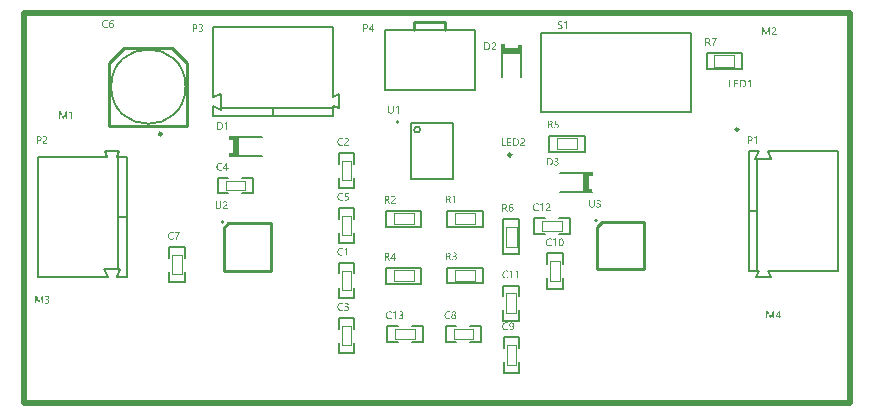
<source format=gto>
G04*
G04 #@! TF.GenerationSoftware,Altium Limited,Altium Designer,20.0.13 (296)*
G04*
G04 Layer_Color=65535*
%FSLAX24Y24*%
%MOIN*%
G70*
G01*
G75*
%ADD10C,0.0098*%
%ADD11C,0.0079*%
%ADD12C,0.0080*%
%ADD13C,0.0080*%
%ADD14C,0.0100*%
%ADD15R,0.0148X0.0236*%
%ADD16R,0.0148X0.0226*%
%ADD17R,0.0148X0.0049*%
%ADD18R,0.0148X0.0049*%
%ADD19R,0.0630X0.0240*%
%ADD20R,0.0236X0.0148*%
%ADD21R,0.0226X0.0148*%
%ADD22R,0.0049X0.0148*%
%ADD23R,0.0240X0.0630*%
%ADD24R,0.0236X0.0148*%
%ADD25C,0.0200*%
%ADD26C,0.0039*%
G36*
X25020Y2821D02*
X24987D01*
Y2992D01*
Y2992D01*
Y2992D01*
Y2994D01*
Y2995D01*
Y2997D01*
Y3000D01*
X24987Y3006D01*
Y3013D01*
X24988Y3022D01*
X24988Y3032D01*
X24989Y3042D01*
X24988D01*
Y3042D01*
X24988Y3039D01*
X24987Y3036D01*
X24986Y3032D01*
X24983Y3024D01*
X24982Y3020D01*
X24981Y3017D01*
X24896Y2821D01*
X24877D01*
X24792Y3015D01*
Y3015D01*
X24792Y3016D01*
X24791Y3018D01*
X24790Y3021D01*
X24790Y3024D01*
X24788Y3029D01*
X24787Y3035D01*
X24785Y3042D01*
X24784D01*
Y3042D01*
X24785Y3039D01*
Y3035D01*
X24785Y3029D01*
X24785Y3022D01*
Y3013D01*
X24786Y3002D01*
Y2990D01*
Y2821D01*
X24754D01*
Y3079D01*
X24799D01*
X24875Y2902D01*
Y2902D01*
X24875Y2901D01*
X24876Y2899D01*
X24878Y2895D01*
X24879Y2891D01*
X24881Y2886D01*
X24884Y2880D01*
X24885Y2875D01*
X24886Y2871D01*
X24888D01*
Y2871D01*
X24888Y2872D01*
X24889Y2873D01*
X24889Y2874D01*
X24891Y2878D01*
X24892Y2883D01*
X24894Y2889D01*
X24896Y2894D01*
X24898Y2899D01*
X24900Y2903D01*
X24977Y3079D01*
X25020D01*
Y2821D01*
D02*
G37*
G36*
X25208Y2909D02*
X25246D01*
Y2882D01*
X25208D01*
Y2821D01*
X25176D01*
Y2882D01*
X25056D01*
Y2907D01*
X25056Y2908D01*
X25057Y2909D01*
X25059Y2911D01*
X25061Y2913D01*
X25064Y2917D01*
X25068Y2921D01*
X25072Y2926D01*
X25076Y2931D01*
X25081Y2937D01*
X25086Y2943D01*
X25091Y2950D01*
X25097Y2957D01*
X25108Y2973D01*
X25120Y2990D01*
X25121Y2991D01*
X25121Y2992D01*
X25124Y2995D01*
X25126Y2998D01*
X25129Y3002D01*
X25131Y3007D01*
X25135Y3013D01*
X25139Y3019D01*
X25143Y3026D01*
X25148Y3032D01*
X25156Y3047D01*
X25166Y3063D01*
X25174Y3079D01*
X25208D01*
Y2909D01*
D02*
G37*
G36*
X5898Y12632D02*
X5901D01*
X5905Y12632D01*
X5912Y12631D01*
X5920Y12629D01*
X5929Y12625D01*
X5938Y12621D01*
X5946Y12615D01*
X5946D01*
X5947Y12615D01*
X5949Y12613D01*
X5952Y12609D01*
X5956Y12603D01*
X5960Y12597D01*
X5963Y12590D01*
X5965Y12581D01*
X5965Y12576D01*
X5966Y12571D01*
Y12571D01*
Y12569D01*
X5965Y12566D01*
X5965Y12563D01*
X5964Y12559D01*
X5963Y12554D01*
X5962Y12549D01*
X5960Y12544D01*
X5957Y12538D01*
X5953Y12533D01*
X5949Y12528D01*
X5944Y12522D01*
X5938Y12517D01*
X5932Y12513D01*
X5924Y12509D01*
X5915Y12506D01*
Y12505D01*
X5916D01*
X5917Y12505D01*
X5919Y12504D01*
X5922Y12504D01*
X5924Y12504D01*
X5930Y12502D01*
X5937Y12499D01*
X5945Y12496D01*
X5952Y12491D01*
X5958Y12486D01*
X5959Y12485D01*
X5961Y12483D01*
X5963Y12479D01*
X5967Y12474D01*
X5970Y12468D01*
X5972Y12461D01*
X5974Y12453D01*
X5975Y12444D01*
Y12444D01*
Y12442D01*
Y12441D01*
X5974Y12438D01*
X5974Y12435D01*
X5973Y12432D01*
X5972Y12424D01*
X5968Y12415D01*
X5967Y12410D01*
X5964Y12406D01*
X5961Y12401D01*
X5958Y12396D01*
X5954Y12392D01*
X5950Y12388D01*
X5949Y12387D01*
X5948Y12387D01*
X5947Y12386D01*
X5945Y12385D01*
X5942Y12383D01*
X5940Y12381D01*
X5936Y12380D01*
X5932Y12377D01*
X5928Y12375D01*
X5923Y12374D01*
X5917Y12372D01*
X5911Y12370D01*
X5905Y12369D01*
X5898Y12368D01*
X5890Y12368D01*
X5883Y12367D01*
X5880D01*
X5877Y12368D01*
X5874D01*
X5871Y12368D01*
X5862Y12369D01*
X5853Y12370D01*
X5843Y12373D01*
X5833Y12376D01*
X5824Y12380D01*
Y12414D01*
X5825Y12414D01*
X5826Y12413D01*
X5827Y12412D01*
X5829Y12411D01*
X5831Y12410D01*
X5834Y12408D01*
X5838Y12406D01*
X5842Y12404D01*
X5851Y12400D01*
X5861Y12397D01*
X5872Y12395D01*
X5878Y12394D01*
X5884Y12394D01*
X5886D01*
X5888Y12394D01*
X5893Y12395D01*
X5899Y12395D01*
X5906Y12397D01*
X5913Y12399D01*
X5920Y12402D01*
X5926Y12407D01*
X5927Y12407D01*
X5928Y12409D01*
X5931Y12412D01*
X5934Y12416D01*
X5937Y12421D01*
X5939Y12427D01*
X5941Y12434D01*
X5942Y12442D01*
Y12442D01*
Y12444D01*
X5941Y12446D01*
X5940Y12449D01*
X5940Y12453D01*
X5938Y12457D01*
X5936Y12462D01*
X5933Y12466D01*
X5929Y12471D01*
X5925Y12475D01*
X5919Y12479D01*
X5912Y12483D01*
X5904Y12486D01*
X5895Y12489D01*
X5884Y12490D01*
X5871Y12491D01*
X5850D01*
Y12517D01*
X5873D01*
X5876Y12518D01*
X5880Y12518D01*
X5885Y12519D01*
X5890Y12520D01*
X5896Y12521D01*
X5902Y12523D01*
X5907Y12526D01*
X5913Y12529D01*
X5918Y12532D01*
X5923Y12537D01*
X5927Y12542D01*
X5930Y12548D01*
X5932Y12555D01*
X5932Y12563D01*
Y12564D01*
Y12565D01*
X5932Y12567D01*
X5932Y12570D01*
X5931Y12573D01*
X5930Y12577D01*
X5928Y12580D01*
X5927Y12585D01*
X5924Y12588D01*
X5921Y12592D01*
X5917Y12596D01*
X5913Y12599D01*
X5907Y12602D01*
X5901Y12604D01*
X5893Y12605D01*
X5885Y12605D01*
X5883D01*
X5881Y12605D01*
X5878D01*
X5875Y12605D01*
X5868Y12603D01*
X5861Y12601D01*
X5852Y12598D01*
X5843Y12593D01*
X5839Y12591D01*
X5834Y12588D01*
Y12618D01*
X5835D01*
X5836Y12619D01*
X5837Y12619D01*
X5839Y12620D01*
X5841Y12621D01*
X5844Y12623D01*
X5847Y12624D01*
X5851Y12625D01*
X5860Y12628D01*
X5870Y12630D01*
X5881Y12632D01*
X5893Y12633D01*
X5896D01*
X5898Y12632D01*
D02*
G37*
G36*
X5706Y12628D02*
X5709D01*
X5713Y12628D01*
X5717Y12627D01*
X5722Y12626D01*
X5733Y12623D01*
X5744Y12620D01*
X5754Y12615D01*
X5759Y12612D01*
X5763Y12608D01*
X5764Y12608D01*
X5764Y12608D01*
X5765Y12606D01*
X5767Y12605D01*
X5769Y12603D01*
X5771Y12600D01*
X5773Y12597D01*
X5775Y12594D01*
X5777Y12590D01*
X5779Y12585D01*
X5781Y12581D01*
X5783Y12576D01*
X5784Y12570D01*
X5786Y12564D01*
X5786Y12558D01*
X5786Y12551D01*
Y12551D01*
Y12549D01*
Y12547D01*
X5786Y12545D01*
X5786Y12541D01*
X5785Y12538D01*
X5784Y12533D01*
X5783Y12529D01*
X5780Y12519D01*
X5778Y12514D01*
X5775Y12509D01*
X5772Y12504D01*
X5768Y12499D01*
X5764Y12494D01*
X5759Y12489D01*
X5759Y12489D01*
X5758Y12489D01*
X5757Y12487D01*
X5755Y12486D01*
X5752Y12484D01*
X5749Y12482D01*
X5745Y12480D01*
X5741Y12478D01*
X5737Y12476D01*
X5732Y12474D01*
X5726Y12472D01*
X5720Y12470D01*
X5714Y12469D01*
X5707Y12468D01*
X5700Y12467D01*
X5659D01*
Y12371D01*
X5625D01*
Y12628D01*
X5703D01*
X5706Y12628D01*
D02*
G37*
G36*
X19034Y6625D02*
Y6624D01*
Y6624D01*
Y6622D01*
Y6620D01*
X19033Y6618D01*
X19033Y6615D01*
X19032Y6608D01*
X19031Y6599D01*
X19028Y6590D01*
X19026Y6580D01*
X19021Y6570D01*
X19016Y6560D01*
X19010Y6550D01*
X19002Y6541D01*
X18997Y6537D01*
X18992Y6533D01*
X18987Y6529D01*
X18981Y6526D01*
X18974Y6523D01*
X18968Y6520D01*
X18960Y6519D01*
X18952Y6517D01*
X18944Y6516D01*
X18935Y6516D01*
X18932D01*
X18931Y6516D01*
X18929D01*
X18926Y6517D01*
X18920Y6518D01*
X18913Y6519D01*
X18905Y6521D01*
X18896Y6525D01*
X18887Y6529D01*
X18879Y6535D01*
X18870Y6542D01*
X18866Y6545D01*
X18862Y6550D01*
X18858Y6555D01*
X18855Y6560D01*
X18852Y6566D01*
X18849Y6572D01*
X18846Y6579D01*
X18844Y6586D01*
X18843Y6594D01*
X18841Y6602D01*
X18840Y6611D01*
X18840Y6621D01*
Y6777D01*
X18873D01*
Y6622D01*
Y6622D01*
Y6622D01*
Y6619D01*
X18874Y6615D01*
X18874Y6610D01*
X18875Y6604D01*
X18877Y6598D01*
X18879Y6591D01*
X18881Y6584D01*
X18885Y6577D01*
X18889Y6569D01*
X18894Y6563D01*
X18900Y6557D01*
X18908Y6552D01*
X18917Y6548D01*
X18927Y6546D01*
X18932Y6545D01*
X18938Y6545D01*
X18941D01*
X18944Y6545D01*
X18948Y6546D01*
X18952Y6547D01*
X18958Y6549D01*
X18963Y6551D01*
X18969Y6555D01*
X18975Y6558D01*
X18981Y6563D01*
X18986Y6569D01*
X18991Y6577D01*
X18995Y6585D01*
X18998Y6595D01*
X19000Y6607D01*
X19001Y6613D01*
Y6620D01*
Y6777D01*
X19034D01*
Y6625D01*
D02*
G37*
G36*
X19162Y6781D02*
X19165D01*
X19168Y6781D01*
X19176Y6780D01*
X19184Y6777D01*
X19193Y6774D01*
X19202Y6770D01*
X19209Y6764D01*
X19210D01*
X19210Y6763D01*
X19213Y6761D01*
X19216Y6758D01*
X19219Y6752D01*
X19223Y6746D01*
X19226Y6738D01*
X19229Y6730D01*
X19229Y6725D01*
X19229Y6720D01*
Y6719D01*
Y6718D01*
X19229Y6715D01*
X19229Y6712D01*
X19228Y6708D01*
X19227Y6703D01*
X19225Y6698D01*
X19223Y6693D01*
X19220Y6687D01*
X19217Y6682D01*
X19213Y6676D01*
X19208Y6671D01*
X19202Y6666D01*
X19195Y6662D01*
X19187Y6658D01*
X19178Y6655D01*
Y6654D01*
X19179D01*
X19181Y6654D01*
X19183Y6653D01*
X19185Y6653D01*
X19188Y6652D01*
X19194Y6651D01*
X19201Y6648D01*
X19209Y6644D01*
X19216Y6640D01*
X19222Y6634D01*
X19223Y6634D01*
X19224Y6631D01*
X19227Y6628D01*
X19230Y6623D01*
X19233Y6617D01*
X19236Y6610D01*
X19237Y6602D01*
X19238Y6593D01*
Y6592D01*
Y6591D01*
Y6589D01*
X19238Y6587D01*
X19237Y6584D01*
X19237Y6581D01*
X19235Y6573D01*
X19232Y6564D01*
X19230Y6559D01*
X19228Y6555D01*
X19225Y6550D01*
X19221Y6545D01*
X19218Y6541D01*
X19213Y6537D01*
X19213Y6536D01*
X19212Y6536D01*
X19211Y6535D01*
X19209Y6533D01*
X19206Y6532D01*
X19203Y6530D01*
X19199Y6528D01*
X19196Y6526D01*
X19191Y6524D01*
X19186Y6522D01*
X19180Y6521D01*
X19174Y6519D01*
X19168Y6518D01*
X19162Y6517D01*
X19154Y6516D01*
X19147Y6516D01*
X19143D01*
X19141Y6516D01*
X19137D01*
X19134Y6517D01*
X19126Y6518D01*
X19116Y6519D01*
X19107Y6522D01*
X19097Y6525D01*
X19088Y6529D01*
Y6563D01*
X19088Y6562D01*
X19089Y6562D01*
X19090Y6561D01*
X19093Y6560D01*
X19095Y6558D01*
X19098Y6557D01*
X19101Y6555D01*
X19105Y6553D01*
X19114Y6549D01*
X19124Y6546D01*
X19135Y6543D01*
X19141Y6543D01*
X19147Y6542D01*
X19150D01*
X19152Y6543D01*
X19157Y6543D01*
X19163Y6544D01*
X19169Y6546D01*
X19177Y6548D01*
X19183Y6551D01*
X19189Y6555D01*
X19190Y6556D01*
X19192Y6558D01*
X19194Y6561D01*
X19197Y6565D01*
X19200Y6570D01*
X19203Y6576D01*
X19204Y6582D01*
X19205Y6590D01*
Y6591D01*
Y6592D01*
X19205Y6595D01*
X19204Y6598D01*
X19203Y6602D01*
X19202Y6606D01*
X19199Y6610D01*
X19197Y6615D01*
X19193Y6619D01*
X19188Y6624D01*
X19182Y6628D01*
X19176Y6632D01*
X19167Y6635D01*
X19158Y6637D01*
X19147Y6639D01*
X19135Y6639D01*
X19114D01*
Y6666D01*
X19137D01*
X19140Y6666D01*
X19144Y6667D01*
X19149Y6667D01*
X19154Y6669D01*
X19159Y6670D01*
X19165Y6672D01*
X19171Y6674D01*
X19177Y6677D01*
X19182Y6681D01*
X19187Y6686D01*
X19190Y6691D01*
X19194Y6697D01*
X19195Y6704D01*
X19196Y6712D01*
Y6713D01*
Y6714D01*
X19196Y6716D01*
X19195Y6719D01*
X19195Y6722D01*
X19194Y6726D01*
X19192Y6729D01*
X19190Y6733D01*
X19188Y6737D01*
X19184Y6741D01*
X19181Y6745D01*
X19176Y6748D01*
X19171Y6750D01*
X19164Y6753D01*
X19157Y6754D01*
X19149Y6754D01*
X19146D01*
X19144Y6754D01*
X19142D01*
X19139Y6753D01*
X19132Y6752D01*
X19125Y6750D01*
X19116Y6747D01*
X19107Y6742D01*
X19102Y6740D01*
X19098Y6736D01*
Y6767D01*
X19098D01*
X19099Y6768D01*
X19100Y6768D01*
X19102Y6769D01*
X19105Y6770D01*
X19107Y6771D01*
X19111Y6773D01*
X19115Y6774D01*
X19123Y6777D01*
X19133Y6779D01*
X19145Y6781D01*
X19157Y6782D01*
X19160D01*
X19162Y6781D01*
D02*
G37*
G36*
X6584Y6575D02*
Y6574D01*
Y6574D01*
Y6572D01*
Y6570D01*
X6583Y6568D01*
X6583Y6565D01*
X6582Y6558D01*
X6581Y6549D01*
X6578Y6540D01*
X6576Y6530D01*
X6571Y6520D01*
X6566Y6510D01*
X6560Y6500D01*
X6552Y6491D01*
X6547Y6487D01*
X6542Y6483D01*
X6537Y6479D01*
X6531Y6476D01*
X6524Y6473D01*
X6518Y6470D01*
X6510Y6469D01*
X6502Y6467D01*
X6494Y6466D01*
X6485Y6466D01*
X6482D01*
X6481Y6466D01*
X6479D01*
X6476Y6467D01*
X6470Y6467D01*
X6463Y6469D01*
X6455Y6471D01*
X6446Y6475D01*
X6437Y6479D01*
X6429Y6485D01*
X6420Y6492D01*
X6416Y6495D01*
X6412Y6500D01*
X6408Y6505D01*
X6405Y6510D01*
X6402Y6516D01*
X6399Y6522D01*
X6396Y6529D01*
X6394Y6536D01*
X6392Y6544D01*
X6391Y6552D01*
X6390Y6561D01*
X6390Y6571D01*
Y6727D01*
X6423D01*
Y6572D01*
Y6572D01*
Y6571D01*
Y6569D01*
X6424Y6565D01*
X6424Y6560D01*
X6425Y6554D01*
X6427Y6548D01*
X6429Y6541D01*
X6431Y6534D01*
X6435Y6527D01*
X6439Y6520D01*
X6444Y6513D01*
X6450Y6507D01*
X6458Y6502D01*
X6467Y6498D01*
X6477Y6496D01*
X6482Y6495D01*
X6488Y6495D01*
X6491D01*
X6494Y6495D01*
X6498Y6496D01*
X6502Y6497D01*
X6508Y6499D01*
X6513Y6501D01*
X6519Y6505D01*
X6525Y6508D01*
X6531Y6513D01*
X6536Y6520D01*
X6541Y6527D01*
X6545Y6535D01*
X6548Y6545D01*
X6550Y6557D01*
X6551Y6563D01*
Y6570D01*
Y6727D01*
X6584D01*
Y6575D01*
D02*
G37*
G36*
X6717Y6731D02*
X6719D01*
X6723Y6731D01*
X6731Y6729D01*
X6739Y6727D01*
X6749Y6724D01*
X6758Y6719D01*
X6762Y6716D01*
X6766Y6713D01*
X6767D01*
X6767Y6712D01*
X6769Y6711D01*
X6770Y6710D01*
X6773Y6705D01*
X6777Y6700D01*
X6781Y6692D01*
X6785Y6684D01*
X6787Y6673D01*
X6788Y6668D01*
X6788Y6662D01*
Y6662D01*
Y6661D01*
Y6659D01*
Y6658D01*
X6788Y6655D01*
X6787Y6652D01*
X6786Y6646D01*
X6785Y6638D01*
X6783Y6630D01*
X6779Y6621D01*
X6775Y6613D01*
Y6613D01*
X6774Y6612D01*
X6774Y6611D01*
X6772Y6609D01*
X6769Y6605D01*
X6764Y6600D01*
X6758Y6594D01*
X6751Y6586D01*
X6746Y6583D01*
X6741Y6579D01*
X6736Y6575D01*
X6730Y6571D01*
X6730Y6570D01*
X6729Y6570D01*
X6727Y6569D01*
X6725Y6567D01*
X6722Y6565D01*
X6719Y6563D01*
X6713Y6558D01*
X6706Y6553D01*
X6699Y6548D01*
X6692Y6543D01*
X6690Y6541D01*
X6687Y6539D01*
X6687Y6538D01*
X6685Y6537D01*
X6683Y6535D01*
X6681Y6533D01*
X6679Y6530D01*
X6676Y6527D01*
X6674Y6523D01*
X6672Y6520D01*
Y6520D01*
X6671Y6518D01*
X6671Y6517D01*
X6670Y6514D01*
X6669Y6511D01*
X6669Y6507D01*
X6668Y6503D01*
Y6499D01*
X6796D01*
Y6470D01*
X6634D01*
Y6482D01*
Y6483D01*
Y6483D01*
Y6485D01*
Y6486D01*
X6634Y6490D01*
X6635Y6496D01*
X6635Y6502D01*
X6636Y6508D01*
X6638Y6514D01*
X6640Y6520D01*
X6640Y6521D01*
X6641Y6523D01*
X6643Y6526D01*
X6645Y6530D01*
X6647Y6534D01*
X6651Y6539D01*
X6655Y6545D01*
X6660Y6550D01*
X6660Y6551D01*
X6662Y6553D01*
X6666Y6556D01*
X6670Y6560D01*
X6677Y6566D01*
X6684Y6572D01*
X6693Y6579D01*
X6703Y6586D01*
X6704Y6586D01*
X6704Y6587D01*
X6706Y6588D01*
X6708Y6590D01*
X6711Y6591D01*
X6714Y6594D01*
X6720Y6599D01*
X6727Y6604D01*
X6734Y6611D01*
X6739Y6617D01*
X6742Y6620D01*
X6744Y6623D01*
X6745Y6624D01*
X6746Y6626D01*
X6748Y6629D01*
X6750Y6634D01*
X6752Y6639D01*
X6754Y6646D01*
X6755Y6652D01*
X6756Y6660D01*
Y6660D01*
Y6661D01*
Y6663D01*
X6755Y6667D01*
X6754Y6672D01*
X6752Y6677D01*
X6750Y6682D01*
X6747Y6688D01*
X6742Y6692D01*
X6742Y6693D01*
X6740Y6694D01*
X6737Y6696D01*
X6733Y6698D01*
X6728Y6700D01*
X6722Y6703D01*
X6715Y6704D01*
X6707Y6704D01*
X6704D01*
X6701Y6704D01*
X6697Y6703D01*
X6692Y6702D01*
X6687Y6701D01*
X6681Y6699D01*
X6675Y6696D01*
X6674Y6695D01*
X6672Y6695D01*
X6669Y6693D01*
X6665Y6690D01*
X6660Y6687D01*
X6655Y6683D01*
X6650Y6678D01*
X6644Y6673D01*
Y6704D01*
X6645Y6705D01*
X6646Y6706D01*
X6649Y6709D01*
X6653Y6712D01*
X6657Y6715D01*
X6662Y6718D01*
X6667Y6722D01*
X6673Y6725D01*
X6674Y6725D01*
X6676Y6726D01*
X6679Y6727D01*
X6684Y6728D01*
X6689Y6730D01*
X6696Y6730D01*
X6703Y6731D01*
X6711Y6732D01*
X6714D01*
X6717Y6731D01*
D02*
G37*
G36*
X12334Y9755D02*
Y9754D01*
Y9754D01*
Y9752D01*
Y9750D01*
X12333Y9748D01*
X12333Y9745D01*
X12332Y9738D01*
X12331Y9729D01*
X12328Y9720D01*
X12326Y9710D01*
X12321Y9700D01*
X12316Y9690D01*
X12310Y9680D01*
X12302Y9671D01*
X12297Y9667D01*
X12292Y9663D01*
X12287Y9659D01*
X12281Y9656D01*
X12274Y9653D01*
X12268Y9650D01*
X12260Y9649D01*
X12252Y9647D01*
X12244Y9646D01*
X12235Y9646D01*
X12232D01*
X12231Y9646D01*
X12229D01*
X12226Y9647D01*
X12220Y9647D01*
X12213Y9649D01*
X12205Y9651D01*
X12196Y9655D01*
X12187Y9659D01*
X12179Y9665D01*
X12170Y9672D01*
X12166Y9675D01*
X12162Y9680D01*
X12158Y9685D01*
X12155Y9690D01*
X12152Y9696D01*
X12149Y9702D01*
X12146Y9709D01*
X12144Y9716D01*
X12142Y9724D01*
X12141Y9732D01*
X12140Y9741D01*
X12140Y9751D01*
Y9907D01*
X12173D01*
Y9752D01*
Y9752D01*
Y9751D01*
Y9749D01*
X12174Y9745D01*
X12174Y9740D01*
X12175Y9734D01*
X12177Y9728D01*
X12179Y9721D01*
X12181Y9714D01*
X12185Y9707D01*
X12189Y9700D01*
X12194Y9693D01*
X12200Y9687D01*
X12208Y9682D01*
X12217Y9678D01*
X12227Y9676D01*
X12232Y9675D01*
X12238Y9675D01*
X12241D01*
X12244Y9675D01*
X12248Y9676D01*
X12252Y9677D01*
X12258Y9679D01*
X12263Y9681D01*
X12269Y9685D01*
X12275Y9688D01*
X12281Y9693D01*
X12286Y9700D01*
X12291Y9707D01*
X12295Y9715D01*
X12298Y9725D01*
X12300Y9737D01*
X12301Y9743D01*
Y9750D01*
Y9907D01*
X12334D01*
Y9755D01*
D02*
G37*
G36*
X12491Y9650D02*
X12459D01*
Y9870D01*
X12458Y9870D01*
X12457Y9869D01*
X12455Y9867D01*
X12453Y9865D01*
X12449Y9862D01*
X12445Y9859D01*
X12439Y9856D01*
X12433Y9853D01*
X12432Y9852D01*
X12430Y9851D01*
X12426Y9850D01*
X12422Y9848D01*
X12417Y9846D01*
X12411Y9843D01*
X12405Y9841D01*
X12399Y9840D01*
Y9871D01*
X12400D01*
X12400Y9872D01*
X12401Y9872D01*
X12403Y9873D01*
X12407Y9874D01*
X12412Y9876D01*
X12419Y9878D01*
X12426Y9881D01*
X12434Y9885D01*
X12443Y9889D01*
X12443D01*
X12444Y9890D01*
X12445Y9890D01*
X12447Y9891D01*
X12451Y9894D01*
X12456Y9897D01*
X12462Y9900D01*
X12468Y9905D01*
X12474Y9909D01*
X12479Y9913D01*
X12491D01*
Y9650D01*
D02*
G37*
G36*
X17899Y12732D02*
X17903D01*
X17911Y12731D01*
X17920Y12730D01*
X17930Y12728D01*
X17939Y12726D01*
X17943Y12724D01*
X17946Y12723D01*
Y12687D01*
X17946D01*
X17945Y12687D01*
X17944Y12688D01*
X17942Y12689D01*
X17940Y12690D01*
X17937Y12692D01*
X17934Y12693D01*
X17930Y12695D01*
X17926Y12696D01*
X17922Y12698D01*
X17912Y12700D01*
X17900Y12702D01*
X17887Y12703D01*
X17883D01*
X17879Y12702D01*
X17873Y12701D01*
X17867Y12700D01*
X17861Y12699D01*
X17854Y12696D01*
X17849Y12693D01*
X17848Y12692D01*
X17846Y12691D01*
X17844Y12689D01*
X17841Y12686D01*
X17839Y12682D01*
X17836Y12677D01*
X17835Y12672D01*
X17834Y12665D01*
Y12664D01*
Y12663D01*
X17834Y12660D01*
X17835Y12656D01*
X17836Y12652D01*
X17838Y12648D01*
X17841Y12644D01*
X17844Y12640D01*
X17844Y12639D01*
X17846Y12638D01*
X17849Y12636D01*
X17853Y12633D01*
X17856Y12631D01*
X17859Y12629D01*
X17863Y12627D01*
X17867Y12625D01*
X17872Y12622D01*
X17877Y12619D01*
X17883Y12616D01*
X17889Y12613D01*
X17889D01*
X17891Y12612D01*
X17893Y12612D01*
X17895Y12610D01*
X17898Y12608D01*
X17902Y12607D01*
X17910Y12602D01*
X17918Y12596D01*
X17927Y12590D01*
X17935Y12583D01*
X17939Y12580D01*
X17942Y12577D01*
X17943Y12576D01*
X17944Y12573D01*
X17947Y12570D01*
X17950Y12565D01*
X17952Y12559D01*
X17955Y12552D01*
X17956Y12545D01*
X17957Y12536D01*
Y12536D01*
Y12535D01*
Y12533D01*
X17957Y12531D01*
X17956Y12528D01*
X17956Y12525D01*
X17954Y12517D01*
X17951Y12508D01*
X17949Y12504D01*
X17947Y12500D01*
X17944Y12496D01*
X17941Y12492D01*
X17937Y12488D01*
X17933Y12484D01*
X17932D01*
X17931Y12484D01*
X17930Y12483D01*
X17928Y12481D01*
X17925Y12480D01*
X17923Y12479D01*
X17919Y12477D01*
X17915Y12476D01*
X17910Y12474D01*
X17905Y12472D01*
X17900Y12471D01*
X17893Y12469D01*
X17887Y12468D01*
X17880Y12467D01*
X17872Y12467D01*
X17864Y12466D01*
X17861D01*
X17858Y12467D01*
X17854D01*
X17849Y12467D01*
X17843Y12468D01*
X17836Y12469D01*
X17829Y12471D01*
X17828D01*
X17825Y12471D01*
X17821Y12472D01*
X17817Y12474D01*
X17812Y12475D01*
X17807Y12476D01*
X17803Y12479D01*
X17799Y12481D01*
Y12519D01*
X17799Y12518D01*
X17801Y12517D01*
X17804Y12515D01*
X17807Y12513D01*
X17812Y12510D01*
X17817Y12507D01*
X17823Y12504D01*
X17830Y12502D01*
X17831D01*
X17831Y12501D01*
X17834Y12501D01*
X17837Y12500D01*
X17842Y12499D01*
X17848Y12497D01*
X17855Y12496D01*
X17861Y12496D01*
X17868Y12495D01*
X17871D01*
X17873Y12496D01*
X17876D01*
X17881Y12496D01*
X17885Y12497D01*
X17890Y12499D01*
X17895Y12500D01*
X17900Y12502D01*
X17905Y12505D01*
X17910Y12508D01*
X17914Y12511D01*
X17917Y12516D01*
X17920Y12521D01*
X17922Y12527D01*
X17922Y12534D01*
Y12534D01*
Y12536D01*
X17922Y12538D01*
X17921Y12541D01*
X17920Y12546D01*
X17918Y12550D01*
X17916Y12553D01*
X17916Y12553D01*
X17915Y12555D01*
X17914Y12556D01*
X17912Y12558D01*
X17910Y12560D01*
X17907Y12563D01*
X17904Y12566D01*
X17900Y12568D01*
X17900Y12569D01*
X17898Y12570D01*
X17895Y12571D01*
X17892Y12573D01*
X17886Y12576D01*
X17880Y12580D01*
X17872Y12584D01*
X17867Y12586D01*
X17862Y12589D01*
X17862Y12589D01*
X17861Y12590D01*
X17858Y12591D01*
X17856Y12592D01*
X17853Y12594D01*
X17849Y12596D01*
X17841Y12600D01*
X17833Y12606D01*
X17824Y12612D01*
X17821Y12615D01*
X17817Y12618D01*
X17814Y12622D01*
X17811Y12625D01*
X17811Y12625D01*
X17809Y12627D01*
X17807Y12631D01*
X17805Y12635D01*
X17803Y12641D01*
X17801Y12647D01*
X17799Y12655D01*
X17799Y12662D01*
Y12663D01*
Y12664D01*
Y12665D01*
X17799Y12668D01*
X17800Y12670D01*
X17800Y12674D01*
X17802Y12681D01*
X17805Y12689D01*
X17807Y12693D01*
X17810Y12697D01*
X17813Y12701D01*
X17816Y12706D01*
X17820Y12709D01*
X17825Y12713D01*
X17825Y12714D01*
X17826Y12714D01*
X17827Y12715D01*
X17829Y12716D01*
X17832Y12718D01*
X17835Y12719D01*
X17839Y12721D01*
X17843Y12723D01*
X17847Y12724D01*
X17852Y12726D01*
X17857Y12728D01*
X17863Y12729D01*
X17876Y12731D01*
X17883Y12732D01*
X17896D01*
X17899Y12732D01*
D02*
G37*
G36*
X18101Y12471D02*
X18069D01*
Y12691D01*
X18068Y12690D01*
X18067Y12689D01*
X18065Y12688D01*
X18063Y12686D01*
X18059Y12683D01*
X18054Y12680D01*
X18049Y12677D01*
X18043Y12673D01*
X18042Y12673D01*
X18040Y12672D01*
X18036Y12670D01*
X18032Y12668D01*
X18027Y12666D01*
X18021Y12664D01*
X18015Y12662D01*
X18009Y12660D01*
Y12692D01*
X18009D01*
X18010Y12692D01*
X18011Y12693D01*
X18013Y12693D01*
X18017Y12694D01*
X18022Y12697D01*
X18029Y12699D01*
X18036Y12702D01*
X18044Y12706D01*
X18053Y12710D01*
X18053D01*
X18054Y12710D01*
X18055Y12711D01*
X18056Y12712D01*
X18061Y12714D01*
X18066Y12717D01*
X18072Y12721D01*
X18078Y12725D01*
X18084Y12729D01*
X18089Y12734D01*
X18101D01*
Y12471D01*
D02*
G37*
G36*
X23091Y12147D02*
X23090Y12146D01*
X23089Y12144D01*
X23087Y12140D01*
X23084Y12135D01*
X23081Y12129D01*
X23077Y12122D01*
X23072Y12113D01*
X23067Y12104D01*
X23062Y12094D01*
X23057Y12084D01*
X23052Y12073D01*
X23047Y12062D01*
X23036Y12039D01*
X23027Y12016D01*
X23026Y12015D01*
X23026Y12014D01*
X23025Y12010D01*
X23023Y12006D01*
X23021Y12001D01*
X23019Y11994D01*
X23017Y11988D01*
X23015Y11980D01*
X23012Y11972D01*
X23010Y11964D01*
X23005Y11946D01*
X23001Y11928D01*
X22998Y11910D01*
X22964D01*
Y11910D01*
X22965Y11912D01*
X22965Y11915D01*
X22965Y11918D01*
X22966Y11922D01*
X22968Y11927D01*
X22969Y11933D01*
X22970Y11940D01*
X22972Y11947D01*
X22974Y11955D01*
X22976Y11964D01*
X22979Y11973D01*
X22982Y11982D01*
X22985Y11992D01*
X22993Y12013D01*
X22994Y12014D01*
X22995Y12016D01*
X22996Y12019D01*
X22997Y12023D01*
X23000Y12029D01*
X23002Y12035D01*
X23006Y12042D01*
X23010Y12051D01*
X23014Y12060D01*
X23018Y12069D01*
X23023Y12080D01*
X23029Y12091D01*
X23035Y12102D01*
X23041Y12114D01*
X23055Y12138D01*
X22927D01*
Y12167D01*
X23091D01*
Y12147D01*
D02*
G37*
G36*
X22804Y12167D02*
X22807D01*
X22811Y12166D01*
X22819Y12165D01*
X22829Y12163D01*
X22839Y12159D01*
X22848Y12155D01*
X22853Y12152D01*
X22857Y12149D01*
X22857D01*
X22858Y12148D01*
X22860Y12145D01*
X22864Y12141D01*
X22868Y12136D01*
X22871Y12129D01*
X22875Y12120D01*
X22877Y12110D01*
X22878Y12104D01*
X22878Y12098D01*
Y12098D01*
Y12096D01*
X22878Y12093D01*
X22877Y12090D01*
X22876Y12086D01*
X22875Y12081D01*
X22873Y12075D01*
X22871Y12070D01*
X22868Y12064D01*
X22864Y12058D01*
X22860Y12052D01*
X22854Y12046D01*
X22848Y12041D01*
X22840Y12036D01*
X22831Y12032D01*
X22821Y12029D01*
Y12028D01*
X22822D01*
X22823Y12027D01*
X22825Y12026D01*
X22827Y12025D01*
X22834Y12021D01*
X22839Y12015D01*
X22840Y12015D01*
X22841Y12014D01*
X22843Y12011D01*
X22845Y12009D01*
X22848Y12005D01*
X22851Y12000D01*
X22855Y11994D01*
X22859Y11987D01*
X22908Y11910D01*
X22869D01*
X22826Y11981D01*
Y11982D01*
X22825Y11982D01*
X22824Y11984D01*
X22821Y11988D01*
X22818Y11993D01*
X22814Y11998D01*
X22810Y12003D01*
X22806Y12007D01*
X22802Y12010D01*
X22802Y12011D01*
X22800Y12011D01*
X22798Y12013D01*
X22795Y12014D01*
X22791Y12016D01*
X22787Y12017D01*
X22782Y12018D01*
X22777Y12018D01*
X22753D01*
Y11910D01*
X22720D01*
Y12167D01*
X22802D01*
X22804Y12167D01*
D02*
G37*
G36*
X16274Y6641D02*
X16281Y6641D01*
X16287Y6640D01*
X16294Y6638D01*
X16302Y6637D01*
X16308Y6634D01*
Y6604D01*
X16307D01*
X16307Y6605D01*
X16304Y6606D01*
X16300Y6608D01*
X16295Y6609D01*
X16289Y6611D01*
X16282Y6613D01*
X16274Y6614D01*
X16266Y6614D01*
X16262D01*
X16260Y6614D01*
X16257Y6613D01*
X16254Y6613D01*
X16247Y6610D01*
X16242Y6609D01*
X16238Y6607D01*
X16234Y6605D01*
X16229Y6602D01*
X16225Y6598D01*
X16220Y6595D01*
X16216Y6590D01*
X16212Y6585D01*
X16212Y6585D01*
X16211Y6584D01*
X16210Y6582D01*
X16209Y6580D01*
X16207Y6577D01*
X16206Y6573D01*
X16204Y6569D01*
X16202Y6564D01*
X16200Y6559D01*
X16198Y6553D01*
X16196Y6547D01*
X16195Y6540D01*
X16194Y6532D01*
X16193Y6524D01*
X16192Y6515D01*
X16192Y6506D01*
X16193D01*
X16193Y6506D01*
X16193Y6508D01*
X16195Y6509D01*
X16196Y6511D01*
X16198Y6514D01*
X16200Y6517D01*
X16203Y6521D01*
X16207Y6524D01*
X16210Y6527D01*
X16215Y6530D01*
X16220Y6533D01*
X16225Y6536D01*
X16230Y6538D01*
X16237Y6540D01*
X16243Y6541D01*
X16251Y6541D01*
X16254D01*
X16256Y6541D01*
X16259Y6541D01*
X16262Y6540D01*
X16270Y6539D01*
X16278Y6536D01*
X16287Y6532D01*
X16292Y6530D01*
X16296Y6527D01*
X16300Y6523D01*
X16304Y6519D01*
X16304Y6519D01*
X16305Y6519D01*
X16306Y6517D01*
X16307Y6516D01*
X16309Y6513D01*
X16310Y6511D01*
X16312Y6508D01*
X16314Y6504D01*
X16316Y6500D01*
X16318Y6496D01*
X16321Y6486D01*
X16323Y6474D01*
X16324Y6468D01*
X16324Y6462D01*
Y6461D01*
Y6460D01*
Y6458D01*
X16324Y6455D01*
X16323Y6452D01*
X16323Y6448D01*
X16322Y6444D01*
X16321Y6440D01*
X16318Y6430D01*
X16314Y6420D01*
X16312Y6415D01*
X16309Y6410D01*
X16305Y6405D01*
X16301Y6400D01*
X16300Y6400D01*
X16300Y6399D01*
X16298Y6398D01*
X16297Y6396D01*
X16294Y6395D01*
X16292Y6392D01*
X16288Y6390D01*
X16285Y6388D01*
X16281Y6386D01*
X16276Y6383D01*
X16266Y6380D01*
X16261Y6378D01*
X16255Y6377D01*
X16249Y6376D01*
X16242Y6376D01*
X16240D01*
X16238Y6376D01*
X16236D01*
X16232Y6377D01*
X16228Y6378D01*
X16224Y6378D01*
X16220Y6380D01*
X16215Y6381D01*
X16210Y6383D01*
X16205Y6386D01*
X16200Y6389D01*
X16195Y6392D01*
X16190Y6396D01*
X16185Y6401D01*
X16180Y6406D01*
X16180Y6407D01*
X16180Y6407D01*
X16178Y6410D01*
X16177Y6412D01*
X16175Y6415D01*
X16173Y6419D01*
X16171Y6423D01*
X16170Y6429D01*
X16168Y6435D01*
X16165Y6441D01*
X16163Y6448D01*
X16162Y6456D01*
X16161Y6464D01*
X16159Y6473D01*
X16159Y6483D01*
X16158Y6493D01*
Y6494D01*
Y6496D01*
Y6500D01*
X16159Y6504D01*
X16159Y6510D01*
X16160Y6517D01*
X16161Y6524D01*
X16162Y6532D01*
X16163Y6541D01*
X16165Y6550D01*
X16168Y6558D01*
X16171Y6568D01*
X16174Y6576D01*
X16178Y6585D01*
X16183Y6593D01*
X16188Y6601D01*
X16188Y6602D01*
X16189Y6603D01*
X16190Y6605D01*
X16193Y6608D01*
X16196Y6611D01*
X16200Y6614D01*
X16204Y6618D01*
X16208Y6622D01*
X16214Y6625D01*
X16220Y6629D01*
X16226Y6633D01*
X16232Y6635D01*
X16240Y6638D01*
X16248Y6640D01*
X16256Y6641D01*
X16265Y6642D01*
X16269D01*
X16274Y6641D01*
D02*
G37*
G36*
X16034Y6637D02*
X16037D01*
X16041Y6636D01*
X16049Y6635D01*
X16059Y6633D01*
X16069Y6629D01*
X16078Y6625D01*
X16083Y6622D01*
X16087Y6619D01*
X16087D01*
X16088Y6618D01*
X16090Y6615D01*
X16094Y6611D01*
X16098Y6606D01*
X16101Y6599D01*
X16105Y6590D01*
X16107Y6580D01*
X16108Y6574D01*
X16108Y6568D01*
Y6568D01*
Y6566D01*
X16108Y6563D01*
X16107Y6560D01*
X16106Y6556D01*
X16105Y6551D01*
X16104Y6545D01*
X16101Y6540D01*
X16098Y6534D01*
X16094Y6528D01*
X16090Y6522D01*
X16084Y6516D01*
X16078Y6511D01*
X16070Y6506D01*
X16061Y6502D01*
X16051Y6499D01*
Y6498D01*
X16051D01*
X16053Y6497D01*
X16055Y6496D01*
X16057Y6495D01*
X16064Y6491D01*
X16069Y6485D01*
X16070Y6485D01*
X16071Y6484D01*
X16073Y6482D01*
X16075Y6479D01*
X16078Y6475D01*
X16081Y6470D01*
X16085Y6464D01*
X16089Y6457D01*
X16138Y6380D01*
X16099D01*
X16056Y6451D01*
Y6452D01*
X16055Y6452D01*
X16054Y6454D01*
X16051Y6458D01*
X16048Y6463D01*
X16044Y6468D01*
X16040Y6473D01*
X16036Y6477D01*
X16032Y6480D01*
X16032Y6481D01*
X16030Y6482D01*
X16028Y6483D01*
X16025Y6484D01*
X16021Y6486D01*
X16017Y6487D01*
X16012Y6488D01*
X16007Y6488D01*
X15983D01*
Y6380D01*
X15950D01*
Y6637D01*
X16032D01*
X16034Y6637D01*
D02*
G37*
G36*
X17821Y9389D02*
X17728D01*
X17723Y9316D01*
X17746Y9317D01*
X17750D01*
X17753Y9316D01*
X17756D01*
X17760Y9316D01*
X17765Y9315D01*
X17770Y9314D01*
X17780Y9312D01*
X17790Y9308D01*
X17796Y9306D01*
X17801Y9303D01*
X17806Y9300D01*
X17810Y9296D01*
X17811Y9296D01*
X17811Y9296D01*
X17812Y9294D01*
X17814Y9293D01*
X17816Y9291D01*
X17818Y9288D01*
X17820Y9285D01*
X17822Y9281D01*
X17824Y9278D01*
X17826Y9274D01*
X17828Y9269D01*
X17830Y9264D01*
X17833Y9252D01*
X17833Y9246D01*
X17834Y9239D01*
Y9239D01*
Y9237D01*
Y9235D01*
X17833Y9233D01*
X17833Y9229D01*
X17832Y9226D01*
X17831Y9222D01*
X17831Y9217D01*
X17827Y9208D01*
X17826Y9203D01*
X17823Y9198D01*
X17820Y9193D01*
X17817Y9188D01*
X17813Y9183D01*
X17809Y9179D01*
X17808Y9178D01*
X17807Y9178D01*
X17806Y9177D01*
X17804Y9175D01*
X17802Y9173D01*
X17799Y9172D01*
X17795Y9170D01*
X17791Y9167D01*
X17786Y9165D01*
X17781Y9163D01*
X17776Y9161D01*
X17770Y9160D01*
X17763Y9158D01*
X17757Y9157D01*
X17749Y9156D01*
X17742Y9156D01*
X17736D01*
X17733Y9156D01*
X17729D01*
X17721Y9157D01*
X17713Y9158D01*
X17703Y9160D01*
X17695Y9163D01*
X17691Y9165D01*
X17688Y9166D01*
Y9200D01*
X17688D01*
X17689Y9199D01*
X17690Y9198D01*
X17692Y9197D01*
X17695Y9196D01*
X17697Y9194D01*
X17704Y9191D01*
X17712Y9188D01*
X17721Y9185D01*
X17731Y9183D01*
X17741Y9182D01*
X17743D01*
X17745Y9183D01*
X17750Y9183D01*
X17756Y9184D01*
X17763Y9186D01*
X17770Y9189D01*
X17777Y9192D01*
X17784Y9197D01*
X17785Y9198D01*
X17787Y9200D01*
X17789Y9203D01*
X17792Y9207D01*
X17795Y9213D01*
X17798Y9220D01*
X17800Y9228D01*
X17801Y9237D01*
Y9237D01*
Y9238D01*
Y9239D01*
X17800Y9241D01*
X17800Y9245D01*
X17799Y9251D01*
X17797Y9257D01*
X17793Y9263D01*
X17789Y9269D01*
X17783Y9275D01*
X17782Y9275D01*
X17780Y9277D01*
X17776Y9279D01*
X17771Y9282D01*
X17764Y9284D01*
X17756Y9286D01*
X17746Y9288D01*
X17735Y9289D01*
X17726D01*
X17720Y9288D01*
X17714D01*
X17706Y9288D01*
X17699Y9287D01*
X17691Y9286D01*
X17701Y9417D01*
X17821D01*
Y9389D01*
D02*
G37*
G36*
X17554Y9417D02*
X17557D01*
X17561Y9416D01*
X17569Y9415D01*
X17579Y9413D01*
X17589Y9409D01*
X17598Y9405D01*
X17603Y9402D01*
X17607Y9399D01*
X17607D01*
X17608Y9398D01*
X17610Y9395D01*
X17614Y9391D01*
X17618Y9386D01*
X17621Y9379D01*
X17625Y9370D01*
X17627Y9360D01*
X17628Y9354D01*
X17628Y9348D01*
Y9348D01*
Y9346D01*
X17628Y9343D01*
X17627Y9340D01*
X17626Y9336D01*
X17625Y9331D01*
X17623Y9325D01*
X17621Y9320D01*
X17618Y9314D01*
X17614Y9308D01*
X17610Y9302D01*
X17604Y9296D01*
X17598Y9291D01*
X17590Y9286D01*
X17581Y9282D01*
X17571Y9279D01*
Y9278D01*
X17572D01*
X17573Y9277D01*
X17575Y9276D01*
X17577Y9275D01*
X17584Y9271D01*
X17589Y9265D01*
X17590Y9265D01*
X17591Y9264D01*
X17593Y9262D01*
X17595Y9259D01*
X17598Y9255D01*
X17601Y9250D01*
X17605Y9244D01*
X17609Y9237D01*
X17658Y9160D01*
X17619D01*
X17576Y9231D01*
Y9232D01*
X17575Y9232D01*
X17574Y9234D01*
X17571Y9238D01*
X17568Y9243D01*
X17564Y9248D01*
X17560Y9253D01*
X17556Y9257D01*
X17552Y9260D01*
X17552Y9261D01*
X17550Y9262D01*
X17548Y9263D01*
X17545Y9264D01*
X17541Y9266D01*
X17537Y9267D01*
X17532Y9268D01*
X17527Y9268D01*
X17503D01*
Y9160D01*
X17470D01*
Y9417D01*
X17552D01*
X17554Y9417D01*
D02*
G37*
G36*
X12373Y4837D02*
X12412D01*
Y4810D01*
X12373D01*
Y4750D01*
X12342D01*
Y4810D01*
X12221D01*
Y4836D01*
X12222Y4836D01*
X12223Y4837D01*
X12225Y4839D01*
X12227Y4842D01*
X12230Y4846D01*
X12233Y4850D01*
X12237Y4854D01*
X12241Y4860D01*
X12246Y4866D01*
X12251Y4872D01*
X12257Y4879D01*
X12262Y4886D01*
X12274Y4902D01*
X12286Y4919D01*
X12286Y4919D01*
X12287Y4921D01*
X12289Y4923D01*
X12291Y4927D01*
X12294Y4931D01*
X12297Y4936D01*
X12301Y4941D01*
X12305Y4948D01*
X12309Y4954D01*
X12313Y4961D01*
X12322Y4976D01*
X12331Y4991D01*
X12340Y5007D01*
X12373D01*
Y4837D01*
D02*
G37*
G36*
X12114Y5007D02*
X12117D01*
X12121Y5006D01*
X12129Y5005D01*
X12139Y5003D01*
X12149Y4999D01*
X12158Y4995D01*
X12163Y4992D01*
X12167Y4989D01*
X12167D01*
X12168Y4988D01*
X12170Y4985D01*
X12174Y4981D01*
X12178Y4976D01*
X12181Y4969D01*
X12185Y4960D01*
X12187Y4950D01*
X12188Y4944D01*
X12188Y4938D01*
Y4938D01*
Y4936D01*
X12188Y4933D01*
X12187Y4930D01*
X12186Y4926D01*
X12185Y4921D01*
X12184Y4915D01*
X12181Y4910D01*
X12178Y4904D01*
X12174Y4898D01*
X12170Y4892D01*
X12164Y4886D01*
X12158Y4881D01*
X12150Y4876D01*
X12141Y4872D01*
X12131Y4869D01*
Y4868D01*
X12132D01*
X12133Y4867D01*
X12135Y4866D01*
X12137Y4865D01*
X12144Y4861D01*
X12149Y4855D01*
X12150Y4855D01*
X12151Y4854D01*
X12153Y4852D01*
X12155Y4849D01*
X12158Y4845D01*
X12161Y4840D01*
X12165Y4834D01*
X12169Y4827D01*
X12218Y4750D01*
X12179D01*
X12136Y4821D01*
Y4822D01*
X12135Y4822D01*
X12134Y4824D01*
X12131Y4828D01*
X12128Y4833D01*
X12124Y4838D01*
X12120Y4843D01*
X12116Y4847D01*
X12112Y4850D01*
X12112Y4851D01*
X12110Y4852D01*
X12108Y4853D01*
X12105Y4854D01*
X12101Y4856D01*
X12097Y4857D01*
X12092Y4858D01*
X12087Y4858D01*
X12063D01*
Y4750D01*
X12030D01*
Y5007D01*
X12112D01*
X12114Y5007D01*
D02*
G37*
G36*
X14357Y5021D02*
X14360D01*
X14363Y5021D01*
X14370Y5020D01*
X14379Y5017D01*
X14387Y5014D01*
X14396Y5010D01*
X14404Y5004D01*
X14404D01*
X14405Y5003D01*
X14407Y5001D01*
X14410Y4998D01*
X14414Y4992D01*
X14418Y4986D01*
X14421Y4978D01*
X14423Y4970D01*
X14424Y4965D01*
X14424Y4960D01*
Y4959D01*
Y4958D01*
X14424Y4955D01*
X14423Y4952D01*
X14422Y4948D01*
X14422Y4943D01*
X14420Y4938D01*
X14418Y4933D01*
X14415Y4927D01*
X14412Y4922D01*
X14407Y4916D01*
X14402Y4911D01*
X14397Y4906D01*
X14390Y4902D01*
X14382Y4898D01*
X14373Y4895D01*
Y4894D01*
X14374D01*
X14375Y4894D01*
X14377Y4893D01*
X14380Y4893D01*
X14382Y4892D01*
X14389Y4891D01*
X14396Y4888D01*
X14403Y4884D01*
X14410Y4880D01*
X14417Y4874D01*
X14417Y4874D01*
X14419Y4871D01*
X14422Y4868D01*
X14425Y4863D01*
X14428Y4857D01*
X14430Y4850D01*
X14432Y4842D01*
X14433Y4833D01*
Y4832D01*
Y4831D01*
Y4829D01*
X14432Y4827D01*
X14432Y4824D01*
X14432Y4821D01*
X14430Y4813D01*
X14427Y4804D01*
X14425Y4799D01*
X14422Y4795D01*
X14419Y4790D01*
X14416Y4785D01*
X14412Y4781D01*
X14408Y4777D01*
X14407Y4776D01*
X14407Y4776D01*
X14405Y4775D01*
X14403Y4773D01*
X14401Y4772D01*
X14398Y4770D01*
X14394Y4768D01*
X14390Y4766D01*
X14386Y4764D01*
X14381Y4762D01*
X14375Y4761D01*
X14369Y4759D01*
X14363Y4758D01*
X14356Y4757D01*
X14349Y4756D01*
X14341Y4756D01*
X14338D01*
X14335Y4756D01*
X14332D01*
X14329Y4757D01*
X14320Y4757D01*
X14311Y4759D01*
X14301Y4762D01*
X14292Y4765D01*
X14283Y4769D01*
Y4803D01*
X14283Y4802D01*
X14284Y4802D01*
X14285Y4801D01*
X14287Y4800D01*
X14290Y4798D01*
X14293Y4797D01*
X14296Y4795D01*
X14300Y4793D01*
X14309Y4789D01*
X14319Y4786D01*
X14330Y4783D01*
X14336Y4783D01*
X14342Y4782D01*
X14345D01*
X14347Y4783D01*
X14351Y4783D01*
X14357Y4784D01*
X14364Y4786D01*
X14371Y4788D01*
X14378Y4791D01*
X14384Y4795D01*
X14385Y4796D01*
X14387Y4798D01*
X14389Y4801D01*
X14392Y4805D01*
X14395Y4810D01*
X14397Y4816D01*
X14399Y4822D01*
X14400Y4830D01*
Y4831D01*
Y4832D01*
X14399Y4835D01*
X14399Y4838D01*
X14398Y4842D01*
X14396Y4846D01*
X14394Y4850D01*
X14391Y4855D01*
X14387Y4859D01*
X14383Y4864D01*
X14377Y4868D01*
X14370Y4872D01*
X14362Y4875D01*
X14353Y4877D01*
X14342Y4879D01*
X14330Y4879D01*
X14308D01*
Y4906D01*
X14331D01*
X14335Y4906D01*
X14338Y4907D01*
X14343Y4907D01*
X14348Y4909D01*
X14354Y4910D01*
X14360Y4912D01*
X14365Y4914D01*
X14371Y4917D01*
X14376Y4921D01*
X14381Y4926D01*
X14385Y4931D01*
X14388Y4937D01*
X14390Y4944D01*
X14391Y4952D01*
Y4953D01*
Y4954D01*
X14390Y4956D01*
X14390Y4959D01*
X14389Y4962D01*
X14388Y4965D01*
X14387Y4969D01*
X14385Y4973D01*
X14382Y4977D01*
X14379Y4981D01*
X14375Y4985D01*
X14371Y4988D01*
X14365Y4990D01*
X14359Y4993D01*
X14352Y4994D01*
X14343Y4994D01*
X14341D01*
X14339Y4994D01*
X14336D01*
X14333Y4993D01*
X14327Y4992D01*
X14319Y4990D01*
X14310Y4987D01*
X14302Y4982D01*
X14297Y4980D01*
X14293Y4976D01*
Y5007D01*
X14293D01*
X14294Y5008D01*
X14295Y5008D01*
X14297Y5009D01*
X14299Y5010D01*
X14302Y5011D01*
X14305Y5013D01*
X14309Y5014D01*
X14318Y5017D01*
X14328Y5019D01*
X14339Y5021D01*
X14351Y5022D01*
X14355D01*
X14357Y5021D01*
D02*
G37*
G36*
X14154Y5017D02*
X14157D01*
X14161Y5016D01*
X14169Y5015D01*
X14179Y5013D01*
X14189Y5009D01*
X14198Y5005D01*
X14203Y5002D01*
X14207Y4999D01*
X14207D01*
X14208Y4998D01*
X14210Y4995D01*
X14214Y4991D01*
X14218Y4986D01*
X14221Y4979D01*
X14225Y4970D01*
X14227Y4960D01*
X14228Y4954D01*
X14228Y4948D01*
Y4948D01*
Y4946D01*
X14228Y4943D01*
X14227Y4940D01*
X14226Y4936D01*
X14225Y4931D01*
X14224Y4925D01*
X14221Y4920D01*
X14218Y4914D01*
X14214Y4908D01*
X14210Y4902D01*
X14204Y4896D01*
X14198Y4891D01*
X14190Y4886D01*
X14181Y4882D01*
X14171Y4879D01*
Y4878D01*
X14172D01*
X14173Y4877D01*
X14175Y4876D01*
X14177Y4875D01*
X14184Y4871D01*
X14189Y4865D01*
X14190Y4865D01*
X14191Y4864D01*
X14193Y4861D01*
X14195Y4859D01*
X14198Y4855D01*
X14201Y4850D01*
X14205Y4844D01*
X14209Y4837D01*
X14258Y4760D01*
X14219D01*
X14176Y4831D01*
Y4832D01*
X14175Y4832D01*
X14174Y4834D01*
X14171Y4838D01*
X14168Y4843D01*
X14164Y4848D01*
X14160Y4853D01*
X14156Y4857D01*
X14152Y4860D01*
X14152Y4861D01*
X14150Y4861D01*
X14148Y4863D01*
X14145Y4864D01*
X14141Y4866D01*
X14137Y4867D01*
X14132Y4868D01*
X14127Y4868D01*
X14103D01*
Y4760D01*
X14070D01*
Y5017D01*
X14152D01*
X14154Y5017D01*
D02*
G37*
G36*
X12321Y6911D02*
X12324D01*
X12327Y6911D01*
X12335Y6909D01*
X12344Y6907D01*
X12354Y6904D01*
X12363Y6899D01*
X12367Y6896D01*
X12371Y6893D01*
X12372D01*
X12372Y6892D01*
X12373Y6891D01*
X12374Y6890D01*
X12378Y6885D01*
X12382Y6880D01*
X12386Y6872D01*
X12389Y6864D01*
X12392Y6853D01*
X12392Y6848D01*
X12393Y6842D01*
Y6842D01*
Y6841D01*
Y6839D01*
Y6838D01*
X12392Y6835D01*
X12392Y6832D01*
X12391Y6826D01*
X12389Y6818D01*
X12387Y6810D01*
X12384Y6801D01*
X12379Y6793D01*
Y6793D01*
X12379Y6792D01*
X12378Y6791D01*
X12377Y6789D01*
X12374Y6785D01*
X12369Y6780D01*
X12363Y6774D01*
X12355Y6766D01*
X12351Y6763D01*
X12346Y6759D01*
X12341Y6755D01*
X12335Y6751D01*
X12335Y6750D01*
X12334Y6750D01*
X12332Y6749D01*
X12330Y6747D01*
X12327Y6745D01*
X12324Y6743D01*
X12317Y6738D01*
X12310Y6733D01*
X12303Y6728D01*
X12297Y6723D01*
X12294Y6721D01*
X12292Y6719D01*
X12291Y6718D01*
X12290Y6717D01*
X12288Y6715D01*
X12286Y6713D01*
X12283Y6710D01*
X12281Y6707D01*
X12278Y6703D01*
X12277Y6700D01*
Y6700D01*
X12276Y6698D01*
X12275Y6697D01*
X12275Y6694D01*
X12274Y6691D01*
X12273Y6687D01*
X12273Y6683D01*
Y6679D01*
X12400D01*
Y6650D01*
X12238D01*
Y6662D01*
Y6663D01*
Y6663D01*
Y6665D01*
Y6666D01*
X12239Y6670D01*
X12239Y6676D01*
X12240Y6682D01*
X12241Y6688D01*
X12242Y6694D01*
X12244Y6700D01*
X12245Y6701D01*
X12245Y6703D01*
X12247Y6706D01*
X12249Y6710D01*
X12252Y6714D01*
X12255Y6719D01*
X12259Y6725D01*
X12264Y6730D01*
X12265Y6731D01*
X12267Y6733D01*
X12270Y6736D01*
X12275Y6740D01*
X12281Y6746D01*
X12289Y6752D01*
X12297Y6759D01*
X12308Y6766D01*
X12308Y6766D01*
X12309Y6767D01*
X12311Y6768D01*
X12313Y6770D01*
X12315Y6771D01*
X12318Y6774D01*
X12325Y6779D01*
X12331Y6784D01*
X12338Y6791D01*
X12344Y6797D01*
X12347Y6800D01*
X12349Y6803D01*
X12349Y6804D01*
X12351Y6806D01*
X12353Y6809D01*
X12355Y6814D01*
X12357Y6819D01*
X12359Y6826D01*
X12360Y6832D01*
X12360Y6840D01*
Y6840D01*
Y6841D01*
Y6843D01*
X12359Y6847D01*
X12359Y6852D01*
X12357Y6857D01*
X12355Y6862D01*
X12352Y6868D01*
X12347Y6872D01*
X12347Y6873D01*
X12344Y6874D01*
X12342Y6876D01*
X12338Y6878D01*
X12333Y6880D01*
X12327Y6883D01*
X12320Y6884D01*
X12312Y6884D01*
X12309D01*
X12306Y6884D01*
X12302Y6883D01*
X12297Y6882D01*
X12291Y6881D01*
X12285Y6879D01*
X12279Y6876D01*
X12278Y6875D01*
X12276Y6875D01*
X12273Y6873D01*
X12269Y6870D01*
X12265Y6867D01*
X12260Y6863D01*
X12254Y6858D01*
X12249Y6853D01*
Y6884D01*
X12249Y6885D01*
X12251Y6886D01*
X12254Y6889D01*
X12257Y6892D01*
X12262Y6895D01*
X12266Y6898D01*
X12272Y6902D01*
X12278Y6905D01*
X12278Y6905D01*
X12280Y6906D01*
X12284Y6907D01*
X12288Y6908D01*
X12294Y6910D01*
X12300Y6910D01*
X12307Y6911D01*
X12315Y6912D01*
X12319D01*
X12321Y6911D01*
D02*
G37*
G36*
X12114Y6907D02*
X12117D01*
X12121Y6906D01*
X12129Y6905D01*
X12139Y6903D01*
X12149Y6899D01*
X12158Y6895D01*
X12163Y6892D01*
X12167Y6889D01*
X12167D01*
X12168Y6888D01*
X12170Y6885D01*
X12174Y6881D01*
X12178Y6876D01*
X12181Y6869D01*
X12185Y6860D01*
X12187Y6850D01*
X12188Y6844D01*
X12188Y6838D01*
Y6838D01*
Y6836D01*
X12188Y6833D01*
X12187Y6830D01*
X12186Y6826D01*
X12185Y6821D01*
X12184Y6815D01*
X12181Y6810D01*
X12178Y6804D01*
X12174Y6798D01*
X12170Y6792D01*
X12164Y6786D01*
X12158Y6781D01*
X12150Y6776D01*
X12141Y6772D01*
X12131Y6769D01*
Y6768D01*
X12132D01*
X12133Y6767D01*
X12135Y6766D01*
X12137Y6765D01*
X12144Y6761D01*
X12149Y6755D01*
X12150Y6755D01*
X12151Y6754D01*
X12153Y6751D01*
X12155Y6749D01*
X12158Y6745D01*
X12161Y6740D01*
X12165Y6734D01*
X12169Y6727D01*
X12218Y6650D01*
X12179D01*
X12136Y6721D01*
Y6722D01*
X12135Y6722D01*
X12134Y6724D01*
X12131Y6728D01*
X12128Y6733D01*
X12124Y6738D01*
X12120Y6743D01*
X12116Y6747D01*
X12112Y6750D01*
X12112Y6751D01*
X12110Y6751D01*
X12108Y6753D01*
X12105Y6754D01*
X12101Y6756D01*
X12097Y6757D01*
X12092Y6758D01*
X12087Y6758D01*
X12063D01*
Y6650D01*
X12030D01*
Y6907D01*
X12112D01*
X12114Y6907D01*
D02*
G37*
G36*
X14386Y6660D02*
X14353D01*
Y6880D01*
X14353Y6880D01*
X14352Y6879D01*
X14350Y6877D01*
X14347Y6875D01*
X14344Y6872D01*
X14339Y6869D01*
X14334Y6866D01*
X14327Y6863D01*
X14327Y6862D01*
X14325Y6861D01*
X14321Y6860D01*
X14316Y6858D01*
X14311Y6856D01*
X14305Y6853D01*
X14300Y6851D01*
X14294Y6850D01*
Y6881D01*
X14294D01*
X14295Y6882D01*
X14296Y6882D01*
X14298Y6883D01*
X14301Y6884D01*
X14307Y6886D01*
X14313Y6888D01*
X14321Y6891D01*
X14329Y6895D01*
X14337Y6899D01*
X14338D01*
X14338Y6900D01*
X14340Y6900D01*
X14341Y6901D01*
X14345Y6904D01*
X14351Y6907D01*
X14357Y6910D01*
X14362Y6915D01*
X14368Y6919D01*
X14373Y6923D01*
X14386D01*
Y6660D01*
D02*
G37*
G36*
X14154Y6917D02*
X14157D01*
X14161Y6916D01*
X14169Y6915D01*
X14179Y6913D01*
X14189Y6909D01*
X14198Y6905D01*
X14203Y6902D01*
X14207Y6899D01*
X14207D01*
X14208Y6898D01*
X14210Y6895D01*
X14214Y6891D01*
X14218Y6886D01*
X14221Y6879D01*
X14225Y6870D01*
X14227Y6860D01*
X14228Y6854D01*
X14228Y6848D01*
Y6848D01*
Y6846D01*
X14228Y6843D01*
X14227Y6840D01*
X14226Y6836D01*
X14225Y6831D01*
X14224Y6825D01*
X14221Y6820D01*
X14218Y6814D01*
X14214Y6808D01*
X14210Y6802D01*
X14204Y6796D01*
X14198Y6791D01*
X14190Y6786D01*
X14181Y6782D01*
X14171Y6779D01*
Y6778D01*
X14172D01*
X14173Y6777D01*
X14175Y6776D01*
X14177Y6775D01*
X14184Y6771D01*
X14189Y6765D01*
X14190Y6765D01*
X14191Y6764D01*
X14193Y6762D01*
X14195Y6759D01*
X14198Y6755D01*
X14201Y6750D01*
X14205Y6744D01*
X14209Y6737D01*
X14258Y6660D01*
X14219D01*
X14176Y6731D01*
Y6732D01*
X14175Y6732D01*
X14174Y6734D01*
X14171Y6738D01*
X14168Y6743D01*
X14164Y6748D01*
X14160Y6753D01*
X14156Y6757D01*
X14152Y6760D01*
X14152Y6761D01*
X14150Y6762D01*
X14148Y6763D01*
X14145Y6764D01*
X14141Y6766D01*
X14137Y6767D01*
X14132Y6768D01*
X14127Y6768D01*
X14103D01*
Y6660D01*
X14070D01*
Y6917D01*
X14152D01*
X14154Y6917D01*
D02*
G37*
G36*
X11645Y12459D02*
X11684D01*
Y12432D01*
X11645D01*
Y12371D01*
X11614D01*
Y12432D01*
X11494D01*
Y12457D01*
X11494Y12458D01*
X11495Y12459D01*
X11497Y12461D01*
X11499Y12463D01*
X11502Y12467D01*
X11506Y12471D01*
X11509Y12476D01*
X11514Y12481D01*
X11519Y12487D01*
X11523Y12493D01*
X11529Y12500D01*
X11534Y12507D01*
X11546Y12523D01*
X11558Y12540D01*
X11558Y12541D01*
X11559Y12542D01*
X11561Y12545D01*
X11563Y12548D01*
X11566Y12552D01*
X11569Y12557D01*
X11573Y12563D01*
X11577Y12569D01*
X11581Y12576D01*
X11585Y12582D01*
X11594Y12597D01*
X11603Y12613D01*
X11612Y12629D01*
X11645D01*
Y12459D01*
D02*
G37*
G36*
X11396Y12628D02*
X11400D01*
X11404Y12628D01*
X11408Y12627D01*
X11413Y12626D01*
X11423Y12624D01*
X11434Y12620D01*
X11444Y12615D01*
X11449Y12612D01*
X11454Y12609D01*
X11454Y12608D01*
X11454Y12608D01*
X11456Y12607D01*
X11457Y12605D01*
X11459Y12603D01*
X11461Y12600D01*
X11463Y12597D01*
X11465Y12594D01*
X11467Y12590D01*
X11469Y12586D01*
X11472Y12581D01*
X11473Y12576D01*
X11475Y12570D01*
X11476Y12564D01*
X11477Y12558D01*
X11477Y12551D01*
Y12551D01*
Y12550D01*
Y12547D01*
X11477Y12545D01*
X11476Y12542D01*
X11476Y12538D01*
X11475Y12534D01*
X11474Y12529D01*
X11470Y12520D01*
X11468Y12515D01*
X11466Y12509D01*
X11462Y12504D01*
X11459Y12499D01*
X11454Y12494D01*
X11450Y12490D01*
X11449Y12489D01*
X11449Y12489D01*
X11447Y12488D01*
X11445Y12486D01*
X11442Y12484D01*
X11439Y12482D01*
X11436Y12480D01*
X11432Y12478D01*
X11427Y12476D01*
X11422Y12474D01*
X11416Y12472D01*
X11410Y12470D01*
X11404Y12469D01*
X11397Y12468D01*
X11390Y12468D01*
X11349D01*
Y12371D01*
X11316D01*
Y12629D01*
X11393D01*
X11396Y12628D01*
D02*
G37*
G36*
X707Y8901D02*
X710D01*
X713Y8901D01*
X721Y8899D01*
X730Y8897D01*
X740Y8894D01*
X749Y8889D01*
X753Y8886D01*
X757Y8883D01*
X757D01*
X758Y8882D01*
X759Y8881D01*
X760Y8880D01*
X764Y8875D01*
X768Y8870D01*
X772Y8862D01*
X775Y8854D01*
X778Y8843D01*
X778Y8838D01*
X779Y8832D01*
Y8832D01*
Y8831D01*
Y8829D01*
Y8828D01*
X778Y8825D01*
X778Y8822D01*
X777Y8816D01*
X775Y8808D01*
X773Y8800D01*
X770Y8791D01*
X765Y8783D01*
Y8783D01*
X765Y8782D01*
X764Y8781D01*
X763Y8779D01*
X759Y8775D01*
X755Y8770D01*
X749Y8764D01*
X741Y8756D01*
X737Y8753D01*
X732Y8749D01*
X727Y8745D01*
X721Y8741D01*
X720Y8740D01*
X720Y8740D01*
X718Y8739D01*
X716Y8737D01*
X713Y8735D01*
X710Y8733D01*
X703Y8728D01*
X696Y8723D01*
X689Y8718D01*
X683Y8713D01*
X680Y8711D01*
X678Y8709D01*
X677Y8708D01*
X676Y8707D01*
X674Y8705D01*
X672Y8703D01*
X669Y8700D01*
X667Y8697D01*
X664Y8693D01*
X663Y8690D01*
Y8690D01*
X662Y8688D01*
X661Y8687D01*
X660Y8684D01*
X660Y8681D01*
X659Y8677D01*
X658Y8673D01*
Y8669D01*
X786D01*
Y8640D01*
X624D01*
Y8652D01*
Y8653D01*
Y8653D01*
Y8655D01*
Y8656D01*
X625Y8660D01*
X625Y8666D01*
X626Y8672D01*
X627Y8678D01*
X628Y8684D01*
X630Y8690D01*
X631Y8691D01*
X631Y8693D01*
X633Y8696D01*
X635Y8700D01*
X638Y8704D01*
X641Y8709D01*
X645Y8715D01*
X650Y8720D01*
X651Y8721D01*
X653Y8723D01*
X656Y8726D01*
X661Y8730D01*
X667Y8736D01*
X675Y8742D01*
X683Y8749D01*
X694Y8756D01*
X694Y8756D01*
X695Y8757D01*
X697Y8758D01*
X699Y8760D01*
X701Y8761D01*
X704Y8764D01*
X710Y8769D01*
X717Y8774D01*
X724Y8781D01*
X730Y8787D01*
X733Y8790D01*
X735Y8793D01*
X735Y8794D01*
X737Y8796D01*
X739Y8799D01*
X741Y8804D01*
X742Y8809D01*
X745Y8816D01*
X746Y8822D01*
X746Y8830D01*
Y8830D01*
Y8831D01*
Y8833D01*
X745Y8837D01*
X745Y8842D01*
X743Y8847D01*
X741Y8852D01*
X737Y8858D01*
X733Y8862D01*
X732Y8863D01*
X730Y8864D01*
X727Y8866D01*
X724Y8868D01*
X719Y8870D01*
X712Y8873D01*
X705Y8874D01*
X697Y8874D01*
X695D01*
X692Y8874D01*
X688Y8873D01*
X683Y8872D01*
X677Y8871D01*
X671Y8869D01*
X665Y8866D01*
X664Y8865D01*
X662Y8865D01*
X659Y8863D01*
X655Y8860D01*
X650Y8857D01*
X645Y8853D01*
X640Y8848D01*
X635Y8843D01*
Y8874D01*
X635Y8875D01*
X637Y8876D01*
X640Y8879D01*
X643Y8882D01*
X648Y8885D01*
X652Y8888D01*
X658Y8892D01*
X663Y8895D01*
X664Y8895D01*
X666Y8896D01*
X670Y8897D01*
X674Y8898D01*
X680Y8900D01*
X686Y8900D01*
X693Y8901D01*
X701Y8902D01*
X705D01*
X707Y8901D01*
D02*
G37*
G36*
X510Y8897D02*
X513D01*
X517Y8896D01*
X522Y8895D01*
X527Y8895D01*
X537Y8892D01*
X548Y8889D01*
X558Y8884D01*
X563Y8880D01*
X567Y8877D01*
X568Y8877D01*
X568Y8876D01*
X569Y8875D01*
X571Y8873D01*
X573Y8871D01*
X575Y8869D01*
X577Y8866D01*
X579Y8863D01*
X581Y8859D01*
X583Y8854D01*
X585Y8850D01*
X587Y8845D01*
X589Y8839D01*
X590Y8833D01*
X590Y8826D01*
X591Y8820D01*
Y8819D01*
Y8818D01*
Y8816D01*
X590Y8813D01*
X590Y8810D01*
X589Y8806D01*
X589Y8802D01*
X587Y8798D01*
X584Y8788D01*
X582Y8783D01*
X579Y8778D01*
X576Y8773D01*
X572Y8768D01*
X568Y8763D01*
X564Y8758D01*
X563Y8758D01*
X562Y8757D01*
X561Y8756D01*
X559Y8754D01*
X556Y8753D01*
X553Y8751D01*
X549Y8749D01*
X545Y8747D01*
X541Y8744D01*
X536Y8742D01*
X530Y8741D01*
X524Y8739D01*
X518Y8738D01*
X511Y8737D01*
X504Y8736D01*
X463D01*
Y8640D01*
X430D01*
Y8897D01*
X507D01*
X510Y8897D01*
D02*
G37*
G36*
X24432Y8640D02*
X24399D01*
Y8860D01*
X24399Y8860D01*
X24398Y8859D01*
X24396Y8857D01*
X24393Y8855D01*
X24390Y8852D01*
X24385Y8849D01*
X24380Y8846D01*
X24373Y8843D01*
X24373Y8842D01*
X24370Y8841D01*
X24367Y8840D01*
X24362Y8838D01*
X24357Y8836D01*
X24351Y8833D01*
X24345Y8831D01*
X24340Y8830D01*
Y8861D01*
X24340D01*
X24341Y8862D01*
X24342Y8862D01*
X24343Y8863D01*
X24347Y8864D01*
X24353Y8866D01*
X24359Y8868D01*
X24367Y8871D01*
X24375Y8875D01*
X24383Y8879D01*
X24384D01*
X24384Y8880D01*
X24385Y8880D01*
X24387Y8881D01*
X24391Y8884D01*
X24397Y8887D01*
X24402Y8890D01*
X24408Y8895D01*
X24414Y8899D01*
X24419Y8903D01*
X24432D01*
Y8640D01*
D02*
G37*
G36*
X24210Y8897D02*
X24213D01*
X24217Y8896D01*
X24222Y8895D01*
X24227Y8895D01*
X24237Y8892D01*
X24248Y8889D01*
X24258Y8884D01*
X24263Y8880D01*
X24267Y8877D01*
X24268Y8877D01*
X24268Y8876D01*
X24269Y8875D01*
X24271Y8873D01*
X24273Y8871D01*
X24275Y8869D01*
X24277Y8866D01*
X24279Y8863D01*
X24281Y8859D01*
X24283Y8854D01*
X24285Y8850D01*
X24287Y8845D01*
X24288Y8839D01*
X24290Y8833D01*
X24290Y8826D01*
X24291Y8820D01*
Y8819D01*
Y8818D01*
Y8816D01*
X24290Y8813D01*
X24290Y8810D01*
X24289Y8806D01*
X24288Y8802D01*
X24287Y8798D01*
X24284Y8788D01*
X24282Y8783D01*
X24279Y8778D01*
X24276Y8773D01*
X24272Y8768D01*
X24268Y8763D01*
X24264Y8758D01*
X24263Y8758D01*
X24262Y8757D01*
X24261Y8756D01*
X24259Y8754D01*
X24256Y8753D01*
X24253Y8751D01*
X24249Y8749D01*
X24245Y8747D01*
X24241Y8744D01*
X24236Y8742D01*
X24230Y8741D01*
X24224Y8739D01*
X24218Y8738D01*
X24211Y8737D01*
X24204Y8736D01*
X24163D01*
Y8640D01*
X24130D01*
Y8897D01*
X24207D01*
X24210Y8897D01*
D02*
G37*
G36*
X645Y3320D02*
X613D01*
Y3490D01*
Y3491D01*
Y3491D01*
Y3492D01*
Y3494D01*
Y3496D01*
Y3498D01*
X613Y3504D01*
Y3512D01*
X614Y3521D01*
X614Y3530D01*
X615Y3541D01*
X614D01*
Y3540D01*
X613Y3538D01*
X613Y3535D01*
X612Y3530D01*
X609Y3522D01*
X608Y3518D01*
X607Y3515D01*
X521Y3320D01*
X503D01*
X418Y3513D01*
Y3514D01*
X418Y3515D01*
X417Y3517D01*
X416Y3519D01*
X415Y3523D01*
X414Y3528D01*
X412Y3534D01*
X411Y3541D01*
X410D01*
Y3540D01*
X410Y3538D01*
Y3533D01*
X411Y3528D01*
X411Y3521D01*
Y3511D01*
X412Y3501D01*
Y3489D01*
Y3320D01*
X380D01*
Y3577D01*
X425D01*
X501Y3401D01*
Y3400D01*
X501Y3400D01*
X502Y3397D01*
X504Y3394D01*
X505Y3389D01*
X507Y3384D01*
X509Y3379D01*
X511Y3374D01*
X512Y3369D01*
X514D01*
Y3370D01*
X514Y3370D01*
X514Y3371D01*
X515Y3373D01*
X516Y3377D01*
X518Y3382D01*
X520Y3387D01*
X522Y3393D01*
X524Y3398D01*
X526Y3402D01*
X603Y3577D01*
X645D01*
Y3320D01*
D02*
G37*
G36*
X777Y3581D02*
X780D01*
X783Y3581D01*
X791Y3580D01*
X799Y3577D01*
X808Y3574D01*
X816Y3570D01*
X824Y3564D01*
X825D01*
X825Y3563D01*
X828Y3561D01*
X831Y3558D01*
X834Y3552D01*
X838Y3546D01*
X841Y3538D01*
X843Y3530D01*
X844Y3525D01*
X844Y3520D01*
Y3519D01*
Y3518D01*
X844Y3515D01*
X843Y3512D01*
X843Y3508D01*
X842Y3503D01*
X840Y3498D01*
X838Y3493D01*
X835Y3487D01*
X832Y3482D01*
X828Y3476D01*
X823Y3471D01*
X817Y3466D01*
X810Y3462D01*
X802Y3458D01*
X793Y3455D01*
Y3454D01*
X794D01*
X796Y3454D01*
X798Y3453D01*
X800Y3453D01*
X803Y3452D01*
X809Y3451D01*
X816Y3448D01*
X823Y3444D01*
X831Y3440D01*
X837Y3434D01*
X838Y3434D01*
X839Y3431D01*
X842Y3428D01*
X845Y3423D01*
X848Y3417D01*
X851Y3410D01*
X852Y3402D01*
X853Y3393D01*
Y3392D01*
Y3391D01*
Y3389D01*
X853Y3387D01*
X852Y3384D01*
X852Y3381D01*
X850Y3373D01*
X847Y3364D01*
X845Y3359D01*
X843Y3355D01*
X840Y3350D01*
X836Y3345D01*
X833Y3341D01*
X828Y3337D01*
X828Y3336D01*
X827Y3336D01*
X826Y3335D01*
X823Y3333D01*
X821Y3332D01*
X818Y3330D01*
X814Y3328D01*
X811Y3326D01*
X806Y3324D01*
X801Y3322D01*
X795Y3321D01*
X789Y3319D01*
X783Y3318D01*
X776Y3317D01*
X769Y3316D01*
X761Y3316D01*
X758D01*
X756Y3316D01*
X752D01*
X749Y3317D01*
X741Y3318D01*
X731Y3319D01*
X722Y3322D01*
X712Y3325D01*
X703Y3329D01*
Y3363D01*
X703Y3362D01*
X704Y3362D01*
X705Y3361D01*
X707Y3360D01*
X710Y3358D01*
X713Y3357D01*
X716Y3355D01*
X720Y3353D01*
X729Y3349D01*
X739Y3346D01*
X750Y3343D01*
X756Y3343D01*
X762Y3342D01*
X765D01*
X767Y3343D01*
X771Y3343D01*
X778Y3344D01*
X784Y3346D01*
X791Y3348D01*
X798Y3351D01*
X804Y3355D01*
X805Y3356D01*
X807Y3358D01*
X809Y3361D01*
X812Y3365D01*
X815Y3370D01*
X818Y3376D01*
X819Y3382D01*
X820Y3390D01*
Y3391D01*
Y3392D01*
X820Y3395D01*
X819Y3398D01*
X818Y3402D01*
X816Y3406D01*
X814Y3410D01*
X811Y3415D01*
X808Y3419D01*
X803Y3424D01*
X797Y3428D01*
X791Y3432D01*
X782Y3435D01*
X773Y3437D01*
X762Y3439D01*
X750Y3439D01*
X729D01*
Y3466D01*
X751D01*
X755Y3466D01*
X759Y3467D01*
X764Y3467D01*
X769Y3469D01*
X774Y3470D01*
X780Y3472D01*
X786Y3474D01*
X791Y3477D01*
X796Y3481D01*
X801Y3486D01*
X805Y3491D01*
X808Y3497D01*
X810Y3504D01*
X811Y3512D01*
Y3513D01*
Y3514D01*
X811Y3516D01*
X810Y3519D01*
X810Y3522D01*
X808Y3525D01*
X807Y3529D01*
X805Y3533D01*
X803Y3537D01*
X799Y3541D01*
X796Y3545D01*
X791Y3548D01*
X786Y3550D01*
X779Y3553D01*
X772Y3554D01*
X764Y3554D01*
X761D01*
X759Y3554D01*
X756D01*
X754Y3553D01*
X747Y3552D01*
X739Y3550D01*
X731Y3547D01*
X722Y3542D01*
X717Y3540D01*
X713Y3536D01*
Y3567D01*
X713D01*
X714Y3568D01*
X715Y3568D01*
X717Y3569D01*
X719Y3570D01*
X722Y3571D01*
X726Y3573D01*
X729Y3574D01*
X738Y3577D01*
X748Y3579D01*
X759Y3581D01*
X771Y3582D01*
X775D01*
X777Y3581D01*
D02*
G37*
G36*
X24875Y12269D02*
X24843D01*
Y12439D01*
Y12440D01*
Y12440D01*
Y12441D01*
Y12443D01*
Y12445D01*
Y12448D01*
X24843Y12453D01*
Y12461D01*
X24844Y12470D01*
X24844Y12479D01*
X24845Y12490D01*
X24844D01*
Y12489D01*
X24843Y12487D01*
X24843Y12484D01*
X24842Y12480D01*
X24839Y12471D01*
X24838Y12468D01*
X24837Y12464D01*
X24751Y12269D01*
X24733D01*
X24648Y12463D01*
Y12463D01*
X24648Y12464D01*
X24647Y12466D01*
X24646Y12468D01*
X24645Y12472D01*
X24644Y12477D01*
X24642Y12483D01*
X24641Y12490D01*
X24640D01*
Y12489D01*
X24640Y12487D01*
Y12483D01*
X24641Y12477D01*
X24641Y12470D01*
Y12461D01*
X24642Y12450D01*
Y12438D01*
Y12269D01*
X24610D01*
Y12526D01*
X24655D01*
X24731Y12350D01*
Y12349D01*
X24731Y12349D01*
X24732Y12347D01*
X24734Y12343D01*
X24735Y12338D01*
X24737Y12333D01*
X24739Y12328D01*
X24741Y12323D01*
X24742Y12318D01*
X24743D01*
Y12319D01*
X24744Y12320D01*
X24744Y12320D01*
X24745Y12322D01*
X24746Y12326D01*
X24748Y12331D01*
X24750Y12337D01*
X24752Y12342D01*
X24754Y12347D01*
X24756Y12351D01*
X24833Y12526D01*
X24875D01*
Y12269D01*
D02*
G37*
G36*
X25011Y12530D02*
X25014D01*
X25018Y12530D01*
X25026Y12528D01*
X25034Y12526D01*
X25044Y12523D01*
X25053Y12518D01*
X25057Y12515D01*
X25061Y12512D01*
X25062D01*
X25062Y12511D01*
X25063Y12510D01*
X25065Y12509D01*
X25068Y12505D01*
X25072Y12499D01*
X25076Y12491D01*
X25080Y12483D01*
X25082Y12473D01*
X25083Y12467D01*
X25083Y12461D01*
Y12461D01*
Y12460D01*
Y12458D01*
Y12457D01*
X25083Y12454D01*
X25082Y12451D01*
X25081Y12445D01*
X25080Y12437D01*
X25078Y12429D01*
X25074Y12420D01*
X25070Y12412D01*
Y12412D01*
X25069Y12411D01*
X25068Y12410D01*
X25067Y12409D01*
X25064Y12404D01*
X25059Y12399D01*
X25053Y12393D01*
X25046Y12386D01*
X25041Y12382D01*
X25036Y12378D01*
X25031Y12374D01*
X25025Y12370D01*
X25025Y12369D01*
X25024Y12369D01*
X25022Y12368D01*
X25020Y12366D01*
X25017Y12364D01*
X25014Y12362D01*
X25008Y12357D01*
X25001Y12352D01*
X24994Y12347D01*
X24987Y12342D01*
X24984Y12340D01*
X24982Y12338D01*
X24981Y12337D01*
X24980Y12336D01*
X24978Y12334D01*
X24976Y12332D01*
X24974Y12329D01*
X24971Y12326D01*
X24969Y12322D01*
X24967Y12319D01*
Y12319D01*
X24966Y12317D01*
X24966Y12316D01*
X24965Y12313D01*
X24964Y12310D01*
X24964Y12307D01*
X24963Y12302D01*
Y12298D01*
X25090D01*
Y12269D01*
X24929D01*
Y12282D01*
Y12282D01*
Y12282D01*
Y12284D01*
Y12285D01*
X24929Y12290D01*
X24929Y12295D01*
X24930Y12301D01*
X24931Y12307D01*
X24932Y12313D01*
X24934Y12320D01*
X24935Y12320D01*
X24936Y12322D01*
X24937Y12325D01*
X24939Y12329D01*
X24942Y12334D01*
X24946Y12339D01*
X24949Y12344D01*
X24954Y12349D01*
X24955Y12350D01*
X24957Y12352D01*
X24961Y12355D01*
X24965Y12359D01*
X24971Y12365D01*
X24979Y12371D01*
X24988Y12378D01*
X24998Y12385D01*
X24999Y12386D01*
X24999Y12386D01*
X25001Y12387D01*
X25003Y12389D01*
X25006Y12391D01*
X25008Y12393D01*
X25015Y12398D01*
X25021Y12404D01*
X25028Y12410D01*
X25034Y12416D01*
X25037Y12419D01*
X25039Y12422D01*
X25040Y12423D01*
X25041Y12425D01*
X25043Y12428D01*
X25045Y12433D01*
X25047Y12438D01*
X25049Y12445D01*
X25050Y12451D01*
X25051Y12459D01*
Y12459D01*
Y12460D01*
Y12462D01*
X25050Y12466D01*
X25049Y12471D01*
X25047Y12476D01*
X25045Y12481D01*
X25042Y12487D01*
X25037Y12491D01*
X25037Y12492D01*
X25035Y12493D01*
X25032Y12495D01*
X25028Y12498D01*
X25023Y12500D01*
X25017Y12502D01*
X25010Y12503D01*
X25002Y12503D01*
X24999D01*
X24996Y12503D01*
X24992Y12503D01*
X24987Y12501D01*
X24981Y12500D01*
X24976Y12498D01*
X24969Y12495D01*
X24969Y12495D01*
X24966Y12494D01*
X24964Y12492D01*
X24959Y12489D01*
X24955Y12486D01*
X24950Y12482D01*
X24944Y12478D01*
X24939Y12472D01*
Y12503D01*
X24939Y12504D01*
X24941Y12505D01*
X24944Y12508D01*
X24947Y12511D01*
X24952Y12514D01*
X24957Y12518D01*
X24962Y12521D01*
X24968Y12524D01*
X24969Y12524D01*
X24971Y12525D01*
X24974Y12526D01*
X24979Y12528D01*
X24984Y12529D01*
X24991Y12530D01*
X24998Y12530D01*
X25006Y12531D01*
X25009D01*
X25011Y12530D01*
D02*
G37*
G36*
X1453Y9469D02*
X1420D01*
Y9639D01*
Y9639D01*
Y9640D01*
Y9641D01*
Y9642D01*
Y9645D01*
Y9647D01*
X1420Y9653D01*
Y9660D01*
X1421Y9669D01*
X1421Y9679D01*
X1422Y9689D01*
X1421D01*
Y9689D01*
X1421Y9687D01*
X1420Y9683D01*
X1419Y9679D01*
X1416Y9671D01*
X1415Y9667D01*
X1414Y9664D01*
X1329Y9469D01*
X1310D01*
X1225Y9662D01*
Y9662D01*
X1225Y9663D01*
X1224Y9665D01*
X1223Y9668D01*
X1223Y9672D01*
X1221Y9677D01*
X1220Y9682D01*
X1218Y9689D01*
X1217D01*
Y9689D01*
X1218Y9686D01*
Y9682D01*
X1218Y9676D01*
X1218Y9669D01*
Y9660D01*
X1219Y9650D01*
Y9637D01*
Y9469D01*
X1187D01*
Y9726D01*
X1232D01*
X1308Y9549D01*
Y9549D01*
X1308Y9548D01*
X1309Y9546D01*
X1311Y9542D01*
X1312Y9538D01*
X1315Y9533D01*
X1317Y9527D01*
X1318Y9522D01*
X1320Y9518D01*
X1321D01*
Y9518D01*
X1321Y9519D01*
X1322Y9520D01*
X1322Y9521D01*
X1324Y9526D01*
X1325Y9531D01*
X1327Y9536D01*
X1329Y9541D01*
X1331Y9546D01*
X1333Y9550D01*
X1410Y9726D01*
X1453D01*
Y9469D01*
D02*
G37*
G36*
X1613D02*
X1581D01*
Y9689D01*
X1580Y9688D01*
X1579Y9687D01*
X1577Y9686D01*
X1575Y9684D01*
X1571Y9681D01*
X1567Y9678D01*
X1561Y9674D01*
X1555Y9671D01*
X1554Y9671D01*
X1552Y9669D01*
X1548Y9668D01*
X1544Y9666D01*
X1539Y9664D01*
X1533Y9662D01*
X1527Y9660D01*
X1521Y9658D01*
Y9690D01*
X1522D01*
X1522Y9690D01*
X1523Y9691D01*
X1525Y9691D01*
X1529Y9692D01*
X1535Y9694D01*
X1541Y9697D01*
X1548Y9700D01*
X1556Y9704D01*
X1565Y9708D01*
X1565D01*
X1566Y9708D01*
X1567Y9709D01*
X1569Y9710D01*
X1573Y9712D01*
X1578Y9715D01*
X1584Y9719D01*
X1590Y9723D01*
X1596Y9727D01*
X1601Y9731D01*
X1613D01*
Y9469D01*
D02*
G37*
G36*
X16630Y8831D02*
X16633D01*
X16636Y8831D01*
X16644Y8829D01*
X16653Y8827D01*
X16663Y8824D01*
X16672Y8819D01*
X16676Y8816D01*
X16680Y8813D01*
X16680D01*
X16681Y8812D01*
X16682Y8811D01*
X16683Y8810D01*
X16687Y8805D01*
X16691Y8800D01*
X16695Y8792D01*
X16698Y8784D01*
X16701Y8773D01*
X16701Y8768D01*
X16702Y8762D01*
Y8762D01*
Y8761D01*
Y8759D01*
Y8758D01*
X16701Y8755D01*
X16701Y8752D01*
X16700Y8746D01*
X16698Y8738D01*
X16696Y8730D01*
X16693Y8721D01*
X16688Y8713D01*
Y8713D01*
X16688Y8712D01*
X16687Y8711D01*
X16686Y8709D01*
X16683Y8705D01*
X16678Y8700D01*
X16672Y8694D01*
X16664Y8686D01*
X16660Y8683D01*
X16655Y8679D01*
X16650Y8675D01*
X16644Y8671D01*
X16643Y8670D01*
X16643Y8670D01*
X16641Y8669D01*
X16639Y8667D01*
X16636Y8665D01*
X16633Y8663D01*
X16626Y8658D01*
X16619Y8653D01*
X16612Y8648D01*
X16606Y8643D01*
X16603Y8641D01*
X16601Y8639D01*
X16600Y8638D01*
X16599Y8637D01*
X16597Y8635D01*
X16595Y8633D01*
X16592Y8630D01*
X16590Y8627D01*
X16587Y8623D01*
X16586Y8620D01*
Y8619D01*
X16585Y8618D01*
X16584Y8617D01*
X16584Y8614D01*
X16583Y8611D01*
X16582Y8607D01*
X16581Y8603D01*
Y8599D01*
X16709D01*
Y8570D01*
X16547D01*
Y8582D01*
Y8583D01*
Y8583D01*
Y8585D01*
Y8586D01*
X16548Y8590D01*
X16548Y8596D01*
X16549Y8602D01*
X16550Y8608D01*
X16551Y8614D01*
X16553Y8620D01*
X16554Y8621D01*
X16554Y8623D01*
X16556Y8626D01*
X16558Y8630D01*
X16561Y8634D01*
X16564Y8639D01*
X16568Y8645D01*
X16573Y8650D01*
X16574Y8651D01*
X16576Y8653D01*
X16579Y8656D01*
X16584Y8660D01*
X16590Y8666D01*
X16598Y8672D01*
X16606Y8679D01*
X16617Y8686D01*
X16617Y8686D01*
X16618Y8687D01*
X16620Y8688D01*
X16622Y8690D01*
X16624Y8691D01*
X16627Y8694D01*
X16633Y8699D01*
X16640Y8704D01*
X16647Y8711D01*
X16653Y8717D01*
X16656Y8720D01*
X16658Y8723D01*
X16658Y8724D01*
X16660Y8726D01*
X16662Y8729D01*
X16664Y8734D01*
X16666Y8739D01*
X16668Y8746D01*
X16669Y8752D01*
X16669Y8760D01*
Y8760D01*
Y8761D01*
Y8763D01*
X16668Y8767D01*
X16668Y8772D01*
X16666Y8777D01*
X16664Y8782D01*
X16661Y8788D01*
X16656Y8792D01*
X16656Y8793D01*
X16653Y8794D01*
X16651Y8796D01*
X16647Y8798D01*
X16642Y8800D01*
X16636Y8803D01*
X16628Y8804D01*
X16621Y8804D01*
X16618D01*
X16615Y8804D01*
X16611Y8803D01*
X16606Y8802D01*
X16600Y8801D01*
X16594Y8799D01*
X16588Y8796D01*
X16587Y8795D01*
X16585Y8795D01*
X16582Y8793D01*
X16578Y8790D01*
X16574Y8787D01*
X16569Y8783D01*
X16563Y8778D01*
X16558Y8773D01*
Y8804D01*
X16558Y8805D01*
X16560Y8806D01*
X16563Y8809D01*
X16566Y8812D01*
X16571Y8815D01*
X16575Y8818D01*
X16581Y8822D01*
X16586Y8825D01*
X16587Y8825D01*
X16589Y8826D01*
X16593Y8827D01*
X16597Y8828D01*
X16603Y8830D01*
X16609Y8830D01*
X16616Y8831D01*
X16624Y8832D01*
X16628D01*
X16630Y8831D01*
D02*
G37*
G36*
X16381Y8827D02*
X16385D01*
X16390Y8826D01*
X16396Y8825D01*
X16402Y8824D01*
X16409Y8823D01*
X16417Y8821D01*
X16425Y8819D01*
X16433Y8816D01*
X16441Y8813D01*
X16449Y8809D01*
X16457Y8804D01*
X16465Y8799D01*
X16472Y8793D01*
X16473Y8793D01*
X16474Y8791D01*
X16476Y8790D01*
X16479Y8787D01*
X16482Y8783D01*
X16485Y8779D01*
X16488Y8774D01*
X16492Y8769D01*
X16495Y8763D01*
X16499Y8756D01*
X16502Y8748D01*
X16505Y8740D01*
X16507Y8731D01*
X16509Y8722D01*
X16511Y8712D01*
X16511Y8702D01*
Y8701D01*
Y8699D01*
X16511Y8696D01*
Y8692D01*
X16510Y8687D01*
X16509Y8681D01*
X16508Y8674D01*
X16506Y8667D01*
X16504Y8660D01*
X16502Y8652D01*
X16499Y8644D01*
X16495Y8636D01*
X16490Y8628D01*
X16485Y8620D01*
X16479Y8613D01*
X16472Y8606D01*
X16472Y8605D01*
X16471Y8604D01*
X16468Y8602D01*
X16465Y8600D01*
X16462Y8597D01*
X16457Y8595D01*
X16452Y8591D01*
X16445Y8588D01*
X16439Y8585D01*
X16431Y8581D01*
X16423Y8578D01*
X16414Y8575D01*
X16405Y8573D01*
X16395Y8572D01*
X16384Y8570D01*
X16373Y8570D01*
X16301D01*
Y8827D01*
X16378D01*
X16381Y8827D01*
D02*
G37*
G36*
X16247Y8798D02*
X16148D01*
Y8715D01*
X16240D01*
Y8686D01*
X16148D01*
Y8599D01*
X16253D01*
Y8570D01*
X16114D01*
Y8827D01*
X16247D01*
Y8798D01*
D02*
G37*
G36*
X15973Y8599D02*
X16076D01*
Y8570D01*
X15940D01*
Y8827D01*
X15973D01*
Y8599D01*
D02*
G37*
G36*
X24225Y10520D02*
X24192D01*
Y10740D01*
X24192Y10740D01*
X24191Y10739D01*
X24189Y10737D01*
X24186Y10735D01*
X24183Y10732D01*
X24178Y10729D01*
X24173Y10726D01*
X24166Y10723D01*
X24166Y10722D01*
X24164Y10721D01*
X24160Y10720D01*
X24155Y10718D01*
X24150Y10716D01*
X24144Y10713D01*
X24139Y10711D01*
X24133Y10710D01*
Y10741D01*
X24133D01*
X24134Y10742D01*
X24135Y10742D01*
X24137Y10743D01*
X24140Y10744D01*
X24146Y10746D01*
X24152Y10748D01*
X24160Y10751D01*
X24168Y10755D01*
X24176Y10759D01*
X24177D01*
X24177Y10760D01*
X24179Y10760D01*
X24180Y10761D01*
X24184Y10764D01*
X24190Y10767D01*
X24196Y10770D01*
X24201Y10775D01*
X24207Y10779D01*
X24212Y10783D01*
X24225D01*
Y10520D01*
D02*
G37*
G36*
X23951Y10777D02*
X23955D01*
X23960Y10776D01*
X23966Y10775D01*
X23972Y10774D01*
X23979Y10773D01*
X23987Y10771D01*
X23995Y10769D01*
X24003Y10766D01*
X24011Y10763D01*
X24019Y10759D01*
X24027Y10754D01*
X24035Y10749D01*
X24042Y10743D01*
X24043Y10743D01*
X24044Y10741D01*
X24046Y10740D01*
X24049Y10737D01*
X24052Y10733D01*
X24055Y10729D01*
X24058Y10724D01*
X24062Y10719D01*
X24065Y10713D01*
X24069Y10706D01*
X24072Y10698D01*
X24075Y10690D01*
X24077Y10681D01*
X24079Y10672D01*
X24081Y10662D01*
X24081Y10652D01*
Y10651D01*
Y10649D01*
X24081Y10646D01*
Y10642D01*
X24080Y10637D01*
X24079Y10631D01*
X24078Y10624D01*
X24076Y10617D01*
X24074Y10610D01*
X24072Y10602D01*
X24069Y10594D01*
X24065Y10586D01*
X24060Y10578D01*
X24055Y10570D01*
X24049Y10563D01*
X24042Y10556D01*
X24042Y10555D01*
X24041Y10554D01*
X24038Y10552D01*
X24035Y10550D01*
X24032Y10547D01*
X24027Y10545D01*
X24022Y10541D01*
X24015Y10538D01*
X24009Y10535D01*
X24001Y10531D01*
X23993Y10528D01*
X23984Y10525D01*
X23975Y10523D01*
X23965Y10522D01*
X23954Y10520D01*
X23943Y10520D01*
X23872D01*
Y10777D01*
X23948D01*
X23951Y10777D01*
D02*
G37*
G36*
X23817Y10748D02*
X23718D01*
Y10665D01*
X23810D01*
Y10636D01*
X23718D01*
Y10549D01*
X23823D01*
Y10520D01*
X23684D01*
Y10777D01*
X23817D01*
Y10748D01*
D02*
G37*
G36*
X23543Y10549D02*
X23646D01*
Y10520D01*
X23510D01*
Y10777D01*
X23543D01*
Y10549D01*
D02*
G37*
G36*
X17754Y8181D02*
X17757D01*
X17760Y8181D01*
X17767Y8180D01*
X17776Y8177D01*
X17784Y8174D01*
X17793Y8170D01*
X17801Y8164D01*
X17801D01*
X17802Y8163D01*
X17804Y8161D01*
X17807Y8158D01*
X17811Y8152D01*
X17815Y8146D01*
X17818Y8138D01*
X17820Y8130D01*
X17821Y8125D01*
X17821Y8120D01*
Y8119D01*
Y8118D01*
X17821Y8115D01*
X17820Y8112D01*
X17819Y8108D01*
X17819Y8103D01*
X17817Y8098D01*
X17815Y8093D01*
X17812Y8087D01*
X17809Y8082D01*
X17804Y8076D01*
X17799Y8071D01*
X17794Y8066D01*
X17787Y8062D01*
X17779Y8058D01*
X17770Y8055D01*
Y8054D01*
X17771D01*
X17772Y8054D01*
X17774Y8053D01*
X17777Y8053D01*
X17779Y8052D01*
X17786Y8051D01*
X17793Y8048D01*
X17800Y8044D01*
X17807Y8040D01*
X17814Y8034D01*
X17814Y8034D01*
X17816Y8031D01*
X17819Y8028D01*
X17822Y8023D01*
X17825Y8017D01*
X17827Y8010D01*
X17829Y8002D01*
X17830Y7993D01*
Y7992D01*
Y7991D01*
Y7989D01*
X17829Y7987D01*
X17829Y7984D01*
X17829Y7981D01*
X17827Y7973D01*
X17824Y7964D01*
X17822Y7959D01*
X17819Y7955D01*
X17816Y7950D01*
X17813Y7945D01*
X17809Y7941D01*
X17805Y7937D01*
X17804Y7936D01*
X17804Y7936D01*
X17802Y7935D01*
X17800Y7933D01*
X17798Y7932D01*
X17795Y7930D01*
X17791Y7928D01*
X17787Y7926D01*
X17783Y7924D01*
X17778Y7922D01*
X17772Y7921D01*
X17766Y7919D01*
X17760Y7918D01*
X17753Y7917D01*
X17746Y7916D01*
X17738Y7916D01*
X17735D01*
X17732Y7916D01*
X17729D01*
X17726Y7917D01*
X17717Y7918D01*
X17708Y7919D01*
X17698Y7922D01*
X17689Y7925D01*
X17680Y7929D01*
Y7963D01*
X17680Y7962D01*
X17681Y7962D01*
X17682Y7961D01*
X17684Y7960D01*
X17687Y7958D01*
X17690Y7957D01*
X17693Y7955D01*
X17697Y7953D01*
X17706Y7949D01*
X17716Y7946D01*
X17727Y7943D01*
X17733Y7943D01*
X17739Y7942D01*
X17742D01*
X17744Y7943D01*
X17748Y7943D01*
X17754Y7944D01*
X17761Y7946D01*
X17768Y7948D01*
X17775Y7951D01*
X17781Y7955D01*
X17782Y7956D01*
X17784Y7958D01*
X17786Y7961D01*
X17789Y7965D01*
X17792Y7970D01*
X17794Y7976D01*
X17796Y7982D01*
X17797Y7990D01*
Y7991D01*
Y7992D01*
X17796Y7995D01*
X17796Y7998D01*
X17795Y8002D01*
X17793Y8006D01*
X17791Y8010D01*
X17788Y8015D01*
X17784Y8019D01*
X17780Y8024D01*
X17774Y8028D01*
X17767Y8032D01*
X17759Y8035D01*
X17750Y8037D01*
X17739Y8039D01*
X17727Y8039D01*
X17705D01*
Y8066D01*
X17728D01*
X17732Y8066D01*
X17735Y8067D01*
X17740Y8067D01*
X17745Y8069D01*
X17751Y8070D01*
X17757Y8072D01*
X17762Y8074D01*
X17768Y8077D01*
X17773Y8081D01*
X17778Y8086D01*
X17782Y8091D01*
X17785Y8097D01*
X17787Y8104D01*
X17788Y8112D01*
Y8113D01*
Y8114D01*
X17787Y8116D01*
X17787Y8119D01*
X17787Y8122D01*
X17785Y8126D01*
X17784Y8129D01*
X17782Y8133D01*
X17779Y8137D01*
X17776Y8141D01*
X17772Y8145D01*
X17768Y8148D01*
X17762Y8150D01*
X17756Y8153D01*
X17749Y8154D01*
X17740Y8154D01*
X17738D01*
X17736Y8154D01*
X17733D01*
X17730Y8153D01*
X17724Y8152D01*
X17716Y8150D01*
X17707Y8147D01*
X17699Y8142D01*
X17694Y8140D01*
X17690Y8136D01*
Y8167D01*
X17690D01*
X17691Y8168D01*
X17692Y8168D01*
X17694Y8169D01*
X17696Y8170D01*
X17699Y8171D01*
X17702Y8173D01*
X17706Y8174D01*
X17715Y8177D01*
X17725Y8179D01*
X17736Y8181D01*
X17748Y8182D01*
X17752D01*
X17754Y8181D01*
D02*
G37*
G36*
X17509Y8177D02*
X17513D01*
X17518Y8176D01*
X17524Y8175D01*
X17530Y8174D01*
X17537Y8173D01*
X17545Y8171D01*
X17553Y8169D01*
X17561Y8166D01*
X17569Y8163D01*
X17577Y8159D01*
X17585Y8154D01*
X17593Y8149D01*
X17601Y8143D01*
X17601Y8143D01*
X17602Y8141D01*
X17604Y8140D01*
X17607Y8137D01*
X17610Y8133D01*
X17613Y8129D01*
X17616Y8124D01*
X17620Y8119D01*
X17623Y8113D01*
X17627Y8106D01*
X17630Y8098D01*
X17633Y8090D01*
X17636Y8081D01*
X17638Y8072D01*
X17639Y8062D01*
X17639Y8052D01*
Y8051D01*
Y8049D01*
X17639Y8046D01*
Y8042D01*
X17638Y8037D01*
X17637Y8031D01*
X17636Y8024D01*
X17634Y8017D01*
X17632Y8010D01*
X17630Y8002D01*
X17627Y7994D01*
X17623Y7986D01*
X17618Y7978D01*
X17613Y7970D01*
X17607Y7963D01*
X17601Y7956D01*
X17600Y7955D01*
X17599Y7954D01*
X17596Y7952D01*
X17593Y7950D01*
X17590Y7947D01*
X17585Y7945D01*
X17580Y7941D01*
X17574Y7938D01*
X17567Y7935D01*
X17559Y7931D01*
X17551Y7928D01*
X17542Y7925D01*
X17533Y7923D01*
X17523Y7922D01*
X17512Y7920D01*
X17501Y7920D01*
X17430D01*
Y8177D01*
X17506D01*
X17509Y8177D01*
D02*
G37*
G36*
X15675Y12030D02*
X15678D01*
X15681Y12030D01*
X15689Y12028D01*
X15698Y12026D01*
X15707Y12023D01*
X15716Y12018D01*
X15721Y12015D01*
X15725Y12012D01*
X15725D01*
X15726Y12011D01*
X15727Y12010D01*
X15728Y12009D01*
X15731Y12005D01*
X15736Y11999D01*
X15740Y11991D01*
X15743Y11983D01*
X15746Y11973D01*
X15746Y11967D01*
X15746Y11961D01*
Y11961D01*
Y11960D01*
Y11958D01*
Y11957D01*
X15746Y11954D01*
X15746Y11951D01*
X15745Y11945D01*
X15743Y11937D01*
X15741Y11929D01*
X15738Y11920D01*
X15733Y11912D01*
Y11912D01*
X15733Y11911D01*
X15732Y11910D01*
X15731Y11909D01*
X15727Y11904D01*
X15723Y11899D01*
X15716Y11893D01*
X15709Y11886D01*
X15704Y11882D01*
X15699Y11878D01*
X15694Y11874D01*
X15689Y11870D01*
X15688Y11869D01*
X15687Y11869D01*
X15686Y11868D01*
X15684Y11866D01*
X15681Y11864D01*
X15678Y11862D01*
X15671Y11857D01*
X15664Y11852D01*
X15657Y11847D01*
X15650Y11842D01*
X15648Y11840D01*
X15645Y11838D01*
X15645Y11837D01*
X15644Y11836D01*
X15642Y11834D01*
X15639Y11832D01*
X15637Y11829D01*
X15634Y11826D01*
X15632Y11822D01*
X15630Y11819D01*
Y11819D01*
X15629Y11817D01*
X15629Y11816D01*
X15628Y11813D01*
X15627Y11810D01*
X15627Y11807D01*
X15626Y11802D01*
Y11798D01*
X15754D01*
Y11769D01*
X15592D01*
Y11782D01*
Y11782D01*
Y11782D01*
Y11784D01*
Y11785D01*
X15592Y11790D01*
X15593Y11795D01*
X15593Y11801D01*
X15595Y11807D01*
X15596Y11813D01*
X15598Y11819D01*
X15598Y11820D01*
X15599Y11822D01*
X15601Y11825D01*
X15603Y11829D01*
X15605Y11834D01*
X15609Y11839D01*
X15613Y11844D01*
X15618Y11849D01*
X15619Y11850D01*
X15620Y11852D01*
X15624Y11855D01*
X15629Y11859D01*
X15635Y11865D01*
X15642Y11871D01*
X15651Y11878D01*
X15661Y11885D01*
X15662Y11886D01*
X15663Y11886D01*
X15664Y11887D01*
X15666Y11889D01*
X15669Y11891D01*
X15672Y11893D01*
X15678Y11898D01*
X15685Y11904D01*
X15692Y11910D01*
X15698Y11916D01*
X15701Y11919D01*
X15703Y11922D01*
X15703Y11923D01*
X15704Y11925D01*
X15706Y11928D01*
X15709Y11933D01*
X15710Y11938D01*
X15712Y11945D01*
X15713Y11951D01*
X15714Y11959D01*
Y11959D01*
Y11960D01*
Y11962D01*
X15713Y11966D01*
X15712Y11971D01*
X15711Y11976D01*
X15709Y11981D01*
X15705Y11987D01*
X15701Y11991D01*
X15700Y11992D01*
X15698Y11993D01*
X15695Y11995D01*
X15691Y11998D01*
X15686Y12000D01*
X15680Y12002D01*
X15673Y12003D01*
X15665Y12003D01*
X15662D01*
X15659Y12003D01*
X15655Y12003D01*
X15650Y12001D01*
X15645Y12000D01*
X15639Y11998D01*
X15633Y11995D01*
X15632Y11995D01*
X15630Y11994D01*
X15627Y11992D01*
X15623Y11989D01*
X15618Y11986D01*
X15613Y11982D01*
X15608Y11978D01*
X15602Y11972D01*
Y12003D01*
X15603Y12004D01*
X15604Y12005D01*
X15607Y12008D01*
X15611Y12011D01*
X15615Y12014D01*
X15620Y12018D01*
X15625Y12021D01*
X15631Y12024D01*
X15632Y12024D01*
X15634Y12025D01*
X15637Y12026D01*
X15642Y12027D01*
X15647Y12029D01*
X15654Y12030D01*
X15661Y12030D01*
X15669Y12031D01*
X15672D01*
X15675Y12030D01*
D02*
G37*
G36*
X15426Y12026D02*
X15430D01*
X15435Y12025D01*
X15441Y12025D01*
X15447Y12023D01*
X15454Y12022D01*
X15461Y12020D01*
X15469Y12018D01*
X15478Y12015D01*
X15486Y12012D01*
X15494Y12008D01*
X15502Y12003D01*
X15510Y11998D01*
X15517Y11992D01*
X15518Y11992D01*
X15519Y11990D01*
X15521Y11989D01*
X15523Y11986D01*
X15526Y11983D01*
X15529Y11978D01*
X15533Y11973D01*
X15537Y11968D01*
X15540Y11962D01*
X15544Y11955D01*
X15547Y11948D01*
X15550Y11939D01*
X15552Y11931D01*
X15554Y11921D01*
X15555Y11911D01*
X15556Y11901D01*
Y11900D01*
Y11899D01*
X15555Y11895D01*
Y11891D01*
X15555Y11886D01*
X15554Y11880D01*
X15553Y11874D01*
X15551Y11867D01*
X15549Y11859D01*
X15546Y11851D01*
X15543Y11843D01*
X15540Y11835D01*
X15535Y11827D01*
X15530Y11819D01*
X15524Y11812D01*
X15517Y11805D01*
X15517Y11805D01*
X15515Y11803D01*
X15513Y11802D01*
X15510Y11800D01*
X15506Y11797D01*
X15502Y11794D01*
X15496Y11790D01*
X15490Y11787D01*
X15483Y11784D01*
X15476Y11780D01*
X15468Y11777D01*
X15459Y11775D01*
X15449Y11773D01*
X15439Y11771D01*
X15429Y11770D01*
X15417Y11769D01*
X15346D01*
Y12026D01*
X15422D01*
X15426Y12026D01*
D02*
G37*
G36*
X6783Y9110D02*
X6750D01*
Y9330D01*
X6750Y9330D01*
X6749Y9329D01*
X6747Y9327D01*
X6744Y9325D01*
X6741Y9322D01*
X6736Y9319D01*
X6731Y9316D01*
X6725Y9313D01*
X6724Y9312D01*
X6722Y9311D01*
X6718Y9310D01*
X6713Y9308D01*
X6708Y9306D01*
X6702Y9303D01*
X6697Y9301D01*
X6691Y9300D01*
Y9331D01*
X6691D01*
X6692Y9332D01*
X6693Y9332D01*
X6695Y9333D01*
X6698Y9334D01*
X6704Y9336D01*
X6710Y9338D01*
X6718Y9341D01*
X6726Y9345D01*
X6735Y9349D01*
X6735D01*
X6735Y9350D01*
X6737Y9350D01*
X6738Y9351D01*
X6742Y9354D01*
X6748Y9357D01*
X6754Y9360D01*
X6759Y9365D01*
X6765Y9369D01*
X6770Y9373D01*
X6783D01*
Y9110D01*
D02*
G37*
G36*
X6509Y9367D02*
X6513D01*
X6518Y9366D01*
X6524Y9365D01*
X6530Y9364D01*
X6537Y9363D01*
X6545Y9361D01*
X6553Y9359D01*
X6561Y9356D01*
X6569Y9353D01*
X6577Y9349D01*
X6585Y9344D01*
X6593Y9339D01*
X6601Y9333D01*
X6601Y9333D01*
X6602Y9331D01*
X6604Y9330D01*
X6607Y9327D01*
X6610Y9323D01*
X6613Y9319D01*
X6616Y9314D01*
X6620Y9309D01*
X6623Y9303D01*
X6627Y9296D01*
X6630Y9288D01*
X6633Y9280D01*
X6636Y9271D01*
X6638Y9262D01*
X6639Y9252D01*
X6639Y9242D01*
Y9241D01*
Y9239D01*
X6639Y9236D01*
Y9232D01*
X6638Y9227D01*
X6637Y9221D01*
X6636Y9214D01*
X6634Y9207D01*
X6632Y9200D01*
X6630Y9192D01*
X6627Y9184D01*
X6623Y9176D01*
X6618Y9168D01*
X6613Y9160D01*
X6607Y9153D01*
X6601Y9146D01*
X6600Y9145D01*
X6599Y9144D01*
X6596Y9142D01*
X6593Y9140D01*
X6590Y9137D01*
X6585Y9135D01*
X6580Y9131D01*
X6574Y9128D01*
X6567Y9125D01*
X6559Y9121D01*
X6551Y9118D01*
X6542Y9115D01*
X6533Y9113D01*
X6523Y9112D01*
X6512Y9110D01*
X6501Y9110D01*
X6430D01*
Y9367D01*
X6506D01*
X6509Y9367D01*
D02*
G37*
G36*
X12211Y3061D02*
X12214D01*
X12219Y3061D01*
X12223Y3060D01*
X12233Y3059D01*
X12243Y3057D01*
X12253Y3055D01*
X12263Y3051D01*
Y3016D01*
X12262D01*
X12261Y3017D01*
X12260Y3018D01*
X12258Y3019D01*
X12255Y3020D01*
X12252Y3021D01*
X12248Y3023D01*
X12245Y3024D01*
X12236Y3027D01*
X12225Y3029D01*
X12214Y3031D01*
X12202Y3032D01*
X12198D01*
X12195Y3031D01*
X12191Y3031D01*
X12187Y3030D01*
X12182Y3029D01*
X12177Y3028D01*
X12171Y3027D01*
X12166Y3025D01*
X12160Y3023D01*
X12154Y3020D01*
X12148Y3016D01*
X12142Y3013D01*
X12137Y3008D01*
X12132Y3003D01*
X12131Y3003D01*
X12130Y3002D01*
X12129Y3000D01*
X12127Y2998D01*
X12125Y2995D01*
X12123Y2991D01*
X12121Y2987D01*
X12118Y2983D01*
X12115Y2977D01*
X12113Y2971D01*
X12111Y2965D01*
X12109Y2958D01*
X12107Y2951D01*
X12106Y2943D01*
X12105Y2934D01*
X12105Y2926D01*
Y2925D01*
Y2924D01*
Y2921D01*
X12105Y2918D01*
X12105Y2914D01*
X12106Y2909D01*
X12107Y2904D01*
X12108Y2899D01*
X12111Y2887D01*
X12113Y2881D01*
X12115Y2875D01*
X12118Y2869D01*
X12122Y2863D01*
X12125Y2857D01*
X12130Y2852D01*
X12130Y2852D01*
X12131Y2851D01*
X12132Y2849D01*
X12134Y2848D01*
X12137Y2846D01*
X12140Y2843D01*
X12144Y2841D01*
X12148Y2839D01*
X12152Y2836D01*
X12157Y2834D01*
X12163Y2831D01*
X12169Y2829D01*
X12175Y2827D01*
X12181Y2826D01*
X12189Y2825D01*
X12196Y2825D01*
X12200D01*
X12202Y2825D01*
X12206D01*
X12210Y2826D01*
X12214Y2827D01*
X12219Y2827D01*
X12229Y2829D01*
X12240Y2832D01*
X12252Y2837D01*
X12263Y2842D01*
Y2810D01*
X12262D01*
X12261Y2810D01*
X12260Y2809D01*
X12258Y2808D01*
X12255Y2807D01*
X12251Y2806D01*
X12247Y2805D01*
X12243Y2803D01*
X12238Y2802D01*
X12233Y2800D01*
X12227Y2799D01*
X12220Y2798D01*
X12214Y2797D01*
X12206Y2797D01*
X12191Y2796D01*
X12189D01*
X12186Y2796D01*
X12182D01*
X12177Y2797D01*
X12172Y2797D01*
X12166Y2799D01*
X12159Y2800D01*
X12152Y2802D01*
X12145Y2805D01*
X12138Y2807D01*
X12130Y2810D01*
X12123Y2815D01*
X12116Y2819D01*
X12109Y2825D01*
X12102Y2831D01*
X12102Y2831D01*
X12101Y2832D01*
X12100Y2835D01*
X12097Y2837D01*
X12095Y2841D01*
X12092Y2845D01*
X12089Y2850D01*
X12086Y2855D01*
X12083Y2862D01*
X12080Y2869D01*
X12077Y2877D01*
X12075Y2885D01*
X12072Y2894D01*
X12071Y2903D01*
X12070Y2913D01*
X12070Y2924D01*
Y2924D01*
Y2926D01*
X12070Y2929D01*
Y2934D01*
X12071Y2939D01*
X12072Y2945D01*
X12072Y2952D01*
X12074Y2959D01*
X12076Y2967D01*
X12079Y2975D01*
X12082Y2983D01*
X12085Y2992D01*
X12090Y3000D01*
X12095Y3008D01*
X12100Y3016D01*
X12107Y3023D01*
X12107Y3024D01*
X12108Y3025D01*
X12110Y3027D01*
X12113Y3029D01*
X12117Y3032D01*
X12122Y3035D01*
X12127Y3039D01*
X12132Y3043D01*
X12139Y3046D01*
X12146Y3050D01*
X12154Y3053D01*
X12162Y3056D01*
X12171Y3058D01*
X12181Y3060D01*
X12191Y3061D01*
X12201Y3062D01*
X12208D01*
X12211Y3061D01*
D02*
G37*
G36*
X12578D02*
X12581D01*
X12585Y3061D01*
X12592Y3060D01*
X12600Y3058D01*
X12609Y3054D01*
X12618Y3050D01*
X12626Y3044D01*
X12626D01*
X12627Y3043D01*
X12629Y3041D01*
X12632Y3038D01*
X12636Y3032D01*
X12639Y3026D01*
X12643Y3018D01*
X12645Y3010D01*
X12645Y3005D01*
X12646Y3000D01*
Y2999D01*
Y2998D01*
X12645Y2995D01*
X12645Y2992D01*
X12644Y2988D01*
X12643Y2983D01*
X12642Y2978D01*
X12639Y2973D01*
X12637Y2967D01*
X12633Y2962D01*
X12629Y2956D01*
X12624Y2951D01*
X12618Y2946D01*
X12612Y2942D01*
X12604Y2938D01*
X12595Y2935D01*
Y2934D01*
X12596D01*
X12597Y2934D01*
X12599Y2933D01*
X12602Y2933D01*
X12604Y2932D01*
X12610Y2931D01*
X12617Y2928D01*
X12625Y2924D01*
X12632Y2920D01*
X12638Y2914D01*
X12639Y2914D01*
X12641Y2911D01*
X12643Y2908D01*
X12647Y2903D01*
X12649Y2897D01*
X12652Y2890D01*
X12654Y2882D01*
X12654Y2873D01*
Y2872D01*
Y2871D01*
Y2869D01*
X12654Y2867D01*
X12654Y2864D01*
X12653Y2861D01*
X12652Y2853D01*
X12648Y2844D01*
X12647Y2839D01*
X12644Y2835D01*
X12641Y2830D01*
X12638Y2825D01*
X12634Y2821D01*
X12630Y2817D01*
X12629Y2816D01*
X12628Y2816D01*
X12627Y2815D01*
X12625Y2813D01*
X12622Y2812D01*
X12620Y2810D01*
X12616Y2808D01*
X12612Y2806D01*
X12607Y2804D01*
X12602Y2803D01*
X12597Y2801D01*
X12591Y2799D01*
X12585Y2798D01*
X12578Y2797D01*
X12570Y2796D01*
X12563Y2796D01*
X12560D01*
X12557Y2796D01*
X12554D01*
X12550Y2797D01*
X12542Y2797D01*
X12533Y2799D01*
X12523Y2802D01*
X12513Y2805D01*
X12504Y2809D01*
Y2843D01*
X12505Y2842D01*
X12506Y2842D01*
X12507Y2841D01*
X12509Y2840D01*
X12511Y2838D01*
X12514Y2837D01*
X12518Y2835D01*
X12522Y2833D01*
X12531Y2829D01*
X12541Y2826D01*
X12552Y2823D01*
X12558Y2823D01*
X12564Y2822D01*
X12566D01*
X12568Y2823D01*
X12573Y2823D01*
X12579Y2824D01*
X12586Y2826D01*
X12593Y2828D01*
X12600Y2831D01*
X12606Y2835D01*
X12607Y2836D01*
X12608Y2838D01*
X12611Y2841D01*
X12614Y2845D01*
X12617Y2850D01*
X12619Y2856D01*
X12621Y2862D01*
X12622Y2870D01*
Y2871D01*
Y2872D01*
X12621Y2875D01*
X12620Y2878D01*
X12620Y2882D01*
X12618Y2886D01*
X12616Y2890D01*
X12613Y2895D01*
X12609Y2899D01*
X12605Y2904D01*
X12599Y2908D01*
X12592Y2912D01*
X12584Y2915D01*
X12575Y2917D01*
X12564Y2919D01*
X12551Y2919D01*
X12530D01*
Y2946D01*
X12553D01*
X12556Y2946D01*
X12560Y2947D01*
X12565Y2947D01*
X12570Y2949D01*
X12576Y2950D01*
X12582Y2952D01*
X12587Y2954D01*
X12593Y2957D01*
X12598Y2961D01*
X12603Y2966D01*
X12607Y2971D01*
X12610Y2977D01*
X12612Y2984D01*
X12612Y2992D01*
Y2993D01*
Y2994D01*
X12612Y2996D01*
X12612Y2999D01*
X12611Y3002D01*
X12610Y3006D01*
X12608Y3009D01*
X12607Y3013D01*
X12604Y3017D01*
X12601Y3021D01*
X12597Y3025D01*
X12593Y3028D01*
X12587Y3030D01*
X12581Y3033D01*
X12573Y3034D01*
X12565Y3034D01*
X12563D01*
X12560Y3034D01*
X12558D01*
X12555Y3033D01*
X12548Y3032D01*
X12541Y3030D01*
X12532Y3027D01*
X12523Y3022D01*
X12519Y3020D01*
X12514Y3016D01*
Y3047D01*
X12515D01*
X12516Y3048D01*
X12517Y3048D01*
X12519Y3049D01*
X12521Y3050D01*
X12524Y3051D01*
X12527Y3053D01*
X12531Y3054D01*
X12540Y3057D01*
X12550Y3059D01*
X12561Y3061D01*
X12573Y3062D01*
X12576D01*
X12578Y3061D01*
D02*
G37*
G36*
X12408Y2800D02*
X12375D01*
Y3020D01*
X12375Y3020D01*
X12374Y3019D01*
X12372Y3017D01*
X12370Y3015D01*
X12366Y3012D01*
X12361Y3009D01*
X12356Y3006D01*
X12350Y3003D01*
X12349Y3002D01*
X12347Y3001D01*
X12343Y3000D01*
X12338Y2998D01*
X12333Y2996D01*
X12328Y2993D01*
X12322Y2991D01*
X12316Y2990D01*
Y3021D01*
X12316D01*
X12317Y3022D01*
X12318Y3022D01*
X12320Y3023D01*
X12323Y3024D01*
X12329Y3026D01*
X12335Y3028D01*
X12343Y3031D01*
X12351Y3035D01*
X12360Y3039D01*
X12360D01*
X12360Y3040D01*
X12362Y3040D01*
X12363Y3041D01*
X12367Y3044D01*
X12373Y3047D01*
X12379Y3050D01*
X12385Y3055D01*
X12390Y3059D01*
X12395Y3063D01*
X12408D01*
Y2800D01*
D02*
G37*
G36*
X17111Y6661D02*
X17114D01*
X17119Y6661D01*
X17123Y6660D01*
X17133Y6659D01*
X17143Y6657D01*
X17153Y6655D01*
X17163Y6651D01*
Y6616D01*
X17162D01*
X17161Y6617D01*
X17160Y6618D01*
X17158Y6619D01*
X17155Y6620D01*
X17152Y6621D01*
X17148Y6623D01*
X17145Y6624D01*
X17136Y6627D01*
X17125Y6629D01*
X17114Y6631D01*
X17102Y6632D01*
X17098D01*
X17095Y6631D01*
X17091Y6631D01*
X17087Y6630D01*
X17082Y6629D01*
X17077Y6628D01*
X17071Y6627D01*
X17066Y6625D01*
X17060Y6623D01*
X17054Y6620D01*
X17048Y6616D01*
X17042Y6613D01*
X17037Y6608D01*
X17032Y6603D01*
X17031Y6603D01*
X17030Y6602D01*
X17029Y6600D01*
X17027Y6598D01*
X17025Y6595D01*
X17023Y6591D01*
X17021Y6587D01*
X17018Y6583D01*
X17015Y6577D01*
X17013Y6571D01*
X17011Y6565D01*
X17009Y6558D01*
X17007Y6551D01*
X17006Y6543D01*
X17005Y6534D01*
X17005Y6526D01*
Y6525D01*
Y6524D01*
Y6521D01*
X17005Y6518D01*
X17005Y6514D01*
X17006Y6509D01*
X17007Y6504D01*
X17008Y6499D01*
X17011Y6487D01*
X17013Y6481D01*
X17015Y6475D01*
X17018Y6469D01*
X17022Y6463D01*
X17025Y6457D01*
X17030Y6452D01*
X17030Y6452D01*
X17031Y6451D01*
X17032Y6449D01*
X17034Y6448D01*
X17037Y6446D01*
X17040Y6443D01*
X17044Y6441D01*
X17048Y6439D01*
X17052Y6436D01*
X17057Y6434D01*
X17063Y6431D01*
X17069Y6429D01*
X17075Y6427D01*
X17081Y6426D01*
X17089Y6425D01*
X17096Y6425D01*
X17100D01*
X17102Y6425D01*
X17106D01*
X17110Y6426D01*
X17114Y6427D01*
X17119Y6427D01*
X17129Y6429D01*
X17140Y6432D01*
X17152Y6437D01*
X17163Y6442D01*
Y6410D01*
X17162D01*
X17161Y6410D01*
X17160Y6409D01*
X17158Y6408D01*
X17155Y6407D01*
X17151Y6406D01*
X17147Y6405D01*
X17143Y6403D01*
X17138Y6402D01*
X17133Y6400D01*
X17127Y6399D01*
X17120Y6398D01*
X17114Y6397D01*
X17106Y6397D01*
X17091Y6396D01*
X17089D01*
X17086Y6396D01*
X17082D01*
X17077Y6397D01*
X17072Y6398D01*
X17066Y6399D01*
X17059Y6400D01*
X17052Y6402D01*
X17045Y6405D01*
X17038Y6407D01*
X17030Y6410D01*
X17023Y6415D01*
X17016Y6419D01*
X17009Y6425D01*
X17002Y6431D01*
X17002Y6431D01*
X17001Y6432D01*
X17000Y6435D01*
X16997Y6437D01*
X16995Y6441D01*
X16992Y6445D01*
X16989Y6450D01*
X16986Y6455D01*
X16983Y6462D01*
X16980Y6469D01*
X16977Y6477D01*
X16975Y6485D01*
X16973Y6494D01*
X16971Y6503D01*
X16970Y6513D01*
X16970Y6524D01*
Y6524D01*
Y6526D01*
X16970Y6529D01*
Y6534D01*
X16971Y6539D01*
X16972Y6545D01*
X16973Y6552D01*
X16974Y6559D01*
X16976Y6567D01*
X16979Y6575D01*
X16982Y6583D01*
X16985Y6592D01*
X16990Y6600D01*
X16995Y6608D01*
X17000Y6616D01*
X17007Y6623D01*
X17007Y6624D01*
X17008Y6625D01*
X17010Y6627D01*
X17013Y6629D01*
X17017Y6632D01*
X17022Y6635D01*
X17027Y6639D01*
X17032Y6643D01*
X17039Y6646D01*
X17046Y6650D01*
X17054Y6653D01*
X17062Y6656D01*
X17071Y6658D01*
X17081Y6660D01*
X17091Y6661D01*
X17101Y6662D01*
X17108D01*
X17111Y6661D01*
D02*
G37*
G36*
X17483D02*
X17486D01*
X17489Y6661D01*
X17497Y6659D01*
X17506Y6657D01*
X17515Y6654D01*
X17525Y6649D01*
X17529Y6646D01*
X17533Y6643D01*
X17533D01*
X17534Y6642D01*
X17535Y6641D01*
X17536Y6640D01*
X17539Y6635D01*
X17544Y6630D01*
X17548Y6622D01*
X17551Y6614D01*
X17554Y6603D01*
X17554Y6598D01*
X17554Y6592D01*
Y6592D01*
Y6591D01*
Y6589D01*
Y6588D01*
X17554Y6585D01*
X17554Y6582D01*
X17553Y6576D01*
X17551Y6568D01*
X17549Y6560D01*
X17546Y6551D01*
X17541Y6543D01*
Y6543D01*
X17541Y6542D01*
X17540Y6541D01*
X17539Y6539D01*
X17535Y6535D01*
X17531Y6530D01*
X17525Y6524D01*
X17517Y6516D01*
X17512Y6513D01*
X17507Y6509D01*
X17502Y6505D01*
X17497Y6501D01*
X17496Y6500D01*
X17495Y6500D01*
X17494Y6499D01*
X17492Y6497D01*
X17489Y6495D01*
X17486Y6493D01*
X17479Y6488D01*
X17472Y6483D01*
X17465Y6478D01*
X17458Y6473D01*
X17456Y6471D01*
X17453Y6469D01*
X17453Y6468D01*
X17452Y6467D01*
X17450Y6465D01*
X17448Y6463D01*
X17445Y6460D01*
X17443Y6457D01*
X17440Y6453D01*
X17438Y6450D01*
Y6449D01*
X17438Y6448D01*
X17437Y6447D01*
X17436Y6444D01*
X17435Y6441D01*
X17435Y6437D01*
X17434Y6433D01*
Y6429D01*
X17562D01*
Y6400D01*
X17400D01*
Y6412D01*
Y6413D01*
Y6413D01*
Y6415D01*
Y6416D01*
X17401Y6420D01*
X17401Y6426D01*
X17401Y6432D01*
X17403Y6438D01*
X17404Y6444D01*
X17406Y6450D01*
X17406Y6451D01*
X17407Y6453D01*
X17409Y6456D01*
X17411Y6460D01*
X17413Y6464D01*
X17417Y6469D01*
X17421Y6475D01*
X17426Y6480D01*
X17427Y6481D01*
X17428Y6483D01*
X17432Y6486D01*
X17437Y6490D01*
X17443Y6496D01*
X17450Y6502D01*
X17459Y6509D01*
X17470Y6516D01*
X17470Y6516D01*
X17471Y6517D01*
X17473Y6518D01*
X17475Y6520D01*
X17477Y6521D01*
X17480Y6524D01*
X17486Y6529D01*
X17493Y6534D01*
X17500Y6541D01*
X17506Y6547D01*
X17509Y6550D01*
X17511Y6553D01*
X17511Y6554D01*
X17512Y6556D01*
X17515Y6559D01*
X17517Y6564D01*
X17518Y6569D01*
X17520Y6576D01*
X17522Y6582D01*
X17522Y6590D01*
Y6590D01*
Y6591D01*
Y6593D01*
X17521Y6597D01*
X17520Y6602D01*
X17519Y6607D01*
X17517Y6612D01*
X17513Y6618D01*
X17509Y6622D01*
X17508Y6623D01*
X17506Y6624D01*
X17503Y6626D01*
X17500Y6628D01*
X17495Y6630D01*
X17488Y6633D01*
X17481Y6634D01*
X17473Y6634D01*
X17470D01*
X17468Y6634D01*
X17463Y6633D01*
X17458Y6632D01*
X17453Y6631D01*
X17447Y6629D01*
X17441Y6626D01*
X17440Y6625D01*
X17438Y6625D01*
X17435Y6623D01*
X17431Y6620D01*
X17426Y6617D01*
X17421Y6613D01*
X17416Y6608D01*
X17411Y6603D01*
Y6634D01*
X17411Y6635D01*
X17413Y6636D01*
X17416Y6639D01*
X17419Y6642D01*
X17423Y6645D01*
X17428Y6648D01*
X17433Y6652D01*
X17439Y6655D01*
X17440Y6655D01*
X17442Y6656D01*
X17445Y6657D01*
X17450Y6658D01*
X17455Y6660D01*
X17462Y6660D01*
X17469Y6661D01*
X17477Y6662D01*
X17480D01*
X17483Y6661D01*
D02*
G37*
G36*
X17308Y6400D02*
X17275D01*
Y6620D01*
X17275Y6620D01*
X17274Y6619D01*
X17272Y6617D01*
X17270Y6615D01*
X17266Y6612D01*
X17261Y6609D01*
X17256Y6606D01*
X17250Y6603D01*
X17249Y6602D01*
X17247Y6601D01*
X17243Y6600D01*
X17238Y6598D01*
X17233Y6596D01*
X17227Y6593D01*
X17222Y6591D01*
X17216Y6590D01*
Y6621D01*
X17216D01*
X17217Y6622D01*
X17218Y6622D01*
X17220Y6623D01*
X17223Y6624D01*
X17229Y6626D01*
X17235Y6628D01*
X17243Y6631D01*
X17251Y6635D01*
X17260Y6639D01*
X17260D01*
X17260Y6640D01*
X17262Y6640D01*
X17263Y6641D01*
X17267Y6644D01*
X17273Y6647D01*
X17279Y6650D01*
X17284Y6655D01*
X17290Y6659D01*
X17295Y6663D01*
X17308D01*
Y6400D01*
D02*
G37*
G36*
X16091Y4421D02*
X16094D01*
X16099Y4421D01*
X16103Y4420D01*
X16113Y4419D01*
X16123Y4417D01*
X16133Y4415D01*
X16143Y4411D01*
Y4376D01*
X16142D01*
X16141Y4377D01*
X16140Y4378D01*
X16138Y4379D01*
X16135Y4380D01*
X16132Y4381D01*
X16128Y4383D01*
X16125Y4384D01*
X16116Y4387D01*
X16105Y4389D01*
X16094Y4391D01*
X16082Y4392D01*
X16078D01*
X16075Y4391D01*
X16071Y4391D01*
X16067Y4390D01*
X16062Y4389D01*
X16057Y4388D01*
X16051Y4387D01*
X16046Y4385D01*
X16040Y4383D01*
X16034Y4380D01*
X16028Y4376D01*
X16022Y4373D01*
X16017Y4368D01*
X16012Y4363D01*
X16011Y4363D01*
X16010Y4362D01*
X16009Y4360D01*
X16007Y4358D01*
X16005Y4355D01*
X16003Y4351D01*
X16001Y4347D01*
X15998Y4343D01*
X15995Y4337D01*
X15993Y4331D01*
X15991Y4325D01*
X15989Y4318D01*
X15987Y4311D01*
X15986Y4303D01*
X15985Y4294D01*
X15985Y4286D01*
Y4285D01*
Y4284D01*
Y4281D01*
X15985Y4278D01*
X15985Y4274D01*
X15986Y4269D01*
X15987Y4264D01*
X15988Y4259D01*
X15991Y4247D01*
X15993Y4241D01*
X15995Y4235D01*
X15998Y4229D01*
X16002Y4223D01*
X16005Y4217D01*
X16010Y4212D01*
X16010Y4212D01*
X16011Y4211D01*
X16012Y4209D01*
X16014Y4208D01*
X16017Y4206D01*
X16020Y4203D01*
X16024Y4201D01*
X16028Y4199D01*
X16032Y4196D01*
X16037Y4194D01*
X16043Y4191D01*
X16049Y4189D01*
X16055Y4187D01*
X16061Y4186D01*
X16069Y4185D01*
X16076Y4185D01*
X16080D01*
X16082Y4185D01*
X16086D01*
X16090Y4186D01*
X16094Y4187D01*
X16099Y4187D01*
X16109Y4189D01*
X16120Y4192D01*
X16132Y4197D01*
X16143Y4202D01*
Y4170D01*
X16142D01*
X16141Y4170D01*
X16140Y4169D01*
X16138Y4168D01*
X16135Y4167D01*
X16131Y4166D01*
X16127Y4165D01*
X16123Y4163D01*
X16118Y4162D01*
X16113Y4160D01*
X16107Y4159D01*
X16100Y4158D01*
X16094Y4157D01*
X16086Y4157D01*
X16071Y4156D01*
X16069D01*
X16066Y4156D01*
X16062D01*
X16057Y4157D01*
X16052Y4157D01*
X16046Y4159D01*
X16039Y4160D01*
X16032Y4162D01*
X16025Y4165D01*
X16018Y4167D01*
X16010Y4170D01*
X16003Y4175D01*
X15996Y4179D01*
X15989Y4185D01*
X15982Y4191D01*
X15982Y4191D01*
X15981Y4192D01*
X15980Y4195D01*
X15977Y4197D01*
X15975Y4201D01*
X15972Y4205D01*
X15969Y4210D01*
X15966Y4215D01*
X15963Y4222D01*
X15960Y4229D01*
X15957Y4237D01*
X15955Y4245D01*
X15953Y4254D01*
X15951Y4263D01*
X15950Y4273D01*
X15950Y4284D01*
Y4284D01*
Y4286D01*
X15950Y4289D01*
Y4294D01*
X15951Y4299D01*
X15952Y4305D01*
X15953Y4312D01*
X15954Y4319D01*
X15956Y4327D01*
X15959Y4335D01*
X15962Y4343D01*
X15965Y4352D01*
X15970Y4360D01*
X15975Y4368D01*
X15980Y4376D01*
X15987Y4383D01*
X15987Y4384D01*
X15988Y4385D01*
X15990Y4387D01*
X15993Y4389D01*
X15997Y4392D01*
X16002Y4395D01*
X16007Y4399D01*
X16012Y4403D01*
X16019Y4406D01*
X16026Y4410D01*
X16034Y4413D01*
X16042Y4416D01*
X16051Y4418D01*
X16061Y4420D01*
X16071Y4421D01*
X16081Y4422D01*
X16088D01*
X16091Y4421D01*
D02*
G37*
G36*
X16487Y4160D02*
X16455D01*
Y4380D01*
X16455Y4380D01*
X16454Y4379D01*
X16452Y4377D01*
X16449Y4375D01*
X16445Y4372D01*
X16441Y4369D01*
X16435Y4366D01*
X16429Y4363D01*
X16428Y4362D01*
X16426Y4361D01*
X16423Y4360D01*
X16418Y4358D01*
X16413Y4356D01*
X16407Y4353D01*
X16401Y4351D01*
X16396Y4350D01*
Y4381D01*
X16396D01*
X16396Y4382D01*
X16398Y4382D01*
X16399Y4383D01*
X16403Y4384D01*
X16409Y4386D01*
X16415Y4388D01*
X16423Y4391D01*
X16430Y4395D01*
X16439Y4399D01*
X16440D01*
X16440Y4400D01*
X16441Y4400D01*
X16443Y4401D01*
X16447Y4404D01*
X16453Y4407D01*
X16458Y4410D01*
X16464Y4415D01*
X16470Y4419D01*
X16475Y4423D01*
X16487D01*
Y4160D01*
D02*
G37*
G36*
X16288D02*
X16255D01*
Y4380D01*
X16255Y4380D01*
X16254Y4379D01*
X16252Y4377D01*
X16250Y4375D01*
X16246Y4372D01*
X16241Y4369D01*
X16236Y4366D01*
X16230Y4363D01*
X16229Y4362D01*
X16227Y4361D01*
X16223Y4360D01*
X16218Y4358D01*
X16213Y4356D01*
X16207Y4353D01*
X16202Y4351D01*
X16196Y4350D01*
Y4381D01*
X16196D01*
X16197Y4382D01*
X16198Y4382D01*
X16200Y4383D01*
X16203Y4384D01*
X16209Y4386D01*
X16215Y4388D01*
X16223Y4391D01*
X16231Y4395D01*
X16240Y4399D01*
X16240D01*
X16240Y4400D01*
X16242Y4400D01*
X16243Y4401D01*
X16247Y4404D01*
X16253Y4407D01*
X16259Y4410D01*
X16264Y4415D01*
X16270Y4419D01*
X16275Y4423D01*
X16288D01*
Y4160D01*
D02*
G37*
G36*
X17541Y5491D02*
X17544D01*
X17549Y5491D01*
X17553Y5490D01*
X17563Y5489D01*
X17573Y5487D01*
X17583Y5485D01*
X17593Y5481D01*
Y5446D01*
X17592D01*
X17591Y5447D01*
X17590Y5448D01*
X17588Y5449D01*
X17585Y5450D01*
X17582Y5451D01*
X17578Y5453D01*
X17575Y5454D01*
X17566Y5457D01*
X17555Y5459D01*
X17544Y5461D01*
X17532Y5462D01*
X17528D01*
X17525Y5461D01*
X17521Y5461D01*
X17517Y5460D01*
X17512Y5459D01*
X17507Y5458D01*
X17501Y5457D01*
X17496Y5455D01*
X17490Y5453D01*
X17484Y5450D01*
X17478Y5446D01*
X17472Y5443D01*
X17467Y5438D01*
X17462Y5433D01*
X17461Y5433D01*
X17460Y5432D01*
X17459Y5430D01*
X17457Y5428D01*
X17455Y5425D01*
X17453Y5421D01*
X17451Y5417D01*
X17448Y5413D01*
X17445Y5407D01*
X17443Y5401D01*
X17441Y5395D01*
X17439Y5388D01*
X17437Y5381D01*
X17436Y5373D01*
X17435Y5364D01*
X17435Y5356D01*
Y5355D01*
Y5354D01*
Y5351D01*
X17435Y5348D01*
X17435Y5344D01*
X17436Y5339D01*
X17437Y5334D01*
X17438Y5329D01*
X17441Y5317D01*
X17443Y5311D01*
X17445Y5305D01*
X17448Y5299D01*
X17452Y5293D01*
X17455Y5287D01*
X17460Y5282D01*
X17460Y5282D01*
X17461Y5281D01*
X17462Y5279D01*
X17464Y5278D01*
X17467Y5276D01*
X17470Y5273D01*
X17474Y5271D01*
X17478Y5269D01*
X17482Y5266D01*
X17487Y5264D01*
X17493Y5261D01*
X17499Y5259D01*
X17505Y5257D01*
X17511Y5256D01*
X17519Y5255D01*
X17526Y5255D01*
X17530D01*
X17532Y5255D01*
X17536D01*
X17540Y5256D01*
X17544Y5257D01*
X17549Y5257D01*
X17559Y5259D01*
X17570Y5262D01*
X17582Y5267D01*
X17593Y5272D01*
Y5240D01*
X17592D01*
X17591Y5240D01*
X17590Y5239D01*
X17588Y5238D01*
X17585Y5237D01*
X17581Y5236D01*
X17577Y5235D01*
X17573Y5233D01*
X17568Y5232D01*
X17563Y5230D01*
X17557Y5229D01*
X17550Y5228D01*
X17544Y5227D01*
X17536Y5227D01*
X17521Y5226D01*
X17519D01*
X17516Y5226D01*
X17512D01*
X17507Y5227D01*
X17502Y5228D01*
X17496Y5229D01*
X17489Y5230D01*
X17482Y5232D01*
X17475Y5235D01*
X17468Y5237D01*
X17460Y5240D01*
X17453Y5245D01*
X17446Y5249D01*
X17439Y5255D01*
X17432Y5261D01*
X17432Y5261D01*
X17431Y5262D01*
X17430Y5265D01*
X17427Y5267D01*
X17425Y5271D01*
X17422Y5275D01*
X17419Y5280D01*
X17416Y5285D01*
X17413Y5292D01*
X17410Y5299D01*
X17407Y5307D01*
X17405Y5315D01*
X17402Y5324D01*
X17401Y5333D01*
X17400Y5343D01*
X17400Y5354D01*
Y5354D01*
Y5356D01*
X17400Y5359D01*
Y5364D01*
X17401Y5369D01*
X17402Y5375D01*
X17402Y5382D01*
X17404Y5389D01*
X17406Y5397D01*
X17409Y5405D01*
X17412Y5413D01*
X17415Y5422D01*
X17420Y5430D01*
X17425Y5438D01*
X17430Y5446D01*
X17437Y5453D01*
X17437Y5454D01*
X17438Y5455D01*
X17440Y5457D01*
X17443Y5459D01*
X17447Y5462D01*
X17452Y5465D01*
X17457Y5469D01*
X17462Y5473D01*
X17469Y5476D01*
X17476Y5480D01*
X17484Y5483D01*
X17492Y5486D01*
X17501Y5488D01*
X17511Y5490D01*
X17521Y5491D01*
X17531Y5492D01*
X17538D01*
X17541Y5491D01*
D02*
G37*
G36*
X17738Y5230D02*
X17705D01*
Y5450D01*
X17705Y5450D01*
X17704Y5449D01*
X17702Y5447D01*
X17700Y5445D01*
X17696Y5442D01*
X17691Y5439D01*
X17686Y5436D01*
X17680Y5433D01*
X17679Y5432D01*
X17677Y5431D01*
X17673Y5430D01*
X17668Y5428D01*
X17663Y5426D01*
X17658Y5423D01*
X17652Y5421D01*
X17646Y5420D01*
Y5451D01*
X17646D01*
X17647Y5452D01*
X17648Y5452D01*
X17650Y5453D01*
X17653Y5454D01*
X17659Y5456D01*
X17665Y5458D01*
X17673Y5461D01*
X17681Y5465D01*
X17690Y5469D01*
X17690D01*
X17690Y5470D01*
X17692Y5470D01*
X17693Y5471D01*
X17697Y5474D01*
X17703Y5477D01*
X17709Y5480D01*
X17715Y5485D01*
X17720Y5489D01*
X17725Y5493D01*
X17738D01*
Y5230D01*
D02*
G37*
G36*
X17917Y5491D02*
X17921Y5491D01*
X17927Y5490D01*
X17932Y5487D01*
X17940Y5485D01*
X17947Y5480D01*
X17955Y5475D01*
X17958Y5472D01*
X17962Y5468D01*
X17966Y5464D01*
X17969Y5459D01*
X17973Y5454D01*
X17977Y5449D01*
X17979Y5443D01*
X17982Y5436D01*
X17985Y5428D01*
X17988Y5421D01*
X17990Y5412D01*
X17992Y5403D01*
X17993Y5393D01*
X17994Y5383D01*
X17995Y5371D01*
X17995Y5359D01*
Y5359D01*
Y5356D01*
Y5353D01*
X17995Y5349D01*
X17994Y5343D01*
X17994Y5337D01*
X17993Y5330D01*
X17992Y5323D01*
X17989Y5307D01*
X17985Y5290D01*
X17983Y5282D01*
X17980Y5274D01*
X17976Y5267D01*
X17972Y5260D01*
X17972Y5260D01*
X17971Y5259D01*
X17969Y5257D01*
X17968Y5255D01*
X17965Y5252D01*
X17962Y5249D01*
X17959Y5246D01*
X17955Y5243D01*
X17951Y5240D01*
X17946Y5237D01*
X17941Y5234D01*
X17935Y5231D01*
X17929Y5229D01*
X17923Y5228D01*
X17915Y5226D01*
X17908Y5226D01*
X17906D01*
X17904Y5226D01*
X17901D01*
X17898Y5227D01*
X17894Y5228D01*
X17890Y5229D01*
X17885Y5230D01*
X17880Y5232D01*
X17875Y5234D01*
X17871Y5236D01*
X17866Y5240D01*
X17861Y5243D01*
X17856Y5247D01*
X17851Y5252D01*
X17847Y5258D01*
X17846Y5259D01*
X17846Y5260D01*
X17845Y5262D01*
X17843Y5265D01*
X17842Y5268D01*
X17840Y5272D01*
X17838Y5277D01*
X17836Y5282D01*
X17834Y5289D01*
X17832Y5296D01*
X17831Y5304D01*
X17829Y5312D01*
X17828Y5322D01*
X17826Y5332D01*
X17826Y5342D01*
X17826Y5354D01*
Y5354D01*
Y5356D01*
Y5360D01*
X17826Y5365D01*
X17826Y5370D01*
X17827Y5377D01*
X17828Y5384D01*
X17828Y5392D01*
X17831Y5408D01*
X17835Y5426D01*
X17838Y5434D01*
X17841Y5442D01*
X17844Y5449D01*
X17848Y5456D01*
X17848Y5457D01*
X17849Y5458D01*
X17851Y5460D01*
X17852Y5462D01*
X17855Y5465D01*
X17858Y5468D01*
X17861Y5471D01*
X17865Y5474D01*
X17869Y5477D01*
X17874Y5480D01*
X17879Y5483D01*
X17885Y5486D01*
X17892Y5488D01*
X17898Y5490D01*
X17906Y5491D01*
X17914Y5492D01*
X17916D01*
X17917Y5491D01*
D02*
G37*
G36*
X16091Y2691D02*
X16094D01*
X16099Y2691D01*
X16103Y2690D01*
X16113Y2689D01*
X16123Y2687D01*
X16133Y2685D01*
X16143Y2681D01*
Y2646D01*
X16142D01*
X16141Y2647D01*
X16140Y2648D01*
X16138Y2649D01*
X16135Y2650D01*
X16132Y2651D01*
X16128Y2653D01*
X16125Y2654D01*
X16116Y2657D01*
X16105Y2659D01*
X16094Y2661D01*
X16082Y2662D01*
X16078D01*
X16075Y2661D01*
X16071Y2661D01*
X16067Y2660D01*
X16062Y2659D01*
X16057Y2658D01*
X16051Y2657D01*
X16046Y2655D01*
X16040Y2653D01*
X16034Y2650D01*
X16028Y2646D01*
X16022Y2643D01*
X16017Y2638D01*
X16012Y2633D01*
X16011Y2633D01*
X16010Y2632D01*
X16009Y2630D01*
X16007Y2628D01*
X16005Y2625D01*
X16003Y2621D01*
X16001Y2617D01*
X15998Y2613D01*
X15995Y2607D01*
X15993Y2601D01*
X15991Y2595D01*
X15989Y2588D01*
X15987Y2581D01*
X15986Y2573D01*
X15985Y2564D01*
X15985Y2556D01*
Y2555D01*
Y2554D01*
Y2551D01*
X15985Y2548D01*
X15985Y2544D01*
X15986Y2539D01*
X15987Y2534D01*
X15988Y2529D01*
X15991Y2517D01*
X15993Y2511D01*
X15995Y2505D01*
X15998Y2499D01*
X16002Y2493D01*
X16005Y2487D01*
X16010Y2482D01*
X16010Y2482D01*
X16011Y2481D01*
X16012Y2480D01*
X16014Y2478D01*
X16017Y2476D01*
X16020Y2473D01*
X16024Y2471D01*
X16028Y2469D01*
X16032Y2466D01*
X16037Y2464D01*
X16043Y2461D01*
X16049Y2459D01*
X16055Y2457D01*
X16061Y2456D01*
X16069Y2455D01*
X16076Y2455D01*
X16080D01*
X16082Y2455D01*
X16086D01*
X16090Y2456D01*
X16094Y2457D01*
X16099Y2457D01*
X16109Y2459D01*
X16120Y2462D01*
X16132Y2467D01*
X16143Y2472D01*
Y2440D01*
X16142D01*
X16141Y2440D01*
X16140Y2439D01*
X16138Y2438D01*
X16135Y2437D01*
X16131Y2436D01*
X16127Y2435D01*
X16123Y2433D01*
X16118Y2432D01*
X16113Y2430D01*
X16107Y2429D01*
X16100Y2428D01*
X16094Y2427D01*
X16086Y2427D01*
X16071Y2426D01*
X16069D01*
X16066Y2426D01*
X16062D01*
X16057Y2427D01*
X16052Y2428D01*
X16046Y2429D01*
X16039Y2430D01*
X16032Y2432D01*
X16025Y2435D01*
X16018Y2437D01*
X16010Y2440D01*
X16003Y2445D01*
X15996Y2449D01*
X15989Y2455D01*
X15982Y2461D01*
X15982Y2461D01*
X15981Y2462D01*
X15980Y2465D01*
X15977Y2467D01*
X15975Y2471D01*
X15972Y2475D01*
X15969Y2480D01*
X15966Y2485D01*
X15963Y2492D01*
X15960Y2499D01*
X15957Y2507D01*
X15955Y2515D01*
X15953Y2524D01*
X15951Y2533D01*
X15950Y2543D01*
X15950Y2554D01*
Y2554D01*
Y2556D01*
X15950Y2559D01*
Y2564D01*
X15951Y2569D01*
X15952Y2575D01*
X15953Y2582D01*
X15954Y2589D01*
X15956Y2597D01*
X15959Y2605D01*
X15962Y2613D01*
X15965Y2622D01*
X15970Y2630D01*
X15975Y2638D01*
X15980Y2646D01*
X15987Y2653D01*
X15987Y2654D01*
X15988Y2655D01*
X15990Y2657D01*
X15993Y2659D01*
X15997Y2662D01*
X16002Y2665D01*
X16007Y2669D01*
X16012Y2673D01*
X16019Y2676D01*
X16026Y2680D01*
X16034Y2683D01*
X16042Y2686D01*
X16051Y2688D01*
X16061Y2690D01*
X16071Y2691D01*
X16081Y2692D01*
X16088D01*
X16091Y2691D01*
D02*
G37*
G36*
X16267D02*
X16270Y2691D01*
X16274Y2690D01*
X16283Y2688D01*
X16287Y2686D01*
X16292Y2684D01*
X16297Y2682D01*
X16302Y2679D01*
X16307Y2675D01*
X16312Y2671D01*
X16316Y2667D01*
X16321Y2661D01*
X16321Y2661D01*
X16321Y2660D01*
X16323Y2658D01*
X16324Y2656D01*
X16326Y2653D01*
X16327Y2649D01*
X16329Y2644D01*
X16331Y2639D01*
X16334Y2633D01*
X16336Y2627D01*
X16337Y2620D01*
X16339Y2612D01*
X16340Y2603D01*
X16341Y2594D01*
X16342Y2584D01*
X16342Y2574D01*
Y2573D01*
Y2571D01*
Y2567D01*
X16342Y2562D01*
X16341Y2556D01*
X16341Y2549D01*
X16340Y2541D01*
X16339Y2533D01*
X16337Y2524D01*
X16336Y2516D01*
X16333Y2507D01*
X16331Y2497D01*
X16327Y2488D01*
X16324Y2480D01*
X16319Y2472D01*
X16314Y2464D01*
X16314Y2464D01*
X16313Y2462D01*
X16312Y2461D01*
X16309Y2458D01*
X16307Y2455D01*
X16303Y2452D01*
X16299Y2449D01*
X16294Y2445D01*
X16289Y2441D01*
X16283Y2438D01*
X16277Y2435D01*
X16270Y2432D01*
X16263Y2430D01*
X16255Y2428D01*
X16247Y2426D01*
X16237Y2426D01*
X16233D01*
X16231Y2426D01*
X16228D01*
X16222Y2427D01*
X16214Y2428D01*
X16207Y2429D01*
X16199Y2431D01*
X16191Y2434D01*
Y2465D01*
X16192D01*
X16192Y2464D01*
X16193Y2463D01*
X16195Y2463D01*
X16200Y2461D01*
X16205Y2459D01*
X16212Y2456D01*
X16220Y2455D01*
X16228Y2453D01*
X16237Y2452D01*
X16241D01*
X16243Y2453D01*
X16246Y2453D01*
X16250Y2454D01*
X16257Y2456D01*
X16266Y2459D01*
X16270Y2461D01*
X16274Y2464D01*
X16279Y2467D01*
X16283Y2471D01*
X16287Y2475D01*
X16291Y2480D01*
X16291Y2480D01*
X16292Y2481D01*
X16292Y2482D01*
X16294Y2484D01*
X16295Y2487D01*
X16297Y2491D01*
X16299Y2495D01*
X16300Y2499D01*
X16302Y2505D01*
X16304Y2510D01*
X16305Y2517D01*
X16307Y2524D01*
X16308Y2531D01*
X16309Y2539D01*
X16310Y2548D01*
Y2557D01*
X16309D01*
Y2556D01*
X16309Y2556D01*
X16308Y2554D01*
X16306Y2552D01*
X16304Y2549D01*
X16302Y2547D01*
X16299Y2544D01*
X16296Y2541D01*
X16292Y2538D01*
X16288Y2535D01*
X16283Y2532D01*
X16278Y2530D01*
X16272Y2528D01*
X16266Y2526D01*
X16259Y2525D01*
X16252Y2525D01*
X16249D01*
X16247Y2525D01*
X16244Y2526D01*
X16241Y2526D01*
X16234Y2528D01*
X16225Y2530D01*
X16216Y2534D01*
X16211Y2537D01*
X16207Y2540D01*
X16203Y2543D01*
X16198Y2547D01*
X16198Y2547D01*
X16198Y2548D01*
X16196Y2549D01*
X16195Y2551D01*
X16193Y2553D01*
X16192Y2556D01*
X16190Y2559D01*
X16188Y2563D01*
X16184Y2571D01*
X16180Y2581D01*
X16178Y2592D01*
X16178Y2598D01*
X16177Y2605D01*
Y2605D01*
Y2606D01*
Y2608D01*
X16178Y2611D01*
X16178Y2614D01*
X16178Y2618D01*
X16179Y2622D01*
X16180Y2627D01*
X16183Y2637D01*
X16187Y2647D01*
X16190Y2653D01*
X16193Y2658D01*
X16196Y2663D01*
X16200Y2667D01*
X16201Y2668D01*
X16202Y2668D01*
X16203Y2669D01*
X16205Y2671D01*
X16207Y2673D01*
X16210Y2675D01*
X16213Y2677D01*
X16217Y2680D01*
X16221Y2682D01*
X16225Y2684D01*
X16236Y2688D01*
X16242Y2690D01*
X16247Y2690D01*
X16254Y2691D01*
X16261Y2692D01*
X16264D01*
X16267Y2691D01*
D02*
G37*
G36*
X14161Y3061D02*
X14164D01*
X14169Y3061D01*
X14173Y3060D01*
X14183Y3059D01*
X14193Y3057D01*
X14203Y3055D01*
X14213Y3051D01*
Y3016D01*
X14212D01*
X14211Y3017D01*
X14210Y3018D01*
X14208Y3019D01*
X14205Y3020D01*
X14202Y3021D01*
X14198Y3023D01*
X14195Y3024D01*
X14186Y3027D01*
X14175Y3029D01*
X14164Y3031D01*
X14152Y3032D01*
X14148D01*
X14145Y3031D01*
X14141Y3031D01*
X14137Y3030D01*
X14132Y3029D01*
X14127Y3028D01*
X14122Y3027D01*
X14116Y3025D01*
X14110Y3023D01*
X14104Y3020D01*
X14098Y3016D01*
X14092Y3013D01*
X14087Y3008D01*
X14082Y3003D01*
X14081Y3003D01*
X14080Y3002D01*
X14079Y3000D01*
X14077Y2998D01*
X14075Y2995D01*
X14073Y2991D01*
X14071Y2987D01*
X14068Y2983D01*
X14065Y2977D01*
X14063Y2971D01*
X14061Y2965D01*
X14059Y2958D01*
X14057Y2951D01*
X14056Y2943D01*
X14055Y2934D01*
X14055Y2926D01*
Y2925D01*
Y2924D01*
Y2921D01*
X14055Y2918D01*
X14055Y2914D01*
X14056Y2909D01*
X14057Y2904D01*
X14058Y2899D01*
X14061Y2887D01*
X14063Y2881D01*
X14065Y2875D01*
X14068Y2869D01*
X14072Y2863D01*
X14075Y2857D01*
X14080Y2852D01*
X14080Y2852D01*
X14081Y2851D01*
X14082Y2849D01*
X14084Y2848D01*
X14087Y2846D01*
X14090Y2843D01*
X14094Y2841D01*
X14098Y2839D01*
X14102Y2836D01*
X14107Y2834D01*
X14113Y2831D01*
X14119Y2829D01*
X14125Y2827D01*
X14131Y2826D01*
X14139Y2825D01*
X14146Y2825D01*
X14150D01*
X14152Y2825D01*
X14156D01*
X14160Y2826D01*
X14164Y2827D01*
X14169Y2827D01*
X14179Y2829D01*
X14190Y2832D01*
X14202Y2837D01*
X14213Y2842D01*
Y2810D01*
X14212D01*
X14211Y2810D01*
X14210Y2809D01*
X14208Y2808D01*
X14205Y2807D01*
X14201Y2806D01*
X14197Y2805D01*
X14193Y2803D01*
X14188Y2802D01*
X14183Y2800D01*
X14177Y2799D01*
X14170Y2798D01*
X14164Y2797D01*
X14156Y2797D01*
X14141Y2796D01*
X14139D01*
X14136Y2796D01*
X14132D01*
X14127Y2797D01*
X14122Y2797D01*
X14116Y2799D01*
X14109Y2800D01*
X14102Y2802D01*
X14095Y2805D01*
X14088Y2807D01*
X14080Y2810D01*
X14073Y2815D01*
X14066Y2819D01*
X14059Y2825D01*
X14052Y2831D01*
X14052Y2831D01*
X14051Y2832D01*
X14050Y2835D01*
X14047Y2837D01*
X14045Y2841D01*
X14042Y2845D01*
X14039Y2850D01*
X14036Y2855D01*
X14033Y2862D01*
X14030Y2869D01*
X14027Y2877D01*
X14025Y2885D01*
X14023Y2894D01*
X14021Y2903D01*
X14020Y2913D01*
X14020Y2924D01*
Y2924D01*
Y2926D01*
X14020Y2929D01*
Y2934D01*
X14021Y2939D01*
X14022Y2945D01*
X14023Y2952D01*
X14024Y2959D01*
X14026Y2967D01*
X14029Y2975D01*
X14032Y2983D01*
X14035Y2992D01*
X14040Y3000D01*
X14045Y3008D01*
X14050Y3016D01*
X14057Y3023D01*
X14057Y3024D01*
X14058Y3025D01*
X14060Y3027D01*
X14063Y3029D01*
X14067Y3032D01*
X14072Y3035D01*
X14077Y3039D01*
X14082Y3043D01*
X14089Y3046D01*
X14096Y3050D01*
X14104Y3053D01*
X14112Y3056D01*
X14122Y3058D01*
X14131Y3060D01*
X14141Y3061D01*
X14151Y3062D01*
X14158D01*
X14161Y3061D01*
D02*
G37*
G36*
X14338D02*
X14343Y3060D01*
X14348Y3060D01*
X14354Y3058D01*
X14361Y3056D01*
X14367Y3053D01*
X14368Y3053D01*
X14370Y3051D01*
X14373Y3049D01*
X14377Y3047D01*
X14381Y3043D01*
X14386Y3039D01*
X14390Y3035D01*
X14394Y3029D01*
X14394Y3028D01*
X14395Y3027D01*
X14396Y3023D01*
X14398Y3019D01*
X14400Y3014D01*
X14401Y3009D01*
X14402Y3002D01*
X14403Y2996D01*
Y2995D01*
Y2993D01*
X14402Y2989D01*
X14401Y2986D01*
X14400Y2981D01*
X14399Y2975D01*
X14396Y2970D01*
X14393Y2964D01*
X14393Y2963D01*
X14391Y2961D01*
X14389Y2959D01*
X14387Y2955D01*
X14383Y2951D01*
X14378Y2947D01*
X14373Y2943D01*
X14367Y2939D01*
X14367D01*
X14368Y2939D01*
X14370Y2938D01*
X14374Y2936D01*
X14379Y2933D01*
X14384Y2929D01*
X14390Y2924D01*
X14396Y2919D01*
X14401Y2912D01*
X14401Y2911D01*
X14403Y2909D01*
X14405Y2905D01*
X14407Y2900D01*
X14410Y2894D01*
X14412Y2887D01*
X14414Y2879D01*
X14414Y2872D01*
Y2871D01*
Y2871D01*
Y2869D01*
Y2868D01*
X14414Y2864D01*
X14413Y2858D01*
X14411Y2852D01*
X14409Y2846D01*
X14407Y2839D01*
X14404Y2832D01*
X14403Y2831D01*
X14401Y2829D01*
X14399Y2826D01*
X14396Y2822D01*
X14391Y2818D01*
X14387Y2814D01*
X14381Y2809D01*
X14374Y2805D01*
X14373Y2805D01*
X14370Y2804D01*
X14366Y2803D01*
X14361Y2801D01*
X14354Y2799D01*
X14347Y2797D01*
X14339Y2797D01*
X14330Y2796D01*
X14326D01*
X14322Y2797D01*
X14316Y2797D01*
X14310Y2798D01*
X14302Y2800D01*
X14295Y2803D01*
X14287Y2805D01*
X14287Y2806D01*
X14284Y2807D01*
X14281Y2810D01*
X14277Y2812D01*
X14272Y2816D01*
X14267Y2821D01*
X14262Y2826D01*
X14258Y2832D01*
X14257Y2833D01*
X14256Y2835D01*
X14254Y2839D01*
X14253Y2844D01*
X14250Y2849D01*
X14249Y2856D01*
X14248Y2864D01*
X14247Y2872D01*
Y2872D01*
Y2872D01*
Y2874D01*
X14248Y2875D01*
X14248Y2879D01*
X14249Y2885D01*
X14250Y2892D01*
X14253Y2899D01*
X14256Y2906D01*
X14260Y2913D01*
Y2913D01*
X14261Y2914D01*
X14263Y2916D01*
X14266Y2919D01*
X14270Y2923D01*
X14275Y2927D01*
X14280Y2932D01*
X14287Y2936D01*
X14295Y2939D01*
X14294Y2940D01*
X14292Y2941D01*
X14289Y2943D01*
X14285Y2946D01*
X14281Y2949D01*
X14276Y2953D01*
X14272Y2958D01*
X14268Y2963D01*
X14268Y2964D01*
X14266Y2966D01*
X14265Y2969D01*
X14263Y2973D01*
X14261Y2978D01*
X14260Y2983D01*
X14258Y2989D01*
X14258Y2996D01*
Y2996D01*
Y2996D01*
Y2998D01*
X14258Y3002D01*
X14259Y3007D01*
X14260Y3012D01*
X14262Y3017D01*
X14264Y3023D01*
X14268Y3029D01*
X14268Y3030D01*
X14269Y3031D01*
X14271Y3034D01*
X14275Y3038D01*
X14278Y3041D01*
X14282Y3045D01*
X14288Y3050D01*
X14294Y3053D01*
X14295Y3053D01*
X14297Y3054D01*
X14300Y3056D01*
X14305Y3058D01*
X14310Y3059D01*
X14316Y3060D01*
X14323Y3061D01*
X14330Y3062D01*
X14334D01*
X14338Y3061D01*
D02*
G37*
G36*
X4941Y5711D02*
X4944D01*
X4949Y5711D01*
X4953Y5710D01*
X4963Y5709D01*
X4973Y5707D01*
X4983Y5705D01*
X4993Y5701D01*
Y5666D01*
X4992D01*
X4991Y5667D01*
X4990Y5668D01*
X4988Y5669D01*
X4985Y5670D01*
X4982Y5671D01*
X4978Y5673D01*
X4975Y5674D01*
X4966Y5677D01*
X4955Y5679D01*
X4944Y5681D01*
X4932Y5682D01*
X4928D01*
X4925Y5681D01*
X4921Y5681D01*
X4917Y5680D01*
X4912Y5679D01*
X4907Y5678D01*
X4902Y5677D01*
X4896Y5675D01*
X4890Y5673D01*
X4884Y5670D01*
X4878Y5666D01*
X4872Y5663D01*
X4867Y5658D01*
X4862Y5653D01*
X4861Y5653D01*
X4860Y5652D01*
X4859Y5650D01*
X4857Y5648D01*
X4855Y5645D01*
X4853Y5641D01*
X4851Y5637D01*
X4848Y5633D01*
X4845Y5627D01*
X4843Y5621D01*
X4841Y5615D01*
X4839Y5608D01*
X4837Y5601D01*
X4836Y5593D01*
X4835Y5584D01*
X4835Y5576D01*
Y5575D01*
Y5574D01*
Y5571D01*
X4835Y5568D01*
X4835Y5564D01*
X4836Y5559D01*
X4837Y5554D01*
X4838Y5549D01*
X4841Y5537D01*
X4843Y5531D01*
X4845Y5525D01*
X4848Y5519D01*
X4852Y5513D01*
X4855Y5507D01*
X4860Y5502D01*
X4860Y5502D01*
X4861Y5501D01*
X4862Y5500D01*
X4864Y5498D01*
X4867Y5496D01*
X4870Y5493D01*
X4874Y5491D01*
X4878Y5489D01*
X4882Y5486D01*
X4887Y5484D01*
X4893Y5481D01*
X4899Y5479D01*
X4905Y5477D01*
X4911Y5476D01*
X4919Y5475D01*
X4926Y5475D01*
X4930D01*
X4932Y5475D01*
X4936D01*
X4940Y5476D01*
X4944Y5477D01*
X4949Y5477D01*
X4959Y5479D01*
X4970Y5482D01*
X4982Y5487D01*
X4993Y5492D01*
Y5460D01*
X4992D01*
X4991Y5460D01*
X4990Y5459D01*
X4988Y5458D01*
X4985Y5457D01*
X4981Y5456D01*
X4977Y5455D01*
X4973Y5453D01*
X4968Y5452D01*
X4963Y5450D01*
X4957Y5449D01*
X4950Y5448D01*
X4944Y5447D01*
X4936Y5447D01*
X4921Y5446D01*
X4919D01*
X4916Y5446D01*
X4912D01*
X4907Y5447D01*
X4902Y5447D01*
X4896Y5449D01*
X4889Y5450D01*
X4882Y5452D01*
X4875Y5455D01*
X4868Y5457D01*
X4860Y5460D01*
X4853Y5465D01*
X4846Y5469D01*
X4839Y5475D01*
X4832Y5481D01*
X4832Y5481D01*
X4831Y5482D01*
X4830Y5485D01*
X4827Y5487D01*
X4825Y5491D01*
X4822Y5495D01*
X4819Y5500D01*
X4816Y5505D01*
X4813Y5512D01*
X4810Y5519D01*
X4807Y5527D01*
X4805Y5535D01*
X4803Y5544D01*
X4801Y5553D01*
X4800Y5563D01*
X4800Y5574D01*
Y5574D01*
Y5576D01*
X4800Y5579D01*
Y5584D01*
X4801Y5589D01*
X4802Y5595D01*
X4803Y5602D01*
X4804Y5609D01*
X4806Y5617D01*
X4809Y5625D01*
X4812Y5633D01*
X4815Y5642D01*
X4820Y5650D01*
X4825Y5658D01*
X4830Y5666D01*
X4837Y5673D01*
X4837Y5674D01*
X4838Y5675D01*
X4840Y5677D01*
X4843Y5679D01*
X4847Y5682D01*
X4852Y5685D01*
X4857Y5689D01*
X4862Y5693D01*
X4869Y5696D01*
X4876Y5700D01*
X4884Y5703D01*
X4892Y5706D01*
X4902Y5708D01*
X4911Y5710D01*
X4921Y5711D01*
X4931Y5712D01*
X4938D01*
X4941Y5711D01*
D02*
G37*
G36*
X5193Y5687D02*
X5192Y5686D01*
X5191Y5684D01*
X5189Y5680D01*
X5186Y5675D01*
X5183Y5669D01*
X5179Y5662D01*
X5174Y5653D01*
X5169Y5644D01*
X5164Y5634D01*
X5159Y5624D01*
X5154Y5613D01*
X5149Y5602D01*
X5138Y5579D01*
X5129Y5556D01*
X5128Y5555D01*
X5128Y5554D01*
X5127Y5550D01*
X5125Y5546D01*
X5123Y5541D01*
X5121Y5534D01*
X5119Y5528D01*
X5117Y5520D01*
X5114Y5512D01*
X5112Y5504D01*
X5107Y5486D01*
X5103Y5468D01*
X5100Y5450D01*
X5066D01*
Y5450D01*
X5067Y5452D01*
X5067Y5455D01*
X5067Y5458D01*
X5068Y5462D01*
X5070Y5467D01*
X5071Y5473D01*
X5072Y5480D01*
X5074Y5487D01*
X5076Y5495D01*
X5078Y5504D01*
X5081Y5513D01*
X5084Y5522D01*
X5087Y5532D01*
X5095Y5553D01*
X5096Y5554D01*
X5097Y5556D01*
X5098Y5559D01*
X5100Y5563D01*
X5102Y5569D01*
X5105Y5575D01*
X5108Y5582D01*
X5112Y5591D01*
X5116Y5600D01*
X5120Y5609D01*
X5125Y5620D01*
X5131Y5631D01*
X5137Y5642D01*
X5143Y5654D01*
X5157Y5678D01*
X5029D01*
Y5707D01*
X5193D01*
Y5687D01*
D02*
G37*
G36*
X2957Y12771D02*
X2963Y12771D01*
X2969Y12770D01*
X2977Y12768D01*
X2984Y12767D01*
X2990Y12764D01*
Y12734D01*
X2989D01*
X2989Y12735D01*
X2986Y12736D01*
X2982Y12738D01*
X2977Y12739D01*
X2971Y12741D01*
X2964Y12743D01*
X2956Y12744D01*
X2948Y12744D01*
X2944D01*
X2942Y12744D01*
X2939Y12743D01*
X2936Y12743D01*
X2929Y12740D01*
X2925Y12739D01*
X2920Y12737D01*
X2916Y12735D01*
X2911Y12732D01*
X2907Y12728D01*
X2902Y12725D01*
X2898Y12720D01*
X2894Y12715D01*
X2894Y12715D01*
X2893Y12714D01*
X2892Y12712D01*
X2891Y12710D01*
X2890Y12707D01*
X2888Y12703D01*
X2886Y12699D01*
X2884Y12694D01*
X2882Y12689D01*
X2880Y12683D01*
X2878Y12677D01*
X2877Y12670D01*
X2876Y12662D01*
X2875Y12654D01*
X2874Y12645D01*
X2874Y12636D01*
X2875D01*
X2875Y12636D01*
X2875Y12638D01*
X2877Y12639D01*
X2878Y12641D01*
X2880Y12644D01*
X2882Y12647D01*
X2885Y12651D01*
X2889Y12654D01*
X2892Y12657D01*
X2897Y12660D01*
X2902Y12663D01*
X2907Y12666D01*
X2912Y12668D01*
X2919Y12670D01*
X2925Y12671D01*
X2933Y12671D01*
X2936D01*
X2938Y12671D01*
X2941Y12671D01*
X2944Y12670D01*
X2952Y12668D01*
X2960Y12666D01*
X2969Y12662D01*
X2974Y12660D01*
X2978Y12657D01*
X2982Y12653D01*
X2986Y12649D01*
X2986Y12649D01*
X2987Y12649D01*
X2988Y12647D01*
X2989Y12646D01*
X2991Y12643D01*
X2992Y12641D01*
X2994Y12638D01*
X2996Y12634D01*
X2998Y12630D01*
X3000Y12626D01*
X3003Y12616D01*
X3005Y12604D01*
X3006Y12598D01*
X3006Y12592D01*
Y12591D01*
Y12590D01*
Y12588D01*
X3006Y12585D01*
X3005Y12582D01*
X3005Y12578D01*
X3004Y12574D01*
X3003Y12570D01*
X3000Y12560D01*
X2996Y12550D01*
X2994Y12545D01*
X2991Y12540D01*
X2987Y12535D01*
X2983Y12530D01*
X2982Y12530D01*
X2982Y12529D01*
X2980Y12528D01*
X2979Y12526D01*
X2977Y12525D01*
X2974Y12522D01*
X2970Y12520D01*
X2967Y12518D01*
X2963Y12516D01*
X2958Y12513D01*
X2948Y12510D01*
X2943Y12508D01*
X2937Y12507D01*
X2931Y12506D01*
X2924Y12506D01*
X2922D01*
X2920Y12506D01*
X2918D01*
X2915Y12507D01*
X2910Y12507D01*
X2906Y12508D01*
X2902Y12510D01*
X2897Y12511D01*
X2892Y12513D01*
X2887Y12516D01*
X2882Y12519D01*
X2877Y12522D01*
X2872Y12526D01*
X2867Y12531D01*
X2863Y12536D01*
X2862Y12537D01*
X2862Y12537D01*
X2860Y12540D01*
X2859Y12542D01*
X2858Y12545D01*
X2855Y12549D01*
X2853Y12553D01*
X2852Y12559D01*
X2850Y12565D01*
X2848Y12571D01*
X2845Y12578D01*
X2844Y12586D01*
X2843Y12594D01*
X2841Y12603D01*
X2841Y12613D01*
X2840Y12623D01*
Y12624D01*
Y12626D01*
Y12630D01*
X2841Y12634D01*
X2841Y12640D01*
X2842Y12647D01*
X2843Y12654D01*
X2844Y12662D01*
X2845Y12671D01*
X2848Y12680D01*
X2850Y12688D01*
X2853Y12698D01*
X2856Y12706D01*
X2860Y12715D01*
X2865Y12723D01*
X2870Y12731D01*
X2870Y12732D01*
X2871Y12733D01*
X2873Y12735D01*
X2875Y12738D01*
X2878Y12741D01*
X2882Y12744D01*
X2886Y12748D01*
X2890Y12752D01*
X2896Y12755D01*
X2902Y12759D01*
X2908Y12763D01*
X2915Y12765D01*
X2922Y12768D01*
X2930Y12770D01*
X2938Y12771D01*
X2947Y12772D01*
X2952D01*
X2957Y12771D01*
D02*
G37*
G36*
X2751D02*
X2754D01*
X2759Y12771D01*
X2763Y12770D01*
X2773Y12769D01*
X2783Y12767D01*
X2793Y12765D01*
X2803Y12761D01*
Y12726D01*
X2802D01*
X2801Y12727D01*
X2800Y12728D01*
X2798Y12729D01*
X2795Y12730D01*
X2792Y12731D01*
X2788Y12733D01*
X2785Y12734D01*
X2776Y12737D01*
X2765Y12739D01*
X2754Y12741D01*
X2742Y12742D01*
X2738D01*
X2735Y12741D01*
X2731Y12741D01*
X2727Y12740D01*
X2722Y12739D01*
X2717Y12738D01*
X2711Y12737D01*
X2706Y12735D01*
X2700Y12733D01*
X2694Y12730D01*
X2688Y12726D01*
X2682Y12723D01*
X2677Y12718D01*
X2672Y12713D01*
X2671Y12713D01*
X2670Y12712D01*
X2669Y12710D01*
X2667Y12708D01*
X2665Y12705D01*
X2663Y12701D01*
X2661Y12697D01*
X2658Y12693D01*
X2655Y12687D01*
X2653Y12681D01*
X2651Y12675D01*
X2649Y12668D01*
X2647Y12661D01*
X2646Y12653D01*
X2645Y12644D01*
X2645Y12636D01*
Y12635D01*
Y12634D01*
Y12631D01*
X2645Y12628D01*
X2645Y12624D01*
X2646Y12619D01*
X2647Y12614D01*
X2648Y12609D01*
X2651Y12597D01*
X2653Y12591D01*
X2655Y12585D01*
X2658Y12579D01*
X2662Y12573D01*
X2665Y12567D01*
X2670Y12562D01*
X2670Y12562D01*
X2671Y12561D01*
X2672Y12559D01*
X2674Y12558D01*
X2677Y12556D01*
X2680Y12553D01*
X2684Y12551D01*
X2688Y12549D01*
X2692Y12546D01*
X2697Y12544D01*
X2703Y12541D01*
X2709Y12539D01*
X2715Y12537D01*
X2721Y12536D01*
X2729Y12535D01*
X2736Y12535D01*
X2740D01*
X2742Y12535D01*
X2746D01*
X2750Y12536D01*
X2754Y12537D01*
X2759Y12537D01*
X2769Y12539D01*
X2780Y12542D01*
X2792Y12547D01*
X2803Y12552D01*
Y12520D01*
X2802D01*
X2801Y12520D01*
X2800Y12519D01*
X2798Y12518D01*
X2795Y12517D01*
X2791Y12516D01*
X2787Y12515D01*
X2783Y12513D01*
X2778Y12512D01*
X2773Y12510D01*
X2767Y12509D01*
X2760Y12508D01*
X2754Y12507D01*
X2746Y12507D01*
X2731Y12506D01*
X2729D01*
X2726Y12506D01*
X2722D01*
X2717Y12507D01*
X2712Y12507D01*
X2706Y12509D01*
X2699Y12510D01*
X2692Y12512D01*
X2685Y12515D01*
X2678Y12517D01*
X2670Y12520D01*
X2663Y12525D01*
X2656Y12529D01*
X2649Y12535D01*
X2642Y12541D01*
X2642Y12541D01*
X2641Y12542D01*
X2640Y12545D01*
X2637Y12547D01*
X2635Y12551D01*
X2632Y12555D01*
X2629Y12560D01*
X2626Y12565D01*
X2623Y12572D01*
X2620Y12579D01*
X2617Y12587D01*
X2615Y12595D01*
X2612Y12604D01*
X2611Y12613D01*
X2610Y12623D01*
X2610Y12634D01*
Y12634D01*
Y12636D01*
X2610Y12639D01*
Y12644D01*
X2611Y12649D01*
X2612Y12655D01*
X2612Y12662D01*
X2614Y12669D01*
X2616Y12677D01*
X2619Y12685D01*
X2622Y12693D01*
X2625Y12702D01*
X2630Y12710D01*
X2635Y12718D01*
X2640Y12726D01*
X2647Y12733D01*
X2647Y12734D01*
X2648Y12735D01*
X2650Y12737D01*
X2653Y12739D01*
X2657Y12742D01*
X2662Y12745D01*
X2667Y12749D01*
X2672Y12753D01*
X2679Y12756D01*
X2686Y12760D01*
X2694Y12763D01*
X2702Y12766D01*
X2711Y12768D01*
X2721Y12770D01*
X2731Y12771D01*
X2741Y12772D01*
X2748D01*
X2751Y12771D01*
D02*
G37*
G36*
X10591Y7011D02*
X10594D01*
X10599Y7011D01*
X10603Y7010D01*
X10613Y7009D01*
X10623Y7007D01*
X10633Y7005D01*
X10643Y7001D01*
Y6966D01*
X10642D01*
X10641Y6967D01*
X10640Y6968D01*
X10638Y6969D01*
X10635Y6970D01*
X10632Y6971D01*
X10628Y6973D01*
X10625Y6974D01*
X10616Y6977D01*
X10605Y6979D01*
X10594Y6981D01*
X10582Y6982D01*
X10578D01*
X10575Y6981D01*
X10571Y6981D01*
X10567Y6980D01*
X10562Y6979D01*
X10557Y6978D01*
X10552Y6977D01*
X10546Y6975D01*
X10540Y6973D01*
X10534Y6970D01*
X10528Y6966D01*
X10522Y6963D01*
X10517Y6958D01*
X10512Y6953D01*
X10511Y6953D01*
X10510Y6952D01*
X10509Y6950D01*
X10507Y6948D01*
X10505Y6945D01*
X10503Y6941D01*
X10501Y6937D01*
X10498Y6933D01*
X10495Y6927D01*
X10493Y6921D01*
X10491Y6915D01*
X10489Y6908D01*
X10487Y6901D01*
X10486Y6893D01*
X10485Y6884D01*
X10485Y6876D01*
Y6875D01*
Y6874D01*
Y6871D01*
X10485Y6868D01*
X10485Y6864D01*
X10486Y6859D01*
X10487Y6854D01*
X10488Y6849D01*
X10491Y6837D01*
X10493Y6831D01*
X10495Y6825D01*
X10498Y6819D01*
X10502Y6813D01*
X10505Y6807D01*
X10510Y6802D01*
X10510Y6802D01*
X10511Y6801D01*
X10512Y6799D01*
X10514Y6798D01*
X10517Y6796D01*
X10520Y6793D01*
X10524Y6791D01*
X10528Y6789D01*
X10532Y6786D01*
X10537Y6784D01*
X10543Y6781D01*
X10549Y6779D01*
X10555Y6777D01*
X10561Y6776D01*
X10569Y6775D01*
X10576Y6775D01*
X10580D01*
X10582Y6775D01*
X10586D01*
X10590Y6776D01*
X10594Y6777D01*
X10599Y6777D01*
X10609Y6779D01*
X10620Y6782D01*
X10632Y6787D01*
X10643Y6792D01*
Y6760D01*
X10642D01*
X10641Y6760D01*
X10640Y6759D01*
X10638Y6758D01*
X10635Y6757D01*
X10631Y6756D01*
X10627Y6755D01*
X10623Y6753D01*
X10618Y6752D01*
X10613Y6750D01*
X10607Y6749D01*
X10600Y6748D01*
X10594Y6747D01*
X10586Y6747D01*
X10571Y6746D01*
X10569D01*
X10566Y6746D01*
X10562D01*
X10557Y6747D01*
X10552Y6747D01*
X10546Y6749D01*
X10539Y6750D01*
X10532Y6752D01*
X10525Y6755D01*
X10518Y6757D01*
X10510Y6760D01*
X10503Y6765D01*
X10496Y6769D01*
X10489Y6775D01*
X10482Y6781D01*
X10482Y6781D01*
X10481Y6782D01*
X10480Y6785D01*
X10477Y6787D01*
X10475Y6791D01*
X10472Y6795D01*
X10469Y6800D01*
X10466Y6805D01*
X10463Y6812D01*
X10460Y6819D01*
X10457Y6827D01*
X10455Y6835D01*
X10453Y6844D01*
X10451Y6853D01*
X10450Y6863D01*
X10450Y6874D01*
Y6874D01*
Y6876D01*
X10450Y6879D01*
Y6884D01*
X10451Y6889D01*
X10452Y6895D01*
X10453Y6902D01*
X10454Y6909D01*
X10456Y6917D01*
X10459Y6925D01*
X10462Y6933D01*
X10465Y6942D01*
X10470Y6950D01*
X10475Y6958D01*
X10480Y6966D01*
X10487Y6973D01*
X10487Y6974D01*
X10488Y6975D01*
X10490Y6977D01*
X10493Y6979D01*
X10497Y6982D01*
X10502Y6985D01*
X10507Y6989D01*
X10512Y6993D01*
X10519Y6996D01*
X10526Y7000D01*
X10534Y7003D01*
X10542Y7006D01*
X10552Y7008D01*
X10561Y7010D01*
X10571Y7011D01*
X10581Y7012D01*
X10588D01*
X10591Y7011D01*
D02*
G37*
G36*
X10823Y6979D02*
X10730D01*
X10725Y6906D01*
X10748Y6907D01*
X10752D01*
X10755Y6906D01*
X10758D01*
X10762Y6906D01*
X10767Y6905D01*
X10772Y6904D01*
X10782Y6902D01*
X10792Y6898D01*
X10798Y6896D01*
X10803Y6893D01*
X10808Y6890D01*
X10812Y6886D01*
X10813Y6886D01*
X10813Y6886D01*
X10814Y6884D01*
X10816Y6883D01*
X10818Y6881D01*
X10820Y6878D01*
X10822Y6875D01*
X10824Y6871D01*
X10826Y6868D01*
X10828Y6864D01*
X10830Y6859D01*
X10832Y6854D01*
X10835Y6842D01*
X10835Y6836D01*
X10836Y6829D01*
Y6829D01*
Y6827D01*
Y6825D01*
X10835Y6823D01*
X10835Y6819D01*
X10834Y6816D01*
X10834Y6812D01*
X10833Y6807D01*
X10829Y6798D01*
X10828Y6793D01*
X10825Y6788D01*
X10822Y6783D01*
X10819Y6778D01*
X10815Y6773D01*
X10811Y6769D01*
X10810Y6768D01*
X10809Y6768D01*
X10808Y6767D01*
X10806Y6765D01*
X10804Y6763D01*
X10801Y6762D01*
X10797Y6760D01*
X10793Y6757D01*
X10788Y6755D01*
X10783Y6753D01*
X10778Y6751D01*
X10772Y6750D01*
X10765Y6748D01*
X10759Y6747D01*
X10751Y6746D01*
X10744Y6746D01*
X10738D01*
X10735Y6746D01*
X10731D01*
X10723Y6747D01*
X10715Y6748D01*
X10705Y6750D01*
X10697Y6753D01*
X10693Y6755D01*
X10690Y6756D01*
Y6790D01*
X10690D01*
X10691Y6789D01*
X10692Y6788D01*
X10694Y6787D01*
X10697Y6786D01*
X10699Y6784D01*
X10706Y6781D01*
X10714Y6778D01*
X10723Y6775D01*
X10733Y6773D01*
X10743Y6772D01*
X10745D01*
X10747Y6773D01*
X10752Y6773D01*
X10758Y6774D01*
X10765Y6776D01*
X10772Y6779D01*
X10779Y6782D01*
X10786Y6787D01*
X10787Y6788D01*
X10789Y6790D01*
X10792Y6793D01*
X10794Y6797D01*
X10797Y6803D01*
X10800Y6810D01*
X10802Y6818D01*
X10803Y6827D01*
Y6827D01*
Y6828D01*
Y6829D01*
X10802Y6831D01*
X10802Y6835D01*
X10801Y6841D01*
X10799Y6847D01*
X10795Y6853D01*
X10791Y6859D01*
X10785Y6865D01*
X10784Y6865D01*
X10782Y6867D01*
X10778Y6869D01*
X10773Y6872D01*
X10766Y6874D01*
X10758Y6876D01*
X10748Y6878D01*
X10737Y6879D01*
X10728D01*
X10722Y6878D01*
X10716D01*
X10708Y6878D01*
X10701Y6877D01*
X10693Y6876D01*
X10703Y7007D01*
X10823D01*
Y6979D01*
D02*
G37*
G36*
X6561Y8011D02*
X6564D01*
X6569Y8011D01*
X6573Y8010D01*
X6583Y8009D01*
X6593Y8007D01*
X6603Y8005D01*
X6613Y8001D01*
Y7966D01*
X6612D01*
X6611Y7967D01*
X6610Y7968D01*
X6608Y7969D01*
X6605Y7970D01*
X6602Y7971D01*
X6598Y7973D01*
X6595Y7974D01*
X6586Y7977D01*
X6575Y7979D01*
X6564Y7981D01*
X6552Y7982D01*
X6548D01*
X6545Y7981D01*
X6541Y7981D01*
X6537Y7980D01*
X6532Y7979D01*
X6527Y7978D01*
X6521Y7977D01*
X6516Y7975D01*
X6510Y7973D01*
X6504Y7970D01*
X6498Y7966D01*
X6492Y7963D01*
X6487Y7958D01*
X6482Y7953D01*
X6481Y7953D01*
X6480Y7952D01*
X6479Y7950D01*
X6477Y7948D01*
X6475Y7945D01*
X6473Y7941D01*
X6471Y7937D01*
X6468Y7933D01*
X6465Y7927D01*
X6463Y7921D01*
X6461Y7915D01*
X6459Y7908D01*
X6457Y7901D01*
X6456Y7893D01*
X6455Y7884D01*
X6455Y7876D01*
Y7875D01*
Y7874D01*
Y7871D01*
X6455Y7868D01*
X6455Y7864D01*
X6456Y7859D01*
X6457Y7854D01*
X6458Y7849D01*
X6461Y7837D01*
X6463Y7831D01*
X6465Y7825D01*
X6468Y7819D01*
X6472Y7813D01*
X6475Y7807D01*
X6480Y7802D01*
X6480Y7802D01*
X6481Y7801D01*
X6482Y7800D01*
X6484Y7798D01*
X6487Y7796D01*
X6490Y7793D01*
X6494Y7791D01*
X6498Y7789D01*
X6502Y7786D01*
X6507Y7784D01*
X6513Y7781D01*
X6519Y7779D01*
X6525Y7777D01*
X6531Y7776D01*
X6539Y7775D01*
X6546Y7775D01*
X6550D01*
X6552Y7775D01*
X6556D01*
X6560Y7776D01*
X6564Y7777D01*
X6569Y7777D01*
X6579Y7779D01*
X6590Y7782D01*
X6602Y7787D01*
X6613Y7792D01*
Y7760D01*
X6612D01*
X6611Y7760D01*
X6610Y7759D01*
X6608Y7758D01*
X6605Y7757D01*
X6601Y7756D01*
X6597Y7755D01*
X6593Y7753D01*
X6588Y7752D01*
X6583Y7750D01*
X6577Y7749D01*
X6570Y7748D01*
X6564Y7747D01*
X6556Y7747D01*
X6541Y7746D01*
X6539D01*
X6536Y7746D01*
X6532D01*
X6527Y7747D01*
X6522Y7747D01*
X6516Y7749D01*
X6509Y7750D01*
X6502Y7752D01*
X6495Y7755D01*
X6488Y7757D01*
X6480Y7760D01*
X6473Y7765D01*
X6466Y7769D01*
X6459Y7775D01*
X6452Y7781D01*
X6452Y7781D01*
X6451Y7782D01*
X6450Y7785D01*
X6447Y7787D01*
X6445Y7791D01*
X6442Y7795D01*
X6439Y7800D01*
X6436Y7805D01*
X6433Y7812D01*
X6430Y7819D01*
X6427Y7827D01*
X6425Y7835D01*
X6423Y7844D01*
X6421Y7853D01*
X6420Y7863D01*
X6420Y7874D01*
Y7874D01*
Y7876D01*
X6420Y7879D01*
Y7884D01*
X6421Y7889D01*
X6422Y7895D01*
X6423Y7902D01*
X6424Y7909D01*
X6426Y7917D01*
X6429Y7925D01*
X6432Y7933D01*
X6435Y7942D01*
X6440Y7950D01*
X6445Y7958D01*
X6450Y7966D01*
X6457Y7973D01*
X6457Y7974D01*
X6458Y7975D01*
X6460Y7977D01*
X6463Y7979D01*
X6467Y7982D01*
X6472Y7985D01*
X6477Y7989D01*
X6482Y7993D01*
X6489Y7996D01*
X6496Y8000D01*
X6504Y8003D01*
X6512Y8006D01*
X6521Y8008D01*
X6531Y8010D01*
X6541Y8011D01*
X6551Y8012D01*
X6558D01*
X6561Y8011D01*
D02*
G37*
G36*
X6785Y7837D02*
X6824D01*
Y7810D01*
X6785D01*
Y7750D01*
X6754D01*
Y7810D01*
X6633D01*
Y7836D01*
X6634Y7836D01*
X6635Y7837D01*
X6637Y7839D01*
X6639Y7842D01*
X6642Y7846D01*
X6645Y7850D01*
X6649Y7854D01*
X6653Y7860D01*
X6658Y7866D01*
X6663Y7872D01*
X6669Y7879D01*
X6674Y7886D01*
X6686Y7902D01*
X6698Y7919D01*
X6698Y7919D01*
X6699Y7921D01*
X6701Y7923D01*
X6703Y7927D01*
X6706Y7931D01*
X6709Y7936D01*
X6713Y7941D01*
X6717Y7948D01*
X6721Y7954D01*
X6725Y7961D01*
X6734Y7976D01*
X6743Y7991D01*
X6752Y8007D01*
X6785D01*
Y7837D01*
D02*
G37*
G36*
X10591Y3341D02*
X10594D01*
X10599Y3341D01*
X10603Y3340D01*
X10613Y3339D01*
X10623Y3337D01*
X10633Y3335D01*
X10643Y3331D01*
Y3296D01*
X10642D01*
X10641Y3297D01*
X10640Y3298D01*
X10638Y3299D01*
X10635Y3300D01*
X10632Y3301D01*
X10628Y3303D01*
X10625Y3304D01*
X10616Y3307D01*
X10605Y3309D01*
X10594Y3311D01*
X10582Y3312D01*
X10578D01*
X10575Y3311D01*
X10571Y3311D01*
X10567Y3310D01*
X10562Y3309D01*
X10557Y3308D01*
X10552Y3307D01*
X10546Y3305D01*
X10540Y3303D01*
X10534Y3300D01*
X10528Y3296D01*
X10522Y3293D01*
X10517Y3288D01*
X10512Y3283D01*
X10511Y3283D01*
X10510Y3282D01*
X10509Y3280D01*
X10507Y3278D01*
X10505Y3275D01*
X10503Y3271D01*
X10501Y3267D01*
X10498Y3263D01*
X10495Y3257D01*
X10493Y3251D01*
X10491Y3245D01*
X10489Y3238D01*
X10487Y3231D01*
X10486Y3223D01*
X10485Y3214D01*
X10485Y3206D01*
Y3205D01*
Y3204D01*
Y3201D01*
X10485Y3198D01*
X10485Y3194D01*
X10486Y3189D01*
X10487Y3184D01*
X10488Y3179D01*
X10491Y3167D01*
X10493Y3161D01*
X10495Y3155D01*
X10498Y3149D01*
X10502Y3143D01*
X10505Y3137D01*
X10510Y3132D01*
X10510Y3132D01*
X10511Y3131D01*
X10512Y3129D01*
X10514Y3128D01*
X10517Y3126D01*
X10520Y3123D01*
X10524Y3121D01*
X10528Y3119D01*
X10532Y3116D01*
X10537Y3114D01*
X10543Y3111D01*
X10549Y3109D01*
X10555Y3107D01*
X10561Y3106D01*
X10569Y3105D01*
X10576Y3105D01*
X10580D01*
X10582Y3105D01*
X10586D01*
X10590Y3106D01*
X10594Y3107D01*
X10599Y3107D01*
X10609Y3109D01*
X10620Y3112D01*
X10632Y3117D01*
X10643Y3122D01*
Y3090D01*
X10642D01*
X10641Y3090D01*
X10640Y3089D01*
X10638Y3088D01*
X10635Y3087D01*
X10631Y3086D01*
X10627Y3085D01*
X10623Y3083D01*
X10618Y3082D01*
X10613Y3080D01*
X10607Y3079D01*
X10600Y3078D01*
X10594Y3077D01*
X10586Y3077D01*
X10571Y3076D01*
X10569D01*
X10566Y3076D01*
X10562D01*
X10557Y3077D01*
X10552Y3077D01*
X10546Y3079D01*
X10539Y3080D01*
X10532Y3082D01*
X10525Y3085D01*
X10518Y3087D01*
X10510Y3090D01*
X10503Y3095D01*
X10496Y3099D01*
X10489Y3105D01*
X10482Y3111D01*
X10482Y3111D01*
X10481Y3112D01*
X10480Y3115D01*
X10477Y3117D01*
X10475Y3121D01*
X10472Y3125D01*
X10469Y3130D01*
X10466Y3135D01*
X10463Y3142D01*
X10460Y3149D01*
X10457Y3157D01*
X10455Y3165D01*
X10453Y3174D01*
X10451Y3183D01*
X10450Y3193D01*
X10450Y3204D01*
Y3204D01*
Y3206D01*
X10450Y3209D01*
Y3214D01*
X10451Y3219D01*
X10452Y3225D01*
X10453Y3232D01*
X10454Y3239D01*
X10456Y3247D01*
X10459Y3255D01*
X10462Y3263D01*
X10465Y3272D01*
X10470Y3280D01*
X10475Y3288D01*
X10480Y3296D01*
X10487Y3303D01*
X10487Y3304D01*
X10488Y3305D01*
X10490Y3307D01*
X10493Y3309D01*
X10497Y3312D01*
X10502Y3315D01*
X10507Y3319D01*
X10512Y3323D01*
X10519Y3326D01*
X10526Y3330D01*
X10534Y3333D01*
X10542Y3336D01*
X10552Y3338D01*
X10561Y3340D01*
X10571Y3341D01*
X10581Y3342D01*
X10588D01*
X10591Y3341D01*
D02*
G37*
G36*
X10759D02*
X10762D01*
X10765Y3341D01*
X10772Y3340D01*
X10781Y3338D01*
X10789Y3334D01*
X10798Y3330D01*
X10806Y3324D01*
X10807D01*
X10807Y3323D01*
X10809Y3321D01*
X10812Y3318D01*
X10816Y3312D01*
X10820Y3306D01*
X10823Y3298D01*
X10825Y3290D01*
X10826Y3285D01*
X10826Y3280D01*
Y3279D01*
Y3278D01*
X10826Y3275D01*
X10825Y3272D01*
X10824Y3268D01*
X10824Y3263D01*
X10822Y3258D01*
X10820Y3253D01*
X10817Y3247D01*
X10814Y3242D01*
X10809Y3236D01*
X10804Y3231D01*
X10799Y3226D01*
X10792Y3222D01*
X10784Y3218D01*
X10775Y3215D01*
Y3214D01*
X10776D01*
X10777Y3214D01*
X10779Y3213D01*
X10782Y3213D01*
X10784Y3212D01*
X10791Y3211D01*
X10798Y3208D01*
X10805Y3204D01*
X10812Y3200D01*
X10819Y3194D01*
X10819Y3194D01*
X10821Y3191D01*
X10824Y3188D01*
X10827Y3183D01*
X10830Y3177D01*
X10832Y3170D01*
X10834Y3162D01*
X10835Y3153D01*
Y3152D01*
Y3151D01*
Y3149D01*
X10834Y3147D01*
X10834Y3144D01*
X10834Y3141D01*
X10832Y3133D01*
X10829Y3124D01*
X10827Y3119D01*
X10824Y3115D01*
X10821Y3110D01*
X10818Y3105D01*
X10814Y3101D01*
X10810Y3097D01*
X10809Y3096D01*
X10809Y3096D01*
X10807Y3095D01*
X10805Y3093D01*
X10803Y3092D01*
X10800Y3090D01*
X10796Y3088D01*
X10792Y3086D01*
X10788Y3084D01*
X10783Y3083D01*
X10777Y3081D01*
X10771Y3079D01*
X10765Y3078D01*
X10758Y3077D01*
X10751Y3076D01*
X10743Y3076D01*
X10740D01*
X10737Y3076D01*
X10734D01*
X10731Y3077D01*
X10722Y3077D01*
X10713Y3079D01*
X10703Y3082D01*
X10694Y3085D01*
X10685Y3089D01*
Y3123D01*
X10685Y3122D01*
X10686Y3122D01*
X10687Y3121D01*
X10689Y3120D01*
X10692Y3118D01*
X10695Y3117D01*
X10698Y3115D01*
X10702Y3113D01*
X10711Y3109D01*
X10721Y3106D01*
X10732Y3103D01*
X10738Y3103D01*
X10744Y3102D01*
X10747D01*
X10749Y3103D01*
X10753Y3103D01*
X10760Y3104D01*
X10766Y3106D01*
X10773Y3108D01*
X10780Y3111D01*
X10786Y3115D01*
X10787Y3116D01*
X10789Y3118D01*
X10791Y3121D01*
X10794Y3125D01*
X10797Y3130D01*
X10799Y3136D01*
X10801Y3142D01*
X10802Y3150D01*
Y3151D01*
Y3152D01*
X10802Y3155D01*
X10801Y3158D01*
X10800Y3162D01*
X10798Y3166D01*
X10796Y3170D01*
X10793Y3175D01*
X10789Y3179D01*
X10785Y3184D01*
X10779Y3188D01*
X10772Y3192D01*
X10764Y3195D01*
X10755Y3197D01*
X10744Y3199D01*
X10732Y3199D01*
X10710D01*
Y3226D01*
X10733D01*
X10737Y3226D01*
X10740Y3227D01*
X10745Y3227D01*
X10750Y3229D01*
X10756Y3230D01*
X10762Y3232D01*
X10767Y3234D01*
X10773Y3237D01*
X10778Y3241D01*
X10783Y3246D01*
X10787Y3251D01*
X10790Y3257D01*
X10792Y3264D01*
X10793Y3272D01*
Y3273D01*
Y3274D01*
X10792Y3276D01*
X10792Y3279D01*
X10792Y3282D01*
X10790Y3286D01*
X10789Y3289D01*
X10787Y3293D01*
X10784Y3297D01*
X10781Y3301D01*
X10777Y3305D01*
X10773Y3308D01*
X10767Y3310D01*
X10761Y3313D01*
X10754Y3314D01*
X10745Y3314D01*
X10743D01*
X10741Y3314D01*
X10738D01*
X10735Y3313D01*
X10729Y3312D01*
X10721Y3310D01*
X10712Y3307D01*
X10704Y3302D01*
X10699Y3300D01*
X10695Y3296D01*
Y3327D01*
X10695D01*
X10696Y3328D01*
X10697Y3328D01*
X10699Y3329D01*
X10701Y3330D01*
X10704Y3331D01*
X10707Y3333D01*
X10711Y3334D01*
X10720Y3337D01*
X10730Y3339D01*
X10741Y3341D01*
X10753Y3342D01*
X10757D01*
X10759Y3341D01*
D02*
G37*
G36*
X10591Y8841D02*
X10594D01*
X10599Y8841D01*
X10603Y8840D01*
X10613Y8839D01*
X10623Y8837D01*
X10633Y8835D01*
X10643Y8831D01*
Y8796D01*
X10642D01*
X10641Y8797D01*
X10640Y8798D01*
X10638Y8799D01*
X10635Y8800D01*
X10632Y8801D01*
X10628Y8803D01*
X10625Y8804D01*
X10616Y8807D01*
X10605Y8809D01*
X10594Y8811D01*
X10582Y8812D01*
X10578D01*
X10575Y8811D01*
X10571Y8811D01*
X10567Y8810D01*
X10562Y8809D01*
X10557Y8808D01*
X10552Y8807D01*
X10546Y8805D01*
X10540Y8803D01*
X10534Y8800D01*
X10528Y8796D01*
X10522Y8793D01*
X10517Y8788D01*
X10512Y8783D01*
X10511Y8783D01*
X10510Y8782D01*
X10509Y8780D01*
X10507Y8778D01*
X10505Y8775D01*
X10503Y8771D01*
X10501Y8767D01*
X10498Y8763D01*
X10495Y8757D01*
X10493Y8751D01*
X10491Y8745D01*
X10489Y8738D01*
X10487Y8731D01*
X10486Y8723D01*
X10485Y8714D01*
X10485Y8706D01*
Y8705D01*
Y8704D01*
Y8701D01*
X10485Y8698D01*
X10485Y8694D01*
X10486Y8689D01*
X10487Y8684D01*
X10488Y8679D01*
X10491Y8667D01*
X10493Y8661D01*
X10495Y8655D01*
X10498Y8649D01*
X10502Y8643D01*
X10505Y8637D01*
X10510Y8632D01*
X10510Y8632D01*
X10511Y8631D01*
X10512Y8630D01*
X10514Y8628D01*
X10517Y8626D01*
X10520Y8623D01*
X10524Y8621D01*
X10528Y8619D01*
X10532Y8616D01*
X10537Y8614D01*
X10543Y8611D01*
X10549Y8609D01*
X10555Y8607D01*
X10561Y8606D01*
X10569Y8605D01*
X10576Y8605D01*
X10580D01*
X10582Y8605D01*
X10586D01*
X10590Y8606D01*
X10594Y8607D01*
X10599Y8607D01*
X10609Y8609D01*
X10620Y8612D01*
X10632Y8617D01*
X10643Y8622D01*
Y8590D01*
X10642D01*
X10641Y8590D01*
X10640Y8589D01*
X10638Y8588D01*
X10635Y8587D01*
X10631Y8586D01*
X10627Y8585D01*
X10623Y8583D01*
X10618Y8582D01*
X10613Y8580D01*
X10607Y8579D01*
X10600Y8578D01*
X10594Y8577D01*
X10586Y8577D01*
X10571Y8576D01*
X10569D01*
X10566Y8576D01*
X10562D01*
X10557Y8577D01*
X10552Y8577D01*
X10546Y8579D01*
X10539Y8580D01*
X10532Y8582D01*
X10525Y8585D01*
X10518Y8587D01*
X10510Y8590D01*
X10503Y8595D01*
X10496Y8599D01*
X10489Y8605D01*
X10482Y8611D01*
X10482Y8611D01*
X10481Y8612D01*
X10480Y8615D01*
X10477Y8617D01*
X10475Y8621D01*
X10472Y8625D01*
X10469Y8630D01*
X10466Y8635D01*
X10463Y8642D01*
X10460Y8649D01*
X10457Y8657D01*
X10455Y8665D01*
X10453Y8674D01*
X10451Y8683D01*
X10450Y8693D01*
X10450Y8704D01*
Y8704D01*
Y8706D01*
X10450Y8709D01*
Y8714D01*
X10451Y8719D01*
X10452Y8725D01*
X10453Y8732D01*
X10454Y8739D01*
X10456Y8747D01*
X10459Y8755D01*
X10462Y8763D01*
X10465Y8772D01*
X10470Y8780D01*
X10475Y8788D01*
X10480Y8796D01*
X10487Y8803D01*
X10487Y8804D01*
X10488Y8805D01*
X10490Y8807D01*
X10493Y8809D01*
X10497Y8812D01*
X10502Y8815D01*
X10507Y8819D01*
X10512Y8823D01*
X10519Y8826D01*
X10526Y8830D01*
X10534Y8833D01*
X10542Y8836D01*
X10552Y8838D01*
X10561Y8840D01*
X10571Y8841D01*
X10581Y8842D01*
X10588D01*
X10591Y8841D01*
D02*
G37*
G36*
X10763D02*
X10766D01*
X10769Y8841D01*
X10777Y8839D01*
X10786Y8837D01*
X10796Y8834D01*
X10805Y8829D01*
X10809Y8826D01*
X10813Y8823D01*
X10814D01*
X10814Y8822D01*
X10815Y8821D01*
X10817Y8820D01*
X10820Y8815D01*
X10824Y8810D01*
X10828Y8802D01*
X10831Y8794D01*
X10834Y8783D01*
X10834Y8778D01*
X10835Y8772D01*
Y8772D01*
Y8771D01*
Y8769D01*
Y8768D01*
X10834Y8765D01*
X10834Y8762D01*
X10833Y8756D01*
X10831Y8748D01*
X10829Y8740D01*
X10826Y8731D01*
X10821Y8723D01*
Y8723D01*
X10821Y8722D01*
X10820Y8721D01*
X10819Y8719D01*
X10816Y8715D01*
X10811Y8710D01*
X10805Y8704D01*
X10797Y8696D01*
X10793Y8693D01*
X10788Y8689D01*
X10783Y8685D01*
X10777Y8681D01*
X10777Y8680D01*
X10776Y8680D01*
X10774Y8679D01*
X10772Y8677D01*
X10769Y8675D01*
X10766Y8673D01*
X10760Y8668D01*
X10752Y8663D01*
X10745Y8658D01*
X10739Y8653D01*
X10736Y8651D01*
X10734Y8649D01*
X10733Y8648D01*
X10732Y8647D01*
X10730Y8645D01*
X10728Y8643D01*
X10725Y8640D01*
X10723Y8637D01*
X10720Y8633D01*
X10719Y8630D01*
Y8630D01*
X10718Y8628D01*
X10717Y8627D01*
X10717Y8624D01*
X10716Y8621D01*
X10715Y8617D01*
X10715Y8613D01*
Y8609D01*
X10842D01*
Y8580D01*
X10680D01*
Y8592D01*
Y8593D01*
Y8593D01*
Y8595D01*
Y8596D01*
X10681Y8600D01*
X10681Y8606D01*
X10682Y8612D01*
X10683Y8618D01*
X10684Y8624D01*
X10686Y8630D01*
X10687Y8631D01*
X10688Y8633D01*
X10689Y8636D01*
X10691Y8640D01*
X10694Y8644D01*
X10698Y8649D01*
X10701Y8655D01*
X10706Y8660D01*
X10707Y8661D01*
X10709Y8663D01*
X10712Y8666D01*
X10717Y8670D01*
X10723Y8676D01*
X10731Y8682D01*
X10740Y8689D01*
X10750Y8696D01*
X10750Y8696D01*
X10751Y8697D01*
X10753Y8698D01*
X10755Y8700D01*
X10757Y8701D01*
X10760Y8704D01*
X10767Y8709D01*
X10773Y8714D01*
X10780Y8721D01*
X10786Y8727D01*
X10789Y8730D01*
X10791Y8733D01*
X10792Y8734D01*
X10793Y8736D01*
X10795Y8739D01*
X10797Y8744D01*
X10799Y8749D01*
X10801Y8756D01*
X10802Y8762D01*
X10802Y8770D01*
Y8770D01*
Y8771D01*
Y8773D01*
X10802Y8777D01*
X10801Y8782D01*
X10799Y8787D01*
X10797Y8792D01*
X10794Y8798D01*
X10789Y8802D01*
X10789Y8803D01*
X10787Y8804D01*
X10784Y8806D01*
X10780Y8808D01*
X10775Y8810D01*
X10769Y8813D01*
X10762Y8814D01*
X10754Y8814D01*
X10751D01*
X10748Y8814D01*
X10744Y8813D01*
X10739Y8812D01*
X10733Y8811D01*
X10727Y8809D01*
X10721Y8806D01*
X10720Y8805D01*
X10718Y8805D01*
X10715Y8803D01*
X10711Y8800D01*
X10707Y8797D01*
X10702Y8793D01*
X10696Y8788D01*
X10691Y8783D01*
Y8814D01*
X10691Y8815D01*
X10693Y8816D01*
X10696Y8819D01*
X10699Y8822D01*
X10704Y8825D01*
X10708Y8828D01*
X10714Y8832D01*
X10720Y8835D01*
X10720Y8835D01*
X10722Y8836D01*
X10726Y8837D01*
X10730Y8838D01*
X10736Y8840D01*
X10742Y8840D01*
X10750Y8841D01*
X10757Y8842D01*
X10761D01*
X10763Y8841D01*
D02*
G37*
G36*
X10591Y5181D02*
X10594D01*
X10599Y5181D01*
X10603Y5180D01*
X10613Y5179D01*
X10623Y5177D01*
X10633Y5175D01*
X10643Y5171D01*
Y5136D01*
X10642D01*
X10641Y5137D01*
X10640Y5138D01*
X10638Y5139D01*
X10635Y5140D01*
X10632Y5141D01*
X10628Y5143D01*
X10625Y5144D01*
X10616Y5147D01*
X10605Y5149D01*
X10594Y5151D01*
X10582Y5152D01*
X10578D01*
X10575Y5151D01*
X10571Y5151D01*
X10567Y5150D01*
X10562Y5149D01*
X10557Y5148D01*
X10552Y5147D01*
X10546Y5145D01*
X10540Y5143D01*
X10534Y5140D01*
X10528Y5136D01*
X10522Y5133D01*
X10517Y5128D01*
X10512Y5123D01*
X10511Y5123D01*
X10510Y5122D01*
X10509Y5120D01*
X10507Y5118D01*
X10505Y5115D01*
X10503Y5111D01*
X10501Y5107D01*
X10498Y5103D01*
X10495Y5097D01*
X10493Y5091D01*
X10491Y5085D01*
X10489Y5078D01*
X10487Y5071D01*
X10486Y5063D01*
X10485Y5054D01*
X10485Y5046D01*
Y5045D01*
Y5044D01*
Y5041D01*
X10485Y5038D01*
X10485Y5034D01*
X10486Y5029D01*
X10487Y5024D01*
X10488Y5019D01*
X10491Y5007D01*
X10493Y5001D01*
X10495Y4995D01*
X10498Y4989D01*
X10502Y4983D01*
X10505Y4977D01*
X10510Y4972D01*
X10510Y4972D01*
X10511Y4971D01*
X10512Y4970D01*
X10514Y4968D01*
X10517Y4966D01*
X10520Y4963D01*
X10524Y4961D01*
X10528Y4959D01*
X10532Y4956D01*
X10537Y4954D01*
X10543Y4951D01*
X10549Y4949D01*
X10555Y4947D01*
X10561Y4946D01*
X10569Y4945D01*
X10576Y4945D01*
X10580D01*
X10582Y4945D01*
X10586D01*
X10590Y4946D01*
X10594Y4947D01*
X10599Y4947D01*
X10609Y4949D01*
X10620Y4952D01*
X10632Y4957D01*
X10643Y4962D01*
Y4930D01*
X10642D01*
X10641Y4930D01*
X10640Y4929D01*
X10638Y4928D01*
X10635Y4927D01*
X10631Y4926D01*
X10627Y4925D01*
X10623Y4923D01*
X10618Y4922D01*
X10613Y4920D01*
X10607Y4919D01*
X10600Y4918D01*
X10594Y4917D01*
X10586Y4917D01*
X10571Y4916D01*
X10569D01*
X10566Y4916D01*
X10562D01*
X10557Y4917D01*
X10552Y4918D01*
X10546Y4919D01*
X10539Y4920D01*
X10532Y4922D01*
X10525Y4925D01*
X10518Y4927D01*
X10510Y4930D01*
X10503Y4935D01*
X10496Y4939D01*
X10489Y4945D01*
X10482Y4951D01*
X10482Y4951D01*
X10481Y4952D01*
X10480Y4955D01*
X10477Y4957D01*
X10475Y4961D01*
X10472Y4965D01*
X10469Y4970D01*
X10466Y4975D01*
X10463Y4982D01*
X10460Y4989D01*
X10457Y4997D01*
X10455Y5005D01*
X10453Y5014D01*
X10451Y5023D01*
X10450Y5033D01*
X10450Y5044D01*
Y5044D01*
Y5046D01*
X10450Y5049D01*
Y5054D01*
X10451Y5059D01*
X10452Y5065D01*
X10453Y5072D01*
X10454Y5079D01*
X10456Y5087D01*
X10459Y5095D01*
X10462Y5103D01*
X10465Y5112D01*
X10470Y5120D01*
X10475Y5128D01*
X10480Y5136D01*
X10487Y5143D01*
X10487Y5144D01*
X10488Y5145D01*
X10490Y5147D01*
X10493Y5149D01*
X10497Y5152D01*
X10502Y5155D01*
X10507Y5159D01*
X10512Y5163D01*
X10519Y5166D01*
X10526Y5170D01*
X10534Y5173D01*
X10542Y5176D01*
X10552Y5178D01*
X10561Y5180D01*
X10571Y5181D01*
X10581Y5182D01*
X10588D01*
X10591Y5181D01*
D02*
G37*
G36*
X10788Y4920D02*
X10755D01*
Y5140D01*
X10755Y5140D01*
X10754Y5139D01*
X10752Y5137D01*
X10750Y5135D01*
X10746Y5132D01*
X10741Y5129D01*
X10736Y5126D01*
X10730Y5123D01*
X10729Y5122D01*
X10727Y5121D01*
X10723Y5120D01*
X10718Y5118D01*
X10713Y5116D01*
X10707Y5113D01*
X10702Y5111D01*
X10696Y5110D01*
Y5141D01*
X10696D01*
X10697Y5142D01*
X10698Y5142D01*
X10700Y5143D01*
X10703Y5144D01*
X10709Y5146D01*
X10715Y5148D01*
X10723Y5151D01*
X10731Y5155D01*
X10740Y5159D01*
X10740D01*
X10740Y5160D01*
X10742Y5160D01*
X10743Y5161D01*
X10747Y5164D01*
X10753Y5167D01*
X10759Y5170D01*
X10764Y5175D01*
X10770Y5179D01*
X10775Y5183D01*
X10788D01*
Y4920D01*
D02*
G37*
%LPC*%
G36*
X25176Y3031D02*
X25175Y3030D01*
X25174Y3028D01*
X25173Y3026D01*
X25171Y3023D01*
X25170Y3020D01*
X25167Y3016D01*
X25165Y3012D01*
X25159Y3003D01*
X25153Y2993D01*
X25146Y2982D01*
X25139Y2971D01*
X25139Y2970D01*
X25138Y2970D01*
X25137Y2968D01*
X25136Y2966D01*
X25134Y2963D01*
X25131Y2960D01*
X25129Y2956D01*
X25126Y2952D01*
X25119Y2943D01*
X25111Y2933D01*
X25102Y2921D01*
X25092Y2909D01*
X25176D01*
Y3031D01*
D02*
G37*
G36*
X5693Y12599D02*
X5659D01*
Y12496D01*
X5692D01*
X5695Y12497D01*
X5697D01*
X5700Y12497D01*
X5707Y12498D01*
X5714Y12500D01*
X5722Y12502D01*
X5729Y12506D01*
X5736Y12510D01*
X5737Y12511D01*
X5738Y12513D01*
X5741Y12516D01*
X5744Y12520D01*
X5747Y12526D01*
X5749Y12533D01*
X5751Y12540D01*
X5752Y12549D01*
Y12550D01*
Y12551D01*
X5751Y12554D01*
X5751Y12557D01*
X5750Y12561D01*
X5749Y12565D01*
X5747Y12570D01*
X5744Y12574D01*
X5741Y12579D01*
X5737Y12583D01*
X5732Y12588D01*
X5727Y12591D01*
X5720Y12595D01*
X5712Y12597D01*
X5703Y12599D01*
X5693Y12599D01*
D02*
G37*
G36*
X22793Y12138D02*
X22753D01*
Y12047D01*
X22794D01*
X22796Y12048D01*
X22800Y12048D01*
X22805Y12049D01*
X22811Y12051D01*
X22817Y12053D01*
X22823Y12056D01*
X22829Y12061D01*
X22830Y12061D01*
X22831Y12063D01*
X22834Y12066D01*
X22836Y12070D01*
X22839Y12075D01*
X22841Y12081D01*
X22843Y12088D01*
X22844Y12096D01*
Y12096D01*
Y12096D01*
Y12099D01*
X22843Y12103D01*
X22842Y12107D01*
X22840Y12112D01*
X22838Y12117D01*
X22835Y12122D01*
X22830Y12127D01*
X22830Y12127D01*
X22828Y12128D01*
X22825Y12130D01*
X22821Y12133D01*
X22815Y12134D01*
X22809Y12136D01*
X22802Y12138D01*
X22793Y12138D01*
D02*
G37*
G36*
X16243Y6514D02*
X16241D01*
X16239Y6514D01*
X16235Y6514D01*
X16230Y6513D01*
X16225Y6511D01*
X16218Y6508D01*
X16213Y6504D01*
X16207Y6499D01*
X16207Y6499D01*
X16205Y6497D01*
X16203Y6494D01*
X16200Y6489D01*
X16198Y6484D01*
X16195Y6478D01*
X16194Y6472D01*
X16193Y6464D01*
Y6464D01*
Y6463D01*
Y6462D01*
X16194Y6460D01*
X16194Y6455D01*
X16195Y6449D01*
X16197Y6442D01*
X16199Y6435D01*
X16202Y6427D01*
X16207Y6420D01*
X16207Y6420D01*
X16209Y6417D01*
X16212Y6415D01*
X16216Y6412D01*
X16222Y6408D01*
X16228Y6405D01*
X16235Y6403D01*
X16239Y6403D01*
X16243Y6402D01*
X16244D01*
X16247Y6403D01*
X16250Y6403D01*
X16255Y6405D01*
X16261Y6406D01*
X16267Y6409D01*
X16272Y6413D01*
X16277Y6418D01*
X16278Y6419D01*
X16279Y6421D01*
X16282Y6424D01*
X16284Y6429D01*
X16287Y6435D01*
X16289Y6442D01*
X16290Y6449D01*
X16291Y6458D01*
Y6459D01*
Y6459D01*
Y6461D01*
Y6463D01*
X16290Y6467D01*
X16289Y6473D01*
X16288Y6480D01*
X16285Y6487D01*
X16282Y6494D01*
X16278Y6499D01*
X16278Y6500D01*
X16276Y6502D01*
X16273Y6504D01*
X16269Y6507D01*
X16264Y6510D01*
X16258Y6512D01*
X16251Y6514D01*
X16243Y6514D01*
D02*
G37*
G36*
X16023Y6608D02*
X15983D01*
Y6517D01*
X16024D01*
X16026Y6518D01*
X16030Y6518D01*
X16035Y6519D01*
X16041Y6521D01*
X16047Y6523D01*
X16053Y6526D01*
X16059Y6531D01*
X16060Y6531D01*
X16061Y6533D01*
X16064Y6536D01*
X16066Y6540D01*
X16069Y6545D01*
X16071Y6551D01*
X16073Y6558D01*
X16074Y6566D01*
Y6566D01*
Y6566D01*
Y6569D01*
X16073Y6573D01*
X16072Y6577D01*
X16070Y6582D01*
X16068Y6587D01*
X16065Y6592D01*
X16060Y6597D01*
X16060Y6597D01*
X16058Y6598D01*
X16055Y6600D01*
X16051Y6603D01*
X16045Y6604D01*
X16039Y6606D01*
X16032Y6608D01*
X16023Y6608D01*
D02*
G37*
G36*
X17543Y9388D02*
X17503D01*
Y9297D01*
X17544D01*
X17546Y9298D01*
X17550Y9298D01*
X17555Y9299D01*
X17561Y9301D01*
X17567Y9303D01*
X17573Y9306D01*
X17579Y9311D01*
X17580Y9311D01*
X17581Y9313D01*
X17584Y9316D01*
X17586Y9320D01*
X17589Y9325D01*
X17591Y9331D01*
X17593Y9338D01*
X17594Y9346D01*
Y9346D01*
Y9346D01*
Y9349D01*
X17593Y9353D01*
X17592Y9357D01*
X17590Y9362D01*
X17588Y9367D01*
X17585Y9372D01*
X17580Y9377D01*
X17580Y9377D01*
X17578Y9378D01*
X17575Y9380D01*
X17571Y9383D01*
X17565Y9384D01*
X17559Y9386D01*
X17552Y9388D01*
X17543Y9388D01*
D02*
G37*
G36*
X12342Y4959D02*
X12341Y4958D01*
X12340Y4957D01*
X12339Y4954D01*
X12337Y4952D01*
X12335Y4948D01*
X12333Y4945D01*
X12331Y4941D01*
X12325Y4931D01*
X12319Y4921D01*
X12312Y4911D01*
X12305Y4899D01*
X12304Y4899D01*
X12304Y4898D01*
X12302Y4896D01*
X12301Y4894D01*
X12299Y4891D01*
X12297Y4889D01*
X12294Y4885D01*
X12291Y4881D01*
X12285Y4871D01*
X12277Y4861D01*
X12268Y4849D01*
X12258Y4837D01*
X12342D01*
Y4959D01*
D02*
G37*
G36*
X12103Y4978D02*
X12063D01*
Y4887D01*
X12104D01*
X12106Y4888D01*
X12110Y4888D01*
X12115Y4889D01*
X12121Y4891D01*
X12127Y4893D01*
X12133Y4896D01*
X12139Y4901D01*
X12140Y4901D01*
X12141Y4903D01*
X12144Y4906D01*
X12146Y4910D01*
X12149Y4915D01*
X12151Y4921D01*
X12153Y4928D01*
X12154Y4936D01*
Y4936D01*
Y4936D01*
Y4939D01*
X12153Y4943D01*
X12152Y4947D01*
X12150Y4952D01*
X12148Y4957D01*
X12145Y4962D01*
X12140Y4967D01*
X12140Y4967D01*
X12138Y4968D01*
X12135Y4970D01*
X12131Y4973D01*
X12125Y4974D01*
X12119Y4976D01*
X12112Y4978D01*
X12103Y4978D01*
D02*
G37*
G36*
X14143Y4988D02*
X14103D01*
Y4897D01*
X14144D01*
X14146Y4898D01*
X14150Y4898D01*
X14155Y4899D01*
X14161Y4901D01*
X14167Y4903D01*
X14173Y4906D01*
X14179Y4911D01*
X14180Y4911D01*
X14181Y4913D01*
X14184Y4916D01*
X14186Y4920D01*
X14189Y4925D01*
X14191Y4931D01*
X14193Y4938D01*
X14194Y4946D01*
Y4946D01*
Y4946D01*
Y4949D01*
X14193Y4953D01*
X14192Y4957D01*
X14190Y4962D01*
X14188Y4967D01*
X14185Y4972D01*
X14180Y4977D01*
X14180Y4977D01*
X14178Y4978D01*
X14175Y4980D01*
X14171Y4983D01*
X14165Y4984D01*
X14159Y4986D01*
X14152Y4988D01*
X14143Y4988D01*
D02*
G37*
G36*
X12103Y6878D02*
X12063D01*
Y6787D01*
X12104D01*
X12106Y6788D01*
X12110Y6788D01*
X12115Y6789D01*
X12121Y6791D01*
X12127Y6793D01*
X12133Y6796D01*
X12139Y6801D01*
X12140Y6801D01*
X12141Y6803D01*
X12144Y6806D01*
X12146Y6810D01*
X12149Y6815D01*
X12151Y6821D01*
X12153Y6828D01*
X12154Y6836D01*
Y6836D01*
Y6836D01*
Y6839D01*
X12153Y6843D01*
X12152Y6847D01*
X12150Y6852D01*
X12148Y6857D01*
X12145Y6862D01*
X12140Y6867D01*
X12140Y6867D01*
X12138Y6868D01*
X12135Y6870D01*
X12131Y6873D01*
X12125Y6874D01*
X12119Y6876D01*
X12112Y6878D01*
X12103Y6878D01*
D02*
G37*
G36*
X14143Y6888D02*
X14103D01*
Y6797D01*
X14144D01*
X14146Y6798D01*
X14150Y6798D01*
X14155Y6799D01*
X14161Y6801D01*
X14167Y6803D01*
X14173Y6806D01*
X14179Y6811D01*
X14180Y6811D01*
X14181Y6813D01*
X14184Y6816D01*
X14186Y6820D01*
X14189Y6825D01*
X14191Y6831D01*
X14193Y6838D01*
X14194Y6846D01*
Y6846D01*
Y6846D01*
Y6849D01*
X14193Y6853D01*
X14192Y6857D01*
X14190Y6862D01*
X14188Y6867D01*
X14185Y6872D01*
X14180Y6877D01*
X14180Y6877D01*
X14178Y6878D01*
X14175Y6880D01*
X14171Y6883D01*
X14165Y6884D01*
X14159Y6886D01*
X14152Y6888D01*
X14143Y6888D01*
D02*
G37*
G36*
X11614Y12581D02*
X11613Y12580D01*
X11612Y12578D01*
X11611Y12576D01*
X11609Y12573D01*
X11608Y12570D01*
X11605Y12566D01*
X11603Y12562D01*
X11597Y12553D01*
X11591Y12543D01*
X11584Y12532D01*
X11577Y12521D01*
X11576Y12520D01*
X11576Y12520D01*
X11575Y12518D01*
X11573Y12516D01*
X11571Y12513D01*
X11569Y12510D01*
X11566Y12506D01*
X11563Y12502D01*
X11557Y12493D01*
X11549Y12483D01*
X11540Y12471D01*
X11530Y12459D01*
X11614D01*
Y12581D01*
D02*
G37*
G36*
X11383Y12599D02*
X11349D01*
Y12497D01*
X11383D01*
X11385Y12497D01*
X11387D01*
X11390Y12498D01*
X11397Y12498D01*
X11405Y12500D01*
X11412Y12502D01*
X11420Y12506D01*
X11426Y12510D01*
X11427Y12511D01*
X11429Y12513D01*
X11431Y12516D01*
X11434Y12520D01*
X11437Y12526D01*
X11439Y12533D01*
X11441Y12540D01*
X11442Y12550D01*
Y12550D01*
Y12552D01*
X11442Y12554D01*
X11441Y12557D01*
X11440Y12561D01*
X11439Y12565D01*
X11437Y12570D01*
X11434Y12574D01*
X11432Y12579D01*
X11428Y12584D01*
X11423Y12588D01*
X11417Y12592D01*
X11410Y12595D01*
X11403Y12597D01*
X11394Y12599D01*
X11383Y12599D01*
D02*
G37*
G36*
X497Y8868D02*
X463D01*
Y8765D01*
X497D01*
X499Y8766D01*
X501D01*
X504Y8766D01*
X511Y8767D01*
X518Y8769D01*
X526Y8771D01*
X533Y8774D01*
X540Y8779D01*
X541Y8780D01*
X542Y8781D01*
X545Y8785D01*
X548Y8789D01*
X551Y8794D01*
X553Y8801D01*
X555Y8809D01*
X556Y8818D01*
Y8818D01*
Y8820D01*
X555Y8823D01*
X555Y8826D01*
X554Y8830D01*
X553Y8834D01*
X551Y8838D01*
X548Y8843D01*
X545Y8848D01*
X541Y8852D01*
X536Y8856D01*
X531Y8860D01*
X524Y8863D01*
X517Y8866D01*
X507Y8868D01*
X497Y8868D01*
D02*
G37*
G36*
X24197D02*
X24163D01*
Y8765D01*
X24197D01*
X24199Y8766D01*
X24201D01*
X24204Y8766D01*
X24211Y8767D01*
X24218Y8769D01*
X24226Y8771D01*
X24233Y8774D01*
X24240Y8779D01*
X24241Y8780D01*
X24242Y8781D01*
X24245Y8785D01*
X24248Y8789D01*
X24251Y8794D01*
X24253Y8801D01*
X24255Y8809D01*
X24256Y8818D01*
Y8818D01*
Y8820D01*
X24255Y8823D01*
X24255Y8826D01*
X24254Y8830D01*
X24253Y8834D01*
X24251Y8838D01*
X24248Y8843D01*
X24245Y8848D01*
X24241Y8852D01*
X24237Y8856D01*
X24231Y8860D01*
X24224Y8863D01*
X24217Y8866D01*
X24207Y8868D01*
X24197Y8868D01*
D02*
G37*
G36*
X16374Y8798D02*
X16335D01*
Y8599D01*
X16377D01*
X16381Y8600D01*
X16384Y8600D01*
X16389Y8600D01*
X16395Y8601D01*
X16400Y8602D01*
X16413Y8606D01*
X16419Y8608D01*
X16425Y8610D01*
X16432Y8613D01*
X16438Y8617D01*
X16443Y8621D01*
X16449Y8626D01*
X16449Y8626D01*
X16450Y8627D01*
X16451Y8629D01*
X16453Y8631D01*
X16455Y8634D01*
X16458Y8637D01*
X16460Y8641D01*
X16463Y8645D01*
X16465Y8650D01*
X16467Y8656D01*
X16470Y8662D01*
X16472Y8669D01*
X16474Y8676D01*
X16475Y8684D01*
X16476Y8692D01*
X16476Y8701D01*
Y8701D01*
Y8703D01*
Y8706D01*
X16476Y8709D01*
X16475Y8713D01*
X16475Y8717D01*
X16474Y8723D01*
X16473Y8728D01*
X16469Y8740D01*
X16467Y8746D01*
X16464Y8752D01*
X16461Y8758D01*
X16457Y8763D01*
X16453Y8768D01*
X16448Y8773D01*
X16448Y8773D01*
X16447Y8774D01*
X16445Y8775D01*
X16443Y8777D01*
X16440Y8779D01*
X16437Y8781D01*
X16433Y8783D01*
X16428Y8785D01*
X16423Y8788D01*
X16418Y8790D01*
X16411Y8792D01*
X16405Y8794D01*
X16398Y8795D01*
X16390Y8796D01*
X16382Y8797D01*
X16374Y8798D01*
D02*
G37*
G36*
X23944Y10748D02*
X23905D01*
Y10549D01*
X23947D01*
X23951Y10550D01*
X23954Y10550D01*
X23959Y10550D01*
X23965Y10551D01*
X23970Y10552D01*
X23983Y10556D01*
X23989Y10558D01*
X23995Y10560D01*
X24002Y10563D01*
X24008Y10567D01*
X24013Y10571D01*
X24019Y10576D01*
X24019Y10576D01*
X24020Y10577D01*
X24021Y10579D01*
X24023Y10581D01*
X24025Y10584D01*
X24028Y10587D01*
X24030Y10591D01*
X24032Y10595D01*
X24035Y10600D01*
X24037Y10606D01*
X24040Y10612D01*
X24042Y10619D01*
X24044Y10626D01*
X24045Y10634D01*
X24046Y10642D01*
X24046Y10651D01*
Y10651D01*
Y10653D01*
Y10656D01*
X24046Y10659D01*
X24045Y10663D01*
X24045Y10667D01*
X24044Y10673D01*
X24043Y10678D01*
X24039Y10690D01*
X24037Y10696D01*
X24034Y10702D01*
X24031Y10708D01*
X24027Y10713D01*
X24023Y10718D01*
X24018Y10723D01*
X24018Y10723D01*
X24017Y10724D01*
X24015Y10725D01*
X24013Y10727D01*
X24010Y10729D01*
X24007Y10731D01*
X24003Y10733D01*
X23998Y10735D01*
X23993Y10738D01*
X23988Y10740D01*
X23981Y10742D01*
X23975Y10744D01*
X23968Y10745D01*
X23960Y10746D01*
X23952Y10747D01*
X23944Y10748D01*
D02*
G37*
G36*
X17502Y8148D02*
X17463D01*
Y7949D01*
X17505D01*
X17509Y7950D01*
X17512Y7950D01*
X17517Y7950D01*
X17523Y7951D01*
X17528Y7952D01*
X17541Y7956D01*
X17547Y7958D01*
X17553Y7960D01*
X17560Y7963D01*
X17566Y7967D01*
X17571Y7971D01*
X17577Y7976D01*
X17577Y7976D01*
X17578Y7977D01*
X17579Y7979D01*
X17581Y7981D01*
X17583Y7984D01*
X17586Y7987D01*
X17588Y7991D01*
X17591Y7995D01*
X17593Y8000D01*
X17596Y8006D01*
X17598Y8012D01*
X17600Y8019D01*
X17602Y8026D01*
X17603Y8034D01*
X17604Y8042D01*
X17604Y8051D01*
Y8051D01*
Y8053D01*
Y8056D01*
X17604Y8059D01*
X17603Y8063D01*
X17603Y8067D01*
X17602Y8073D01*
X17601Y8078D01*
X17597Y8090D01*
X17595Y8096D01*
X17592Y8102D01*
X17589Y8108D01*
X17585Y8113D01*
X17581Y8118D01*
X17576Y8123D01*
X17576Y8123D01*
X17575Y8124D01*
X17573Y8125D01*
X17571Y8127D01*
X17568Y8129D01*
X17565Y8131D01*
X17561Y8133D01*
X17556Y8135D01*
X17551Y8138D01*
X17546Y8140D01*
X17539Y8142D01*
X17533Y8144D01*
X17526Y8145D01*
X17518Y8146D01*
X17510Y8147D01*
X17502Y8148D01*
D02*
G37*
G36*
X15419Y11997D02*
X15379D01*
Y11798D01*
X15421D01*
X15425Y11799D01*
X15429Y11799D01*
X15434Y11800D01*
X15439Y11800D01*
X15445Y11802D01*
X15457Y11805D01*
X15463Y11807D01*
X15470Y11810D01*
X15476Y11812D01*
X15482Y11816D01*
X15488Y11820D01*
X15493Y11825D01*
X15494Y11825D01*
X15495Y11826D01*
X15496Y11828D01*
X15498Y11830D01*
X15500Y11833D01*
X15502Y11836D01*
X15505Y11840D01*
X15507Y11844D01*
X15510Y11849D01*
X15512Y11855D01*
X15515Y11862D01*
X15517Y11868D01*
X15518Y11875D01*
X15520Y11883D01*
X15520Y11891D01*
X15521Y11900D01*
Y11901D01*
Y11902D01*
Y11905D01*
X15520Y11908D01*
X15520Y11912D01*
X15519Y11916D01*
X15518Y11922D01*
X15518Y11927D01*
X15514Y11939D01*
X15512Y11945D01*
X15509Y11951D01*
X15506Y11957D01*
X15502Y11962D01*
X15498Y11968D01*
X15493Y11972D01*
X15492Y11973D01*
X15491Y11973D01*
X15490Y11974D01*
X15488Y11976D01*
X15485Y11978D01*
X15481Y11980D01*
X15477Y11982D01*
X15473Y11985D01*
X15468Y11987D01*
X15462Y11989D01*
X15456Y11991D01*
X15449Y11993D01*
X15442Y11995D01*
X15435Y11995D01*
X15427Y11996D01*
X15419Y11997D01*
D02*
G37*
G36*
X6502Y9338D02*
X6463D01*
Y9139D01*
X6505D01*
X6509Y9140D01*
X6512Y9140D01*
X6517Y9140D01*
X6523Y9141D01*
X6528Y9142D01*
X6541Y9146D01*
X6547Y9148D01*
X6553Y9150D01*
X6560Y9153D01*
X6566Y9157D01*
X6571Y9161D01*
X6577Y9166D01*
X6577Y9166D01*
X6578Y9167D01*
X6579Y9169D01*
X6581Y9171D01*
X6583Y9174D01*
X6586Y9177D01*
X6588Y9181D01*
X6591Y9185D01*
X6593Y9190D01*
X6596Y9196D01*
X6598Y9202D01*
X6600Y9209D01*
X6602Y9216D01*
X6603Y9224D01*
X6604Y9232D01*
X6604Y9241D01*
Y9241D01*
Y9243D01*
Y9246D01*
X6604Y9249D01*
X6603Y9253D01*
X6603Y9257D01*
X6602Y9263D01*
X6601Y9268D01*
X6597Y9280D01*
X6595Y9286D01*
X6592Y9292D01*
X6589Y9298D01*
X6585Y9303D01*
X6581Y9308D01*
X6576Y9313D01*
X6576Y9313D01*
X6575Y9314D01*
X6573Y9315D01*
X6571Y9317D01*
X6568Y9319D01*
X6565Y9321D01*
X6561Y9323D01*
X6556Y9325D01*
X6551Y9328D01*
X6546Y9330D01*
X6539Y9332D01*
X6533Y9334D01*
X6526Y9335D01*
X6518Y9336D01*
X6510Y9337D01*
X6502Y9338D01*
D02*
G37*
G36*
X17912Y5464D02*
X17910D01*
X17907Y5463D01*
X17903Y5463D01*
X17900Y5461D01*
X17895Y5458D01*
X17890Y5455D01*
X17885Y5450D01*
X17880Y5445D01*
X17875Y5438D01*
X17873Y5433D01*
X17871Y5429D01*
X17869Y5423D01*
X17867Y5418D01*
X17866Y5412D01*
X17864Y5406D01*
X17862Y5398D01*
X17861Y5391D01*
X17860Y5383D01*
X17859Y5374D01*
X17859Y5365D01*
Y5355D01*
Y5354D01*
Y5354D01*
Y5352D01*
Y5350D01*
X17859Y5348D01*
Y5345D01*
X17860Y5339D01*
X17861Y5331D01*
X17862Y5322D01*
X17863Y5313D01*
X17866Y5304D01*
X17868Y5294D01*
X17872Y5285D01*
X17876Y5276D01*
X17881Y5268D01*
X17887Y5262D01*
X17890Y5259D01*
X17894Y5257D01*
X17898Y5255D01*
X17902Y5254D01*
X17906Y5253D01*
X17911Y5252D01*
X17911D01*
X17913Y5253D01*
X17915Y5253D01*
X17919Y5254D01*
X17923Y5256D01*
X17927Y5258D01*
X17932Y5261D01*
X17937Y5265D01*
X17941Y5271D01*
X17946Y5278D01*
X17948Y5282D01*
X17950Y5286D01*
X17952Y5291D01*
X17954Y5297D01*
X17956Y5302D01*
X17957Y5308D01*
X17959Y5315D01*
X17960Y5322D01*
X17961Y5330D01*
X17962Y5338D01*
X17962Y5347D01*
Y5356D01*
Y5357D01*
Y5358D01*
Y5359D01*
Y5361D01*
Y5364D01*
X17962Y5366D01*
X17961Y5374D01*
X17960Y5381D01*
X17960Y5391D01*
X17958Y5400D01*
X17956Y5411D01*
X17953Y5421D01*
X17950Y5430D01*
X17946Y5439D01*
X17941Y5448D01*
X17935Y5454D01*
X17932Y5457D01*
X17928Y5460D01*
X17925Y5462D01*
X17920Y5463D01*
X17916Y5464D01*
X17912Y5464D01*
D02*
G37*
G36*
X16262Y2664D02*
X16257D01*
X16255Y2664D01*
X16251Y2663D01*
X16246Y2662D01*
X16241Y2660D01*
X16235Y2658D01*
X16229Y2654D01*
X16224Y2648D01*
X16223Y2648D01*
X16222Y2645D01*
X16220Y2642D01*
X16217Y2638D01*
X16215Y2632D01*
X16213Y2625D01*
X16211Y2618D01*
X16210Y2609D01*
Y2608D01*
Y2608D01*
Y2606D01*
X16211Y2605D01*
X16211Y2600D01*
X16212Y2594D01*
X16214Y2588D01*
X16216Y2581D01*
X16219Y2574D01*
X16223Y2568D01*
X16224Y2567D01*
X16226Y2565D01*
X16229Y2563D01*
X16233Y2560D01*
X16238Y2557D01*
X16245Y2555D01*
X16252Y2554D01*
X16260Y2553D01*
X16261D01*
X16264Y2553D01*
X16267Y2554D01*
X16272Y2554D01*
X16277Y2556D01*
X16283Y2559D01*
X16289Y2562D01*
X16294Y2566D01*
X16294Y2567D01*
X16296Y2569D01*
X16299Y2572D01*
X16301Y2576D01*
X16304Y2581D01*
X16306Y2587D01*
X16308Y2593D01*
X16308Y2600D01*
Y2601D01*
Y2601D01*
Y2603D01*
Y2605D01*
X16308Y2607D01*
X16307Y2610D01*
X16307Y2616D01*
X16305Y2623D01*
X16302Y2631D01*
X16299Y2639D01*
X16294Y2646D01*
Y2646D01*
X16294Y2647D01*
X16292Y2649D01*
X16289Y2652D01*
X16285Y2655D01*
X16279Y2658D01*
X16273Y2661D01*
X16266Y2663D01*
X16262Y2664D01*
D02*
G37*
G36*
X14331Y3035D02*
X14328D01*
X14325Y3034D01*
X14320Y3033D01*
X14315Y3032D01*
X14310Y3030D01*
X14305Y3027D01*
X14300Y3023D01*
X14300Y3022D01*
X14299Y3020D01*
X14297Y3018D01*
X14295Y3015D01*
X14292Y3010D01*
X14290Y3005D01*
X14289Y2999D01*
X14288Y2993D01*
Y2992D01*
Y2990D01*
X14289Y2987D01*
X14290Y2983D01*
X14291Y2978D01*
X14293Y2973D01*
X14296Y2968D01*
X14300Y2963D01*
X14301Y2963D01*
X14302Y2961D01*
X14305Y2959D01*
X14309Y2957D01*
X14313Y2955D01*
X14318Y2953D01*
X14325Y2951D01*
X14331Y2951D01*
X14332D01*
X14334Y2951D01*
X14337Y2952D01*
X14341Y2953D01*
X14346Y2954D01*
X14351Y2956D01*
X14356Y2959D01*
X14361Y2963D01*
X14361Y2964D01*
X14363Y2966D01*
X14365Y2968D01*
X14367Y2972D01*
X14369Y2976D01*
X14372Y2981D01*
X14373Y2987D01*
X14374Y2993D01*
Y2994D01*
Y2996D01*
X14373Y2999D01*
X14372Y3003D01*
X14371Y3008D01*
X14368Y3013D01*
X14365Y3018D01*
X14361Y3023D01*
X14361Y3023D01*
X14359Y3025D01*
X14357Y3026D01*
X14353Y3029D01*
X14348Y3031D01*
X14343Y3033D01*
X14337Y3034D01*
X14331Y3035D01*
D02*
G37*
G36*
Y2924D02*
X14329D01*
X14327Y2923D01*
X14323Y2923D01*
X14318Y2922D01*
X14312Y2920D01*
X14305Y2917D01*
X14299Y2914D01*
X14293Y2909D01*
X14293Y2908D01*
X14291Y2907D01*
X14289Y2904D01*
X14286Y2899D01*
X14283Y2894D01*
X14281Y2888D01*
X14280Y2881D01*
X14279Y2873D01*
Y2873D01*
Y2872D01*
Y2871D01*
X14279Y2869D01*
X14280Y2865D01*
X14280Y2860D01*
X14282Y2854D01*
X14285Y2848D01*
X14288Y2842D01*
X14293Y2836D01*
X14294Y2836D01*
X14295Y2834D01*
X14299Y2832D01*
X14303Y2830D01*
X14308Y2827D01*
X14315Y2825D01*
X14322Y2823D01*
X14331Y2822D01*
X14333D01*
X14334Y2823D01*
X14339Y2823D01*
X14344Y2824D01*
X14350Y2826D01*
X14356Y2828D01*
X14362Y2832D01*
X14368Y2837D01*
X14369Y2837D01*
X14371Y2839D01*
X14373Y2842D01*
X14376Y2847D01*
X14378Y2852D01*
X14381Y2858D01*
X14382Y2865D01*
X14383Y2873D01*
Y2874D01*
Y2874D01*
X14382Y2877D01*
X14382Y2881D01*
X14381Y2886D01*
X14379Y2891D01*
X14377Y2897D01*
X14373Y2903D01*
X14368Y2909D01*
X14367Y2910D01*
X14365Y2911D01*
X14362Y2914D01*
X14358Y2916D01*
X14352Y2919D01*
X14346Y2921D01*
X14339Y2923D01*
X14331Y2924D01*
D02*
G37*
G36*
X2925Y12644D02*
X2923D01*
X2921Y12644D01*
X2917Y12644D01*
X2912Y12643D01*
X2907Y12641D01*
X2900Y12638D01*
X2895Y12634D01*
X2889Y12629D01*
X2889Y12629D01*
X2887Y12627D01*
X2885Y12624D01*
X2882Y12619D01*
X2880Y12614D01*
X2877Y12608D01*
X2876Y12602D01*
X2875Y12594D01*
Y12594D01*
Y12593D01*
Y12592D01*
X2876Y12590D01*
X2876Y12585D01*
X2877Y12579D01*
X2879Y12572D01*
X2881Y12565D01*
X2884Y12557D01*
X2889Y12550D01*
X2890Y12550D01*
X2891Y12547D01*
X2894Y12545D01*
X2898Y12542D01*
X2904Y12538D01*
X2910Y12535D01*
X2917Y12533D01*
X2921Y12533D01*
X2925Y12532D01*
X2926D01*
X2929Y12533D01*
X2932Y12533D01*
X2937Y12535D01*
X2943Y12536D01*
X2949Y12539D01*
X2954Y12543D01*
X2959Y12548D01*
X2960Y12549D01*
X2962Y12551D01*
X2964Y12554D01*
X2966Y12559D01*
X2969Y12565D01*
X2971Y12572D01*
X2972Y12579D01*
X2973Y12588D01*
Y12589D01*
Y12589D01*
Y12591D01*
Y12593D01*
X2972Y12597D01*
X2971Y12603D01*
X2970Y12610D01*
X2967Y12617D01*
X2964Y12624D01*
X2960Y12629D01*
X2960Y12630D01*
X2958Y12632D01*
X2955Y12634D01*
X2951Y12637D01*
X2946Y12640D01*
X2940Y12642D01*
X2933Y12644D01*
X2925Y12644D01*
D02*
G37*
G36*
X6754Y7959D02*
X6753Y7958D01*
X6752Y7957D01*
X6751Y7954D01*
X6749Y7952D01*
X6747Y7948D01*
X6745Y7945D01*
X6743Y7941D01*
X6737Y7931D01*
X6731Y7921D01*
X6724Y7911D01*
X6717Y7899D01*
X6716Y7899D01*
X6716Y7898D01*
X6715Y7896D01*
X6713Y7894D01*
X6711Y7891D01*
X6709Y7889D01*
X6706Y7885D01*
X6703Y7881D01*
X6697Y7871D01*
X6689Y7861D01*
X6680Y7849D01*
X6670Y7837D01*
X6754D01*
Y7959D01*
D02*
G37*
%LPD*%
D10*
X4593Y8975D02*
G03*
X4593Y8975I-49J0D01*
G01*
X23821Y9120D02*
G03*
X23821Y9120I-49J0D01*
G01*
X16249Y8275D02*
G03*
X16249Y8275I-49J0D01*
G01*
D11*
X5390Y10550D02*
G03*
X5390Y10550I-1240J0D01*
G01*
X10300Y9568D02*
Y9900D01*
X10505Y9820D01*
X10300Y10217D02*
X10505Y10297D01*
Y9820D02*
Y10297D01*
X6570Y9784D02*
Y10312D01*
X6300Y9890D02*
X6570Y9784D01*
X6300Y10207D02*
X6570Y10312D01*
X6300Y9568D02*
Y9890D01*
Y10207D02*
Y12530D01*
X17250Y12350D02*
X22250D01*
X17250Y9712D02*
X22250D01*
X17250D02*
Y12350D01*
X22250Y9712D02*
Y12330D01*
X16565Y10869D02*
Y11932D01*
X15935Y10869D02*
Y11932D01*
X12050Y12431D02*
X13967D01*
X12050D02*
X15050D01*
X12050Y10431D02*
X15050D01*
Y12431D01*
X12050Y10431D02*
Y12431D01*
X24807Y8400D02*
X27130D01*
X24169D02*
X24490D01*
X24807D02*
X24912Y8130D01*
X24384D02*
X24490Y8400D01*
X24384Y8130D02*
X24912D01*
X24420Y4195D02*
X24897D01*
X24817Y4400D02*
X24897Y4195D01*
X24420D02*
X24500Y4400D01*
X24169D02*
X24500D01*
X6869Y8865D02*
X7932D01*
X6869Y8235D02*
X7932D01*
X470Y4200D02*
X2793D01*
X3110D02*
X3431D01*
X2688Y4470D02*
X2793Y4200D01*
X3110D02*
X3216Y4470D01*
X2688D02*
X3216D01*
X2703Y8405D02*
X3180D01*
X2703D02*
X2783Y8200D01*
X3100D02*
X3180Y8405D01*
X3100Y8200D02*
X3431D01*
X10490Y1660D02*
X11010D01*
X10490D02*
Y2014D01*
X11010Y1660D02*
Y2014D01*
Y2486D02*
Y2840D01*
X10490D02*
X11010D01*
X10490Y2486D02*
Y2840D01*
Y7160D02*
X11010D01*
X10490D02*
Y7514D01*
X11010Y7160D02*
Y7514D01*
Y7986D02*
Y8340D01*
X10490D02*
X11010D01*
X10490Y7986D02*
Y8340D01*
Y3493D02*
X11010D01*
X10490D02*
Y3847D01*
X11010Y3493D02*
Y3847D01*
Y4320D02*
Y4673D01*
X10490D02*
X11010D01*
X10490Y4320D02*
Y4673D01*
X12891Y7455D02*
X14309D01*
X12891D02*
Y9345D01*
X14309Y7455D02*
Y9345D01*
X12891D02*
X14309D01*
X6460Y6990D02*
Y7510D01*
X6814D01*
X6460Y6990D02*
X6814D01*
X7286D02*
X7640D01*
Y7510D01*
X7286D02*
X7640D01*
X10490Y5327D02*
X11010D01*
X10490D02*
Y5680D01*
X11010Y5327D02*
Y5680D01*
Y6153D02*
Y6507D01*
X10490D02*
X11010D01*
X10490Y6153D02*
Y6507D01*
X14109Y6416D02*
X15290D01*
Y5884D02*
Y6416D01*
X14109Y5884D02*
X15290D01*
X14109D02*
Y6416D01*
X12069Y6411D02*
X13249D01*
Y5879D02*
Y6411D01*
X12069Y5879D02*
X13249D01*
X12069D02*
Y6411D01*
Y4514D02*
X13249D01*
Y3983D02*
Y4514D01*
X12069Y3983D02*
X13249D01*
X12069D02*
Y4514D01*
X14109Y4519D02*
X15290D01*
Y3987D02*
Y4519D01*
X14109Y3987D02*
X15290D01*
X14109D02*
Y4519D01*
X4840Y4025D02*
X5360D01*
X4840D02*
Y4379D01*
X5360Y4025D02*
Y4379D01*
Y4852D02*
Y5205D01*
X4840D02*
X5360D01*
X4840Y4852D02*
Y5205D01*
X17510Y8384D02*
X18691D01*
X17510D02*
Y8916D01*
X18691D01*
Y8384D02*
Y8916D01*
X15984Y4959D02*
Y6140D01*
X16516D01*
Y4959D02*
Y6140D01*
X15984Y4959D02*
X16516D01*
X22759Y11666D02*
X23940D01*
Y11134D02*
Y11666D01*
X22759Y11134D02*
X23940D01*
X22759D02*
Y11666D01*
X17868Y7035D02*
X18931D01*
X17868Y7665D02*
X18931D01*
X17440Y3810D02*
X17960D01*
X17440D02*
Y4164D01*
X17960Y3810D02*
Y4164D01*
Y4636D02*
Y4990D01*
X17440D02*
X17960D01*
X17440Y4636D02*
Y4990D01*
X15990Y1010D02*
X16510D01*
X15990D02*
Y1364D01*
X16510Y1010D02*
Y1364D01*
Y1836D02*
Y2190D01*
X15990D02*
X16510D01*
X15990Y1836D02*
Y2190D01*
X15240Y2040D02*
Y2560D01*
X14886Y2040D02*
X15240D01*
X14886Y2560D02*
X15240D01*
X14060D02*
X14414D01*
X14060Y2040D02*
Y2560D01*
Y2040D02*
X14414D01*
X15986Y2739D02*
X16506D01*
X15986D02*
Y3093D01*
X16506Y2739D02*
Y3093D01*
Y3565D02*
Y3919D01*
X15986D02*
X16506D01*
X15986Y3565D02*
Y3919D01*
X17010Y5640D02*
Y6160D01*
X17364D01*
X17010Y5640D02*
X17364D01*
X17836D02*
X18190D01*
Y6160D01*
X17836D02*
X18190D01*
X12110Y2040D02*
Y2560D01*
X12464D01*
X12110Y2040D02*
X12464D01*
X12936D02*
X13290D01*
Y2560D01*
X12936D02*
X13290D01*
D12*
X6660Y6030D02*
G03*
X6660Y6030I-40J0D01*
G01*
X19110Y6080D02*
G03*
X19110Y6080I-40J0D01*
G01*
D13*
X13207Y9118D02*
G03*
X13207Y9118I-99J0D01*
G01*
X12494Y9374D02*
G03*
X12494Y9374I-36J0D01*
G01*
X6300Y12530D02*
X10300D01*
X8300Y9600D02*
Y9850D01*
X10300Y10217D02*
Y12530D01*
X6300Y9568D02*
X10300D01*
X6582Y9850D02*
X10300D01*
X24450Y4400D02*
Y8119D01*
X24169Y4400D02*
Y8400D01*
X24817Y4400D02*
X27130D01*
X24200Y6400D02*
X24450D01*
X27130Y4400D02*
Y8400D01*
X3150Y4482D02*
Y8200D01*
X3431Y4200D02*
Y8200D01*
X470D02*
X2783D01*
X3150Y6200D02*
X3400D01*
X470Y4200D02*
Y8200D01*
D14*
X14050Y12450D02*
Y12700D01*
X13000D02*
X14050D01*
X13000Y12431D02*
Y12700D01*
Y12431D02*
X13008D01*
X2851Y9251D02*
Y11350D01*
X3350Y11849D01*
X4950D01*
X5449Y9251D02*
Y11350D01*
X2851Y9251D02*
X5449D01*
X4955Y11844D02*
X5449Y11350D01*
X6663Y4413D02*
Y5830D01*
X6820Y5987D01*
X8237D01*
Y4413D02*
Y5987D01*
X6663Y4413D02*
X8237D01*
X19113Y4463D02*
Y5880D01*
X19270Y6037D01*
X20687D01*
Y4463D02*
Y6037D01*
X19113Y4463D02*
X20687D01*
D15*
X16531Y11853D02*
D03*
D16*
X15969Y11867D02*
D03*
D17*
X16530Y10854D02*
D03*
D18*
X15970D02*
D03*
D19*
X16250Y11737D02*
D03*
D20*
X6947Y8831D02*
D03*
D21*
X6933Y8270D02*
D03*
X18867Y7631D02*
D03*
D22*
X7946Y8831D02*
D03*
Y8270D02*
D03*
X17854Y7070D02*
D03*
Y7631D02*
D03*
D23*
X7063Y8550D02*
D03*
X18737Y7350D02*
D03*
D24*
X18853Y7070D02*
D03*
D25*
X27550Y0D02*
Y13000D01*
X0D02*
X27550D01*
X0Y0D02*
Y13000D01*
Y0D02*
X100D01*
X0D02*
X200D01*
X0D02*
X27550D01*
D26*
X10910Y1935D02*
Y2575D01*
X10590Y1935D02*
Y2575D01*
X10910D01*
X10590Y1935D02*
X10910D01*
Y7435D02*
Y8075D01*
X10590Y7435D02*
Y8075D01*
X10910D01*
X10590Y7435D02*
X10910D01*
Y3768D02*
Y4408D01*
X10590Y3768D02*
Y4408D01*
X10910D01*
X10590Y3768D02*
X10910D01*
X6735Y7090D02*
X7375D01*
X6735Y7410D02*
X7375D01*
Y7090D02*
Y7410D01*
X6735Y7090D02*
Y7410D01*
X10910Y5602D02*
Y6241D01*
X10590Y5602D02*
Y6241D01*
X10910D01*
X10590Y5602D02*
X10910D01*
X14365Y5963D02*
X15035D01*
X14365Y6337D02*
X15035D01*
Y5963D02*
Y6337D01*
X14365Y5963D02*
Y6337D01*
X12324Y5958D02*
X12994D01*
X12324Y6332D02*
X12994D01*
Y5958D02*
Y6332D01*
X12324Y5958D02*
Y6332D01*
Y4061D02*
X12994D01*
X12324Y4435D02*
X12994D01*
Y4061D02*
Y4435D01*
X12324Y4061D02*
Y4435D01*
X14365Y4066D02*
X15035D01*
X14365Y4440D02*
X15035D01*
Y4066D02*
Y4440D01*
X14365Y4066D02*
Y4440D01*
X5260Y4300D02*
Y4940D01*
X4940Y4300D02*
Y4940D01*
X5260D01*
X4940Y4300D02*
X5260D01*
X17765Y8837D02*
X18435D01*
X17765Y8463D02*
X18435D01*
X17765D02*
Y8837D01*
X18435Y8463D02*
Y8837D01*
X16437Y5215D02*
Y5885D01*
X16063Y5215D02*
Y5885D01*
X16437D01*
X16063Y5215D02*
X16437D01*
X23015Y11213D02*
X23685D01*
X23015Y11587D02*
X23685D01*
Y11213D02*
Y11587D01*
X23015Y11213D02*
Y11587D01*
X17860Y4085D02*
Y4725D01*
X17540Y4085D02*
Y4725D01*
X17860D01*
X17540Y4085D02*
X17860D01*
X16410Y1285D02*
Y1925D01*
X16090Y1285D02*
Y1925D01*
X16410D01*
X16090Y1285D02*
X16410D01*
X14325Y2460D02*
X14965D01*
X14325Y2140D02*
X14965D01*
X14325D02*
Y2460D01*
X14965Y2140D02*
Y2460D01*
X16406Y3014D02*
Y3654D01*
X16086Y3014D02*
Y3654D01*
X16406D01*
X16086Y3014D02*
X16406D01*
X17285Y5740D02*
X17925D01*
X17285Y6060D02*
X17925D01*
Y5740D02*
Y6060D01*
X17285Y5740D02*
Y6060D01*
X12385Y2140D02*
X13025D01*
X12385Y2460D02*
X13025D01*
Y2140D02*
Y2460D01*
X12385Y2140D02*
Y2460D01*
M02*

</source>
